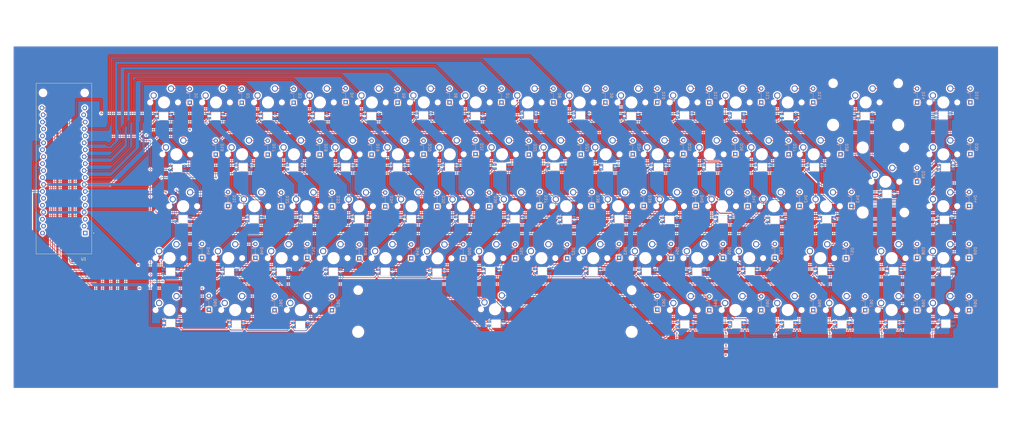
<source format=kicad_pcb>
(kicad_pcb (version 20240108) (generator "pcbnew") (generator_version "8.0")
  (layers (0 "F.Cu" signal) (31 "B.Cu" signal) (34 "B.Paste" user) (35 "F.Paste" user) (36 "B.SilkS" user "B.Silkscreen") (37 "F.SilkS" user "F.Silkscreen") (38 "B.Mask" user) (39 "F.Mask" user) (44 "Edge.Cuts" user))
  (net 0 "")
  (net 1 "Net-(D1-A)")
  (net 2 "Net-(D2-A)")
  (net 3 "Net-(D3-A)")
  (net 4 "Net-(D4-A)")
  (net 5 "Net-(D5-A)")
  (net 6 "Net-(D6-A)")
  (net 7 "Net-(D7-A)")
  (net 8 "Net-(D8-A)")
  (net 9 "Net-(D9-A)")
  (net 10 "Net-(D10-A)")
  (net 11 "Net-(D11-A)")
  (net 12 "Net-(D12-A)")
  (net 13 "Net-(D13-A)")
  (net 14 "Net-(D14-A)")
  (net 15 "Net-(D15-A)")
  (net 16 "Net-(D16-A)")
  (net 17 "Net-(D17-A)")
  (net 18 "Net-(D18-A)")
  (net 19 "Net-(D19-A)")
  (net 20 "Net-(D20-A)")
  (net 21 "Net-(D21-A)")
  (net 22 "Net-(D22-A)")
  (net 23 "Net-(D23-A)")
  (net 24 "Net-(D24-A)")
  (net 25 "Net-(D25-A)")
  (net 26 "Net-(D26-A)")
  (net 27 "Net-(D27-A)")
  (net 28 "Net-(D28-A)")
  (net 29 "Net-(D29-A)")
  (net 30 "Net-(D30-A)")
  (net 31 "Net-(D31-A)")
  (net 32 "Net-(D32-A)")
  (net 33 "Net-(D33-A)")
  (net 34 "Net-(D34-A)")
  (net 35 "Net-(D35-A)")
  (net 36 "Net-(D36-A)")
  (net 37 "Net-(D37-A)")
  (net 38 "Net-(D38-A)")
  (net 39 "Net-(D39-A)")
  (net 40 "Net-(D40-A)")
  (net 41 "Net-(D41-A)")
  (net 42 "Net-(D42-A)")
  (net 43 "Net-(D43-A)")
  (net 44 "Net-(D44-A)")
  (net 45 "Net-(D45-A)")
  (net 46 "Net-(D46-A)")
  (net 47 "Net-(D47-A)")
  (net 48 "Net-(D48-A)")
  (net 49 "Net-(D49-A)")
  (net 50 "Net-(D50-A)")
  (net 51 "Net-(D51-A)")
  (net 52 "Net-(D52-A)")
  (net 53 "Net-(D53-A)")
  (net 54 "Net-(D54-A)")
  (net 55 "Net-(D55-A)")
  (net 56 "Net-(D56-A)")
  (net 57 "Net-(D57-A)")
  (net 58 "Net-(D58-A)")
  (net 59 "Net-(D59-A)")
  (net 60 "Net-(D60-A)")
  (net 61 "Net-(D61-A)")
  (net 62 "Net-(D62-A)")
  (net 63 "Net-(D63-A)")
  (net 64 "Net-(D64-A)")
  (net 65 "Net-(D65-A)")
  (net 66 "Net-(D66-A)")
  (net 67 "Net-(D67-A)")
  (net 68 "Net-(D68-A)")
  (net 69 "Net-(D69-A)")
  (net 70 "row0")
  (net 71 "row1")
  (net 72 "row2")
  (net 73 "row3")
  (net 74 "row4")
  (net 75 "col0")
  (net 76 "col1")
  (net 77 "col2")
  (net 78 "col3")
  (net 79 "col4")
  (net 80 "col5")
  (net 81 "col6")
  (net 82 "col7")
  (net 83 "col8")
  (net 84 "col9")
  (net 85 "col10")
  (net 86 "col11")
  (net 87 "col12")
  (net 88 "col13")
  (net 89 "col14")
  (net 90 "LED_pin")
  (net 91 "Net-(LED1-DOUT)")
  (net 92 "Net-(LED2-DOUT)")
  (net 93 "VDD")
  (net 94 "VSS")
  (net 95 "Net-(LED3-DOUT)")
  (net 96 "Net-(LED4-DOUT)")
  (net 97 "Net-(LED5-DOUT)")
  (net 98 "Net-(LED6-DOUT)")
  (net 99 "Net-(LED7-DOUT)")
  (net 100 "Net-(LED8-DOUT)")
  (net 101 "Net-(LED10-DIN)")
  (net 102 "Net-(LED10-DOUT)")
  (net 103 "Net-(LED11-DOUT)")
  (net 104 "Net-(LED12-DOUT)")
  (net 105 "Net-(LED13-DOUT)")
  (net 106 "Net-(LED14-DOUT)")
  (net 107 "Net-(LED15-DOUT)")
  (net 108 "Net-(LED16-DOUT)")
  (net 109 "Net-(LED17-DOUT)")
  (net 110 "Net-(LED18-DOUT)")
  (net 111 "Net-(LED19-DOUT)")
  (net 112 "Net-(LED20-DOUT)")
  (net 113 "Net-(LED21-DOUT)")
  (net 114 "Net-(LED22-DOUT)")
  (net 115 "Net-(LED23-DOUT)")
  (net 116 "Net-(LED24-DOUT)")
  (net 117 "Net-(LED25-DOUT)")
  (net 118 "Net-(LED26-DOUT)")
  (net 119 "Net-(LED27-DOUT)")
  (net 120 "Net-(LED28-DOUT)")
  (net 121 "Net-(LED29-DOUT)")
  (net 122 "Net-(LED31-DOUT)")
  (net 123 "Net-(LED32-DOUT)")
  (net 124 "Net-(LED33-DOUT)")
  (net 125 "Net-(LED34-DOUT)")
  (net 126 "Net-(LED35-DOUT)")
  (net 127 "Net-(LED36-DOUT)")
  (net 128 "Net-(LED37-DOUT)")
  (net 129 "Net-(LED38-DOUT)")
  (net 130 "Net-(LED39-DOUT)")
  (net 131 "Net-(LED40-DOUT)")
  (net 132 "Net-(LED41-DOUT)")
  (net 133 "Net-(LED42-DOUT)")
  (net 134 "Net-(LED43-DOUT)")
  (net 135 "Net-(LED44-DOUT)")
  (net 136 "Net-(LED45-DOUT)")
  (net 137 "Net-(LED46-DOUT)")
  (net 138 "Net-(LED47-DOUT)")
  (net 139 "Net-(LED48-DOUT)")
  (net 140 "Net-(LED49-DOUT)")
  (net 141 "Net-(LED50-DOUT)")
  (net 142 "Net-(LED51-DOUT)")
  (net 143 "Net-(LED52-DOUT)")
  (net 144 "Net-(LED53-DOUT)")
  (net 145 "Net-(LED54-DOUT)")
  (net 146 "Net-(LED55-DOUT)")
  (net 147 "Net-(LED56-DOUT)")
  (net 148 "Net-(LED57-DOUT)")
  (net 149 "Net-(LED58-DOUT)")
  (net 150 "Net-(LED59-DOUT)")
  (net 151 "Net-(LED60-DOUT)")
  (net 152 "Net-(LED61-DOUT)")
  (net 153 "Net-(LED62-DOUT)")
  (net 154 "Net-(LED63-DOUT)")
  (net 155 "Net-(LED64-DOUT)")
  (net 156 "Net-(LED65-DOUT)")
  (net 157 "Net-(LED66-DOUT)")
  (net 158 "Net-(LED67-DOUT)")
  (net 159 "Net-(LED68-DOUT)")
  (net 176 "Net-(LED30-DOUT)")
  (footprint "marbastlib-mx:SW_MX_1u" (layer "F.Cu") (at 361 70)
    (property "Reference" "MX15" (hide yes))
    (property "Value" "MX_SW_solder")
  )
  (footprint "marbastlib-mx:SW_MX_1u" (layer "F.Cu") (at 233 127)
    (property "Reference" "MX53" (hide yes))
    (property "Value" "MX_SW_solder")
  )
  (footprint "marbastlib-mx:SW_MX_1u" (layer "F.Cu") (at 361 127)
    (property "Reference" "MX59" (hide yes))
    (property "Value" "MX_SW_solder")
  )
  (footprint "marbastlib-mx:SW_MX_1u" (layer "F.Cu") (at 228 70)
    (property "Reference" "MX9" (hide yes))
    (property "Value" "MX_SW_solder")
  )
  (footprint "marbastlib-mx:SW_MX_1u" (layer "F.Cu") (at 304.08 146)
    (property "Reference" "MX66" (hide yes))
    (property "Value" "MX_SW_solder")
  )
  (footprint "marbastlib-mx:SW_MX_1u" (layer "F.Cu") (at 157 127)
    (property "Reference" "MX49" (hide yes))
    (property "Value" "MX_SW_solder")
  )
  (footprint "marbastlib-mx:SW_MX_1u" (layer "F.Cu") (at 138 127)
    (property "Reference" "MX48" (hide yes))
    (property "Value" "MX_SW_solder")
  )
  (footprint "marbastlib-mx:SW_MX_1u" (layer "F.Cu") (at 126 146)
    (property "Reference" "MX62" (hide yes))
    (property "Value" "MX_SW_solder")
  )
  (footprint "marbastlib-mx:SW_MX_1u" (layer "F.Cu") (at 318.08 108)
    (property "Reference" "MX43" (hide yes))
    (property "Value" "MX_SW_solder")
  )
  (footprint "marbastlib-mx:SW_MX_1u" (layer "F.Cu") (at 361 89)
    (property "Reference" "MX30" (hide yes))
    (property "Value" "MX_SW_solder")
  )
  (footprint "marbastlib-mx:SW_MX_1u" (layer "F.Cu") (at 204.08 108)
    (property "Reference" "MX37" (hide yes))
    (property "Value" "MX_SW_solder")
  )
  (footprint "marbastlib-mx:SW_MX_1u" (layer "F.Cu") (at 185.31 108.04)
    (property "Reference" "MX36" (hide yes))
    (property "Value" "MX_SW_solder")
  )
  (footprint "marbastlib-mx:SW_MX_1u" (layer "F.Cu") (at 242.08 108)
    (property "Reference" "MX39" (hide yes))
    (property "Value" "MX_SW_solder")
  )
  (footprint "marbastlib-mx:SW_MX_1u" (layer "F.Cu") (at 290 127)
    (property "Reference" "MX56" (hide yes))
    (property "Value" "MX_SW_solder")
  )
  (footprint "marbastlib-mx:SW_MX_1u" (layer "F.Cu") (at 323.08 146)
    (property "Reference" "MX67" (hide yes))
    (property "Value" "MX_SW_solder")
  )
  (footprint "marbastlib-mx:SW_MX_1u" (layer "F.Cu") (at 114 70)
    (property "Reference" "MX3" (hide yes))
    (property "Value" "MX_SW_solder")
  )
  (footprint "marbastlib-mx:SW_MX_1u" (layer "F.Cu") (at 223.08 108)
    (property "Reference" "MX38" (hide yes))
    (property "Value" "MX_SW_solder")
  )
  (footprint "marbastlib-mx:SW_MX_1u" (layer "F.Cu") (at 128.08 108)
    (property "Reference" "MX33" (hide yes))
    (property "Value" "MX_SW_solder")
  )
  (footprint "marbastlib-mx:SW_MX_1u" (layer "F.Cu") (at 166.5 108)
    (property "Reference" "MX35" (hide yes))
    (property "Value" "MX_SW_solder")
  )
  (footprint "marbastlib-mx:SW_MX_1u" (layer "F.Cu") (at 313.58 89)
    (property "Reference" "MX28" (hide yes))
    (property "Value" "MX_SW_solder")
  )
  (footprint "marbastlib-mx:SW_MX_1u" (layer "F.Cu") (at 361 146)
    (property "Reference" "MX69" (hide yes))
    (property "Value" "MX_SW_solder")
  )
  (footprint "marbastlib-mx:SW_MX_1u" (layer "F.Cu") (at 275.58 89)
    (property "Reference" "MX26" (hide yes))
    (property "Value" "MX_SW_solder")
  )
  (footprint "marbastlib-mx:SW_MX_1u" (layer "F.Cu") (at 280.08 108)
    (property "Reference" "MX41" (hide yes))
    (property "Value" "MX_SW_solder")
  )
  (footprint "marbastlib-mx:SW_MX_1u" (layer "F.Cu") (at 123.5 89)
    (property "Reference" "MX18" (hide yes))
    (property "Value" "MX_SW_solder")
  )
  (footprint "marbastlib-mx:SW_MX_1u" (layer "F.Cu") (at 209 70)
    (property "Reference" "MX8" (hide yes))
    (property "Value" "MX_SW_solder")
  )
  (footprint "marbastlib-mx:SW_MX_1u" (layer "F.Cu") (at 266.08 146)
    (property "Reference" "MX64" (hide yes))
    (property "Value" "MX_SW_solder")
  )
  (footprint "marbastlib-mx:STAB_MX_2u" (layer "F.Cu") (at 339.755 98.40625 -90)
    (property "Reference" "S3" (hide yes))
    (property "Value" "MX_stab")
  )
  (footprint "marbastlib-mx:SW_MX_1u" (layer "F.Cu") (at 197.00625 145.745)
    (property "Reference" "MX63" (hide yes))
    (property "Value" "MX_SW_solder")
  )
  (footprint "marbastlib-mx:SW_MX_1u" (layer "F.Cu") (at 342.08 146)
    (property "Reference" "MX68" (hide yes))
    (property "Value" "MX_SW_solder")
  )
  (footprint "marbastlib-mx:SW_MX_1u" (layer "F.Cu") (at 102 146)
    (property "Reference" "MX61" (hide yes))
    (property "Value" "MX_SW_solder")
  )
  (footprint "marbastlib-mx:SW_MX_1u" (layer "F.Cu") (at 161.5 89)
    (property "Reference" "MX20" (hide yes))
    (property "Value" "MX_SW_solder")
  )
  (footprint "marbastlib-mx:SW_MX_1u" (layer "F.Cu") (at 176 127.08)
    (property "Reference" "MX50" (hide yes))
    (property "Value" "MX_SW_solder")
  )
  (footprint "marbastlib-mx:SW_MX_1u" (layer "F.Cu") (at 119 127)
    (property "Reference" "MX47" (hide yes))
    (property "Value" "MX_SW_solder")
  )
  (footprint "marbastlib-mx:SW_MX_1u" (layer "F.Cu") (at 285 146)
    (property "Reference" "MX65" (hide yes))
    (property "Value" "MX_SW_solder")
  )
  (footprint "marbastlib-mx:SW_MX_1u" (layer "F.Cu") (at 152 70)
    (property "Reference" "MX5" (hide yes))
    (property "Value" "MX_SW_solder")
  )
  (footprint "marbastlib-mx:SW_MX_1u" (layer "F.Cu") (at 256.5 89)
    (property "Reference" "MX25" (hide yes))
    (property "Value" "MX_SW_solder")
  )
  (footprint "marbastlib-mx:SW_MX_1u" (layer "F.Cu") (at 78 146)
    (property "Reference" "MX60" (hide yes))
    (property "Value" "MX_SW_solder")
  )
  (footprint "marbastlib-mx:SW_MX_1u" (layer "F.Cu") (at 361 108)
    (property "Reference" "MX44" (hide yes))
    (property "Value" "MX_SW_solder")
  )
  (footprint "marbastlib-mx:SW_MX_1u" (layer "F.Cu") (at 83 108)
    (property "Reference" "MX31" (hide yes))
    (property "Value" "MX_SW_solder")
  )
  (footprint "marbastlib-mx:SW_MX_1u" (layer "F.Cu") (at 76 70)
    (property "Reference" "MX1" (hide yes))
    (property "Value" "MX_SW_solder")
  )
  (footprint "marbastlib-mx:SW_MX_1u" (layer "F.Cu") (at 109 108)
    (property "Reference" "MX32" (hide yes))
    (property "Value" "MX_SW_solder")
  )
  (footprint "marbastlib-mx:STAB_MX_2u" (layer "F.Cu") (at 332.59375 69.985)
    (property "Reference" "S2" (hide yes))
    (property "Value" "MX_stab")
  )
  (footprint "marbastlib-mx:SW_MX_1u" (layer "F.Cu") (at 266 70)
    (property "Reference" "MX11" (hide yes))
    (property "Value" "MX_SW_solder")
  )
  (footprint "marbastlib-mx:SW_MX_1u" (layer "F.Cu") (at 316 127)
    (property "Reference" "MX57" (hide yes))
    (property "Value" "MX_SW_solder")
  )
  (footprint "extra:cnano" (layer "F.Cu") (at 39.3536 97.5 180)
    (property "Reference" "U1")
    (property "Value" "AVR_CNANO")
  )
  (footprint "marbastlib-mx:SW_MX_1u" (layer "F.Cu") (at 199.58 89)
    (property "Reference" "MX22" (hide yes))
    (property "Value" "MX_SW_solder")
  )
  (footprint "marbastlib-mx:SW_MX_1u" (layer "F.Cu") (at 99.5 127)
    (property "Reference" "MX46" (hide yes))
    (property "Value" "MX_SW_solder")
  )
  (footprint "marbastlib-mx:SW_MX_1u" (layer "F.Cu") (at 304.08 70)
    (property "Reference" "MX13" (hide yes))
    (property "Value" "MX_SW_solder")
  )
  (footprint "marbastlib-mx:SW_MX_1u" (layer "F.Cu") (at 294.58 89)
    (property "Reference" "MX27" (hide yes))
    (property "Value" "MX_SW_solder")
  )
  (footprint "marbastlib-mx:SW_MX_1u" (layer "F.Cu") (at 218.58 89)
    (property "Reference" "MX23" (hide yes))
    (property "Value" "MX_SW_solder")
  )
  (footprint "marbastlib-mx:SW_MX_1u" (layer "F.Cu") (at 147.31 108.04)
    (property "Reference" "MX34" (hide yes))
    (property "Value" "MX_SW_solder")
  )
  (footprint "marbastlib-mx:SW_MX_1u" (layer "F.Cu") (at 237.5 89)
    (property "Reference" "MX24" (hide yes))
    (property "Value" "MX_SW_solder")
  )
  (footprint "marbastlib-mx:STAB_MX_6.25u" (layer "F.Cu") (at 197.00625 145.745)
    (property "Reference" "S1" (hide yes))
    (property "Value" "MX_stab")
  )
  (footprint "marbastlib-mx:SW_MX_1u" (layer "F.Cu") (at 195 127)
    (property "Reference" "MX51" (hide yes))
    (property "Value" "MX_SW_solder")
  )
  (footprint "marbastlib-mx:SW_MX_1u" (layer "F.Cu") (at 299 108)
    (property "Reference" "MX42" (hide yes))
    (property "Value" "MX_SW_solder")
  )
  (footprint "marbastlib-mx:SW_MX_1u" (layer "F.Cu") (at 80.5 89)
    (property "Reference" "MX16" (hide yes))
    (property "Value" "MX_SW_solder")
  )
  (footprint "marbastlib-mx:SW_MX_1u" (layer "F.Cu") (at 214 127)
    (property "Reference" "MX52" (hide yes))
    (property "Value" "MX_SW_solder")
  )
  (footprint "marbastlib-mx:SW_MX_1u" (layer "F.Cu") (at 342.08 127)
    (property "Reference" "MX58" (hide yes))
    (property "Value" "MX_SW_solder")
  )
  (footprint "marbastlib-mx:SW_MX_1u" (layer "F.Cu") (at 271 127)
    (property "Reference" "MX55" (hide yes))
    (property "Value" "MX_SW_solder")
  )
  (footprint "marbastlib-mx:SW_MX_1u" (layer "F.Cu") (at 142.46 89)
    (property "Reference" "MX19" (hide yes))
    (property "Value" "MX_SW_solder")
  )
  (footprint "marbastlib-mx:SW_MX_1u" (layer "F.Cu") (at 246.92 70)
    (property "Reference" "MX10" (hide yes))
    (property "Value" "MX_SW_solder")
  )
  (footprint "marbastlib-mx:SW_MX_1u" (layer "F.Cu") (at 171 70)
    (property "Reference" "MX6" (hide yes))
    (property "Value" "MX_SW_solder")
  )
  (footprint "marbastlib-mx:SW_MX_1u" (layer "F.Cu") (at 95 70)
    (property "Reference" "MX2" (hide yes))
    (property "Value" "MX_SW_solder")
  )
  (footprint "marbastlib-mx:SW_MX_1u" (layer "F.Cu") (at 261.08 108)
    (property "Reference" "MX40" (hide yes))
    (property "Value" "MX_SW_solder")
  )
  (footprint "marbastlib-mx:SW_MX_1u" (layer "F.Cu") (at 133 70)
    (property "Reference" "MX4" (hide yes))
    (property "Value" "MX_SW_solder")
  )
  (footprint "marbastlib-mx:SW_MX_1u" (layer "F.Cu") (at 332.59375 69.985)
    (property "Reference" "MX14" (hide yes))
    (property "Value" "MX_SW_solder")
  )
  (footprint "marbastlib-mx:SW_MX_1u" (layer "F.Cu") (at 339.81 99.04)
    (property "Reference" "MX29" (hide yes))
    (property "Value" "MX_SW_solder")
  )
  (footprint "marbastlib-mx:SW_MX_1u" (layer "F.Cu") (at 190 70)
    (property "Reference" "MX7" (hide yes))
    (property "Value" "MX_SW_solder")
  )
  (footprint "marbastlib-mx:SW_MX_1u" (layer "F.Cu") (at 285.08 70)
    (property "Reference" "MX12" (hide yes))
    (property "Value" "MX_SW_solder")
  )
  (footprint "marbastlib-mx:SW_MX_1u" (layer "F.Cu") (at 252 127)
    (property "Reference" "MX54" (hide yes))
    (property "Value" "MX_SW_solder")
  )
  (footprint "marbastlib-mx:SW_MX_1u" (layer "F.Cu") (at 78 127)
    (property "Reference" "MX45" (hide yes))
    (property "Value" "MX_SW_solder")
  )
  (footprint "marbastlib-mx:SW_MX_1u" (layer "F.Cu") (at 104.5 89)
    (property "Reference" "MX17" (hide yes))
    (property "Value" "MX_SW_solder")
  )
  (footprint "marbastlib-mx:SW_MX_1u" (layer "F.Cu") (at 180.5 89)
    (property "Reference" "MX21" (hide yes))
    (property "Value" "MX_SW_solder")
  )
  (footprint "Diode_THT:D_DO-35_SOD27_P5.08mm_Vertical_AnodeUp" (layer "B.Cu") (at 351.399994 146.08 90)
    (property "Reference" "D68")
    (property "Value" "D_Small")
  )
  (footprint "extra:SK6812-MINI-E" (layer "B.Cu") (at 361.849994 93.75 180)
    (property "Reference" "LED30" (hide yes))
    (property "Value" "SK6812MINI-E" (hide yes))
    (fp_line (start 1.7 1.5) (end -1.7 1.5) (stroke (width 0.12)) (layer "Edge.Cuts"))
    (fp_line (start 1.7 -1.5) (end 1.7 1.5) (stroke (width 0.12)) (layer "Edge.Cuts"))
    (fp_line (start -1.7 1.5) (end -1.7 -1.5) (stroke (width 0.12)) (layer "Edge.Cuts"))
    (fp_line (start -1.7 -1.5) (end 1.7 -1.5) (stroke (width 0.12)) (layer "Edge.Cuts"))
  )
  (footprint "extra:SK6812-MINI-E" (layer "B.Cu") (at 340.399994 103.5 180)
    (property "Reference" "LED29" (hide yes))
    (property "Value" "SK6812MINI-E" (hide yes))
    (fp_line (start 1.7 1.5) (end -1.7 1.5) (stroke (width 0.12)) (layer "Edge.Cuts"))
    (fp_line (start 1.7 -1.5) (end 1.7 1.5) (stroke (width 0.12)) (layer "Edge.Cuts"))
    (fp_line (start -1.7 1.5) (end -1.7 -1.5) (stroke (width 0.12)) (layer "Edge.Cuts"))
    (fp_line (start -1.7 -1.5) (end 1.7 -1.5) (stroke (width 0.12)) (layer "Edge.Cuts"))
  )
  (footprint "Diode_THT:D_DO-35_SOD27_P5.08mm_Vertical_AnodeUp" (layer "B.Cu") (at 370.399994 126.884315 90)
    (property "Reference" "D59")
    (property "Value" "D_Small")
  )
  (footprint "Diode_THT:D_DO-35_SOD27_P5.08mm_Vertical_AnodeUp" (layer "B.Cu") (at 147.399994 127.08 90)
    (property "Reference" "D48")
    (property "Value" "D_Small")
  )
  (footprint "extra:SK6812-MINI-E" (layer "B.Cu") (at 104.949994 93.75 180)
    (property "Reference" "LED17" (hide yes))
    (property "Value" "SK6812MINI-E" (hide yes))
    (fp_line (start 1.7 1.5) (end -1.7 1.5) (stroke (width 0.12)) (layer "Edge.Cuts"))
    (fp_line (start 1.7 -1.5) (end 1.7 1.5) (stroke (width 0.12)) (layer "Edge.Cuts"))
    (fp_line (start -1.7 1.5) (end -1.7 -1.5) (stroke (width 0.12)) (layer "Edge.Cuts"))
    (fp_line (start -1.7 -1.5) (end 1.7 -1.5) (stroke (width 0.12)) (layer "Edge.Cuts"))
  )
  (footprint "extra:SK6812-MINI-E" (layer "B.Cu") (at 242.449994 112.75 180)
    (property "Reference" "LED39" (hide yes))
    (property "Value" "SK6812MINI-E" (hide yes))
    (fp_line (start 1.7 1.5) (end -1.7 1.5) (stroke (width 0.12)) (layer "Edge.Cuts"))
    (fp_line (start 1.7 -1.5) (end 1.7 1.5) (stroke (width 0.12)) (layer "Edge.Cuts"))
    (fp_line (start -1.7 1.5) (end -1.7 -1.5) (stroke (width 0.12)) (layer "Edge.Cuts"))
    (fp_line (start -1.7 -1.5) (end 1.7 -1.5) (stroke (width 0.12)) (layer "Edge.Cuts"))
  )
  (footprint "Diode_THT:D_DO-35_SOD27_P5.08mm_Vertical_AnodeUp" (layer "B.Cu") (at 99.399994 107.884315 90)
    (property "Reference" "D31")
    (property "Value" "D_Small")
  )
  (footprint "extra:SK6812-MINI-E" (layer "B.Cu") (at 275.899994 93.75 180)
    (property "Reference" "LED26" (hide yes))
    (property "Value" "SK6812MINI-E" (hide yes))
    (fp_line (start 1.7 1.5) (end -1.7 1.5) (stroke (width 0.12)) (layer "Edge.Cuts"))
    (fp_line (start 1.7 -1.5) (end 1.7 1.5) (stroke (width 0.12)) (layer "Edge.Cuts"))
    (fp_line (start -1.7 1.5) (end -1.7 -1.5) (stroke (width 0.12)) (layer "Edge.Cuts"))
    (fp_line (start -1.7 -1.5) (end 1.7 -1.5) (stroke (width 0.12)) (layer "Edge.Cuts"))
  )
  (footprint "Diode_THT:D_DO-35_SOD27_P5.08mm_Vertical_AnodeUp" (layer "B.Cu") (at 332.399994 146.08 90)
    (property "Reference" "D67")
    (property "Value" "D_Small")
  )
  (footprint "Diode_THT:D_DO-35_SOD27_P5.08mm_Vertical_AnodeUp" (layer "B.Cu") (at 370.399994 146.08 90)
    (property "Reference" "D69")
    (property "Value" "D_Small")
  )
  (footprint "Diode_THT:D_DO-35_SOD27_P5.08mm_Vertical_AnodeUp" (layer "B.Cu") (at 85.399994 70.08 90)
    (property "Reference" "D1")
    (property "Value" "D_Small")
  )
  (footprint "extra:SK6812-MINI-E" (layer "B.Cu") (at 132.899994 75 180)
    (property "Reference" "LED4" (hide yes))
    (property "Value" "SK6812MINI-E" (hide yes))
    (fp_line (start 1.7 1.5) (end -1.7 1.5) (stroke (width 0.12)) (layer "Edge.Cuts"))
    (fp_line (start 1.7 -1.5) (end 1.7 1.5) (stroke (width 0.12)) (layer "Edge.Cuts"))
    (fp_line (start -1.7 1.5) (end -1.7 -1.5) (stroke (width 0.12)) (layer "Edge.Cuts"))
    (fp_line (start -1.7 -1.5) (end 1.7 -1.5) (stroke (width 0.12)) (layer "Edge.Cuts"))
  )
  (footprint "extra:SK6812-MINI-E" (layer "B.Cu") (at 252.399994 132 180)
    (property "Reference" "LED54" (hide yes))
    (property "Value" "SK6812MINI-E" (hide yes))
    (fp_line (start 1.7 1.5) (end -1.7 1.5) (stroke (width 0.12)) (layer "Edge.Cuts"))
    (fp_line (start 1.7 -1.5) (end 1.7 1.5) (stroke (width 0.12)) (layer "Edge.Cuts"))
    (fp_line (start -1.7 1.5) (end -1.7 -1.5) (stroke (width 0.12)) (layer "Edge.Cuts"))
    (fp_line (start -1.7 -1.5) (end 1.7 -1.5) (stroke (width 0.12)) (layer "Edge.Cuts"))
  )
  (footprint "Diode_THT:D_DO-35_SOD27_P5.08mm_Vertical_AnodeUp" (layer "B.Cu") (at 351.399994 126.884315 90)
    (property "Reference" "D58")
    (property "Value" "D_Small")
  )
  (footprint "Diode_THT:D_DO-35_SOD27_P5.08mm_Vertical_AnodeUp" (layer "B.Cu") (at 256.399994 70 90)
    (property "Reference" "D10")
    (property "Value" "D_Small")
  )
  (footprint "extra:SK6812-MINI-E" (layer "B.Cu") (at 113.899994 75 180)
    (property "Reference" "LED3" (hide yes))
    (property "Value" "SK6812MINI-E" (hide yes))
    (fp_line (start 1.7 1.5) (end -1.7 1.5) (stroke (width 0.12)) (layer "Edge.Cuts"))
    (fp_line (start 1.7 -1.5) (end 1.7 1.5) (stroke (width 0.12)) (layer "Edge.Cuts"))
    (fp_line (start -1.7 1.5) (end -1.7 -1.5) (stroke (width 0.12)) (layer "Edge.Cuts"))
    (fp_line (start -1.7 -1.5) (end 1.7 -1.5) (stroke (width 0.12)) (layer "Edge.Cuts"))
  )
  (footprint "extra:SK6812-MINI-E" (layer "B.Cu") (at 361.899994 151 180)
    (property "Reference" "LED69" (hide yes))
    (property "Value" "SK6812MINI-E" (hide yes))
    (fp_line (start 1.7 1.5) (end -1.7 1.5) (stroke (width 0.12)) (layer "Edge.Cuts"))
    (fp_line (start 1.7 -1.5) (end 1.7 1.5) (stroke (width 0.12)) (layer "Edge.Cuts"))
    (fp_line (start -1.7 1.5) (end -1.7 -1.5) (stroke (width 0.12)) (layer "Edge.Cuts"))
    (fp_line (start -1.7 -1.5) (end 1.7 -1.5) (stroke (width 0.12)) (layer "Edge.Cuts"))
  )
  (footprint "extra:SK6812-MINI-E" (layer "B.Cu") (at 78.449994 150.75 180)
    (property "Reference" "LED60" (hide yes))
    (property "Value" "SK6812MINI-E" (hide yes))
    (fp_line (start 1.7 1.5) (end -1.7 1.5) (stroke (width 0.12)) (layer "Edge.Cuts"))
    (fp_line (start 1.7 -1.5) (end 1.7 1.5) (stroke (width 0.12)) (layer "Edge.Cuts"))
    (fp_line (start -1.7 1.5) (end -1.7 -1.5) (stroke (width 0.12)) (layer "Edge.Cuts"))
    (fp_line (start -1.7 -1.5) (end 1.7 -1.5) (stroke (width 0.12)) (layer "Edge.Cuts"))
  )
  (footprint "Diode_THT:D_DO-35_SOD27_P5.08mm_Vertical_AnodeUp" (layer "B.Cu") (at 137.399994 146.08 90)
    (property "Reference" "D62")
    (property "Value" "D_Small")
  )
  (footprint "extra:SK6812-MINI-E" (layer "B.Cu") (at 285.449994 151.25 180)
    (property "Reference" "LED65" (hide yes))
    (property "Value" "SK6812MINI-E" (hide yes))
    (fp_line (start 1.7 1.5) (end -1.7 1.5) (stroke (width 0.12)) (layer "Edge.Cuts"))
    (fp_line (start 1.7 -1.5) (end 1.7 1.5) (stroke (width 0.12)) (layer "Edge.Cuts"))
    (fp_line (start -1.7 1.5) (end -1.7 -1.5) (stroke (width 0.12)) (layer "Edge.Cuts"))
    (fp_line (start -1.7 -1.5) (end 1.7 -1.5) (stroke (width 0.12)) (layer "Edge.Cuts"))
  )
  (footprint "extra:SK6812-MINI-E" (layer "B.Cu") (at 80.899994 94 180)
    (property "Reference" "LED16" (hide yes))
    (property "Value" "SK6812MINI-E" (hide yes))
    (fp_line (start 1.7 1.5) (end -1.7 1.5) (stroke (width 0.12)) (layer "Edge.Cuts"))
    (fp_line (start 1.7 -1.5) (end 1.7 1.5) (stroke (width 0.12)) (layer "Edge.Cuts"))
    (fp_line (start -1.7 1.5) (end -1.7 -1.5) (stroke (width 0.12)) (layer "Edge.Cuts"))
    (fp_line (start -1.7 -1.5) (end 1.7 -1.5) (stroke (width 0.12)) (layer "Edge.Cuts"))
  )
  (footprint "extra:SK6812-MINI-E" (layer "B.Cu") (at 94.899994 75 180)
    (property "Reference" "LED2" (hide yes))
    (property "Value" "SK6812MINI-E" (hide yes))
    (fp_line (start 1.7 1.5) (end -1.7 1.5) (stroke (width 0.12)) (layer "Edge.Cuts"))
    (fp_line (start 1.7 -1.5) (end 1.7 1.5) (stroke (width 0.12)) (layer "Edge.Cuts"))
    (fp_line (start -1.7 1.5) (end -1.7 -1.5) (stroke (width 0.12)) (layer "Edge.Cuts"))
    (fp_line (start -1.7 -1.5) (end 1.7 -1.5) (stroke (width 0.12)) (layer "Edge.Cuts"))
  )
  (footprint "extra:SK6812-MINI-E" (layer "B.Cu") (at 147.449994 112.75 180)
    (property "Reference" "LED34" (hide yes))
    (property "Value" "SK6812MINI-E" (hide yes))
    (fp_line (start 1.7 1.5) (end -1.7 1.5) (stroke (width 0.12)) (layer "Edge.Cuts"))
    (fp_line (start 1.7 -1.5) (end 1.7 1.5) (stroke (width 0.12)) (layer "Edge.Cuts"))
    (fp_line (start -1.7 1.5) (end -1.7 -1.5) (stroke (width 0.12)) (layer "Edge.Cuts"))
    (fp_line (start -1.7 -1.5) (end 1.7 -1.5) (stroke (width 0.12)) (layer "Edge.Cuts"))
  )
  (footprint "Diode_THT:D_DO-35_SOD27_P5.08mm_Vertical_AnodeUp" (layer "B.Cu") (at 232.399994 107.884315 90)
    (property "Reference" "D38")
    (property "Value" "D_Small")
  )
  (footprint "extra:SK6812-MINI-E" (layer "B.Cu") (at 246.899994 75 180)
    (property "Reference" "LED10" (hide yes))
    (property "Value" "SK6812MINI-E" (hide yes))
    (fp_line (start 1.7 1.5) (end -1.7 1.5) (stroke (width 0.12)) (layer "Edge.Cuts"))
    (fp_line (start 1.7 -1.5) (end 1.7 1.5) (stroke (width 0.12)) (layer "Edge.Cuts"))
    (fp_line (start -1.7 1.5) (end -1.7 -1.5) (stroke (width 0.12)) (layer "Edge.Cuts"))
    (fp_line (start -1.7 -1.5) (end 1.7 -1.5) (stroke (width 0.12)) (layer "Edge.Cuts"))
  )
  (footprint "Diode_THT:D_DO-35_SOD27_P5.08mm_Vertical_AnodeUp" (layer "B.Cu") (at 294.399994 70 90)
    (property "Reference" "D12")
    (property "Value" "D_Small")
  )
  (footprint "extra:SK6812-MINI-E" (layer "B.Cu") (at 323.949994 151.25 180)
    (property "Reference" "LED67" (hide yes))
    (property "Value" "SK6812MINI-E" (hide yes))
    (fp_line (start 1.7 1.5) (end -1.7 1.5) (stroke (width 0.12)) (layer "Edge.Cuts"))
    (fp_line (start 1.7 -1.5) (end 1.7 1.5) (stroke (width 0.12)) (layer "Edge.Cuts"))
    (fp_line (start -1.7 1.5) (end -1.7 -1.5) (stroke (width 0.12)) (layer "Edge.Cuts"))
    (fp_line (start -1.7 -1.5) (end 1.7 -1.5) (stroke (width 0.12)) (layer "Edge.Cuts"))
  )
  (footprint "extra:SK6812-MINI-E" (layer "B.Cu") (at 199.399994 93.5 180)
    (property "Reference" "LED22" (hide yes))
    (property "Value" "SK6812MINI-E" (hide yes))
    (fp_line (start 1.7 1.5) (end -1.7 1.5) (stroke (width 0.12)) (layer "Edge.Cuts"))
    (fp_line (start 1.7 -1.5) (end 1.7 1.5) (stroke (width 0.12)) (layer "Edge.Cuts"))
    (fp_line (start -1.7 1.5) (end -1.7 -1.5) (stroke (width 0.12)) (layer "Edge.Cuts"))
    (fp_line (start -1.7 -1.5) (end 1.7 -1.5) (stroke (width 0.12)) (layer "Edge.Cuts"))
  )
  (footprint "Diode_THT:D_DO-35_SOD27_P5.08mm_Vertical_AnodeUp" (layer "B.Cu") (at 204.399994 127.08 90)
    (property "Reference" "D51")
    (property "Value" "D_Small")
  )
  (footprint "Diode_THT:D_DO-35_SOD27_P5.08mm_Vertical_AnodeUp" (layer "B.Cu") (at 137.399994 108.08 90)
    (property "Reference" "D33")
    (property "Value" "D_Small")
  )
  (footprint "Diode_THT:D_DO-35_SOD27_P5.08mm_Vertical_AnodeUp" (layer "B.Cu") (at 289.399994 108 90)
    (property "Reference" "D41")
    (property "Value" "D_Small")
  )
  (footprint "extra:SK6812-MINI-E" (layer "B.Cu") (at 280.349994 112.75 180)
    (property "Reference" "LED41" (hide yes))
    (property "Value" "SK6812MINI-E" (hide yes))
    (fp_line (start 1.7 1.5) (end -1.7 1.5) (stroke (width 0.12)) (layer "Edge.Cuts"))
    (fp_line (start 1.7 -1.5) (end 1.7 1.5) (stroke (width 0.12)) (layer "Edge.Cuts"))
    (fp_line (start -1.7 1.5) (end -1.7 -1.5) (stroke (width 0.12)) (layer "Edge.Cuts"))
    (fp_line (start -1.7 -1.5) (end 1.7 -1.5) (stroke (width 0.12)) (layer "Edge.Cuts"))
  )
  (footprint "Diode_THT:D_DO-35_SOD27_P5.08mm_Vertical_AnodeUp" (layer "B.Cu") (at 116.399994 146.08 90)
    (property "Reference" "D61")
    (property "Value" "D_Small")
  )
  (footprint "extra:SK6812-MINI-E" (layer "B.Cu") (at 128.449994 112.75 180)
    (property "Reference" "LED33" (hide yes))
    (property "Value" "SK6812MINI-E" (hide yes))
    (fp_line (start 1.7 1.5) (end -1.7 1.5) (stroke (width 0.12)) (layer "Edge.Cuts"))
    (fp_line (start 1.7 -1.5) (end 1.7 1.5) (stroke (width 0.12)) (layer "Edge.Cuts"))
    (fp_line (start -1.7 1.5) (end -1.7 -1.5) (stroke (width 0.12)) (layer "Edge.Cuts"))
    (fp_line (start -1.7 -1.5) (end 1.7 -1.5) (stroke (width 0.12)) (layer "Edge.Cuts"))
  )
  (footprint "Diode_THT:D_DO-35_SOD27_P5.08mm_Vertical_AnodeUp" (layer "B.Cu") (at 156.899994 108.08 90)
    (property "Reference" "D34")
    (property "Value" "D_Small")
  )
  (footprint "Diode_THT:D_DO-35_SOD27_P5.08mm_Vertical_AnodeUp" (layer "B.Cu") (at 132.899994 89.08 90)
    (property "Reference" "D18")
    (property "Value" "D_Small")
  )
  (footprint "extra:SK6812-MINI-E" (layer "B.Cu") (at 189.899994 75 180)
    (property "Reference" "LED7" (hide yes))
    (property "Value" "SK6812MINI-E" (hide yes))
    (fp_line (start 1.7 1.5) (end -1.7 1.5) (stroke (width 0.12)) (layer "Edge.Cuts"))
    (fp_line (start 1.7 -1.5) (end 1.7 1.5) (stroke (width 0.12)) (layer "Edge.Cuts"))
    (fp_line (start -1.7 1.5) (end -1.7 -1.5) (stroke (width 0.12)) (layer "Edge.Cuts"))
    (fp_line (start -1.7 -1.5) (end 1.7 -1.5) (stroke (width 0.12)) (layer "Edge.Cuts"))
  )
  (footprint "extra:SK6812-MINI-E" (layer "B.Cu") (at 313.849994 93.75 180)
    (property "Reference" "LED28" (hide yes))
    (property "Value" "SK6812MINI-E" (hide yes))
    (fp_line (start 1.7 1.5) (end -1.7 1.5) (stroke (width 0.12)) (layer "Edge.Cuts"))
    (fp_line (start 1.7 -1.5) (end 1.7 1.5) (stroke (width 0.12)) (layer "Edge.Cuts"))
    (fp_line (start -1.7 1.5) (end -1.7 -1.5) (stroke (width 0.12)) (layer "Edge.Cuts"))
    (fp_line (start -1.7 -1.5) (end 1.7 -1.5) (stroke (width 0.12)) (layer "Edge.Cuts"))
  )
  (footprint "extra:SK6812-MINI-E" (layer "B.Cu") (at 260.899994 113 180)
    (property "Reference" "LED40" (hide yes))
    (property "Value" "SK6812MINI-E" (hide yes))
    (fp_line (start 1.7 1.5) (end -1.7 1.5) (stroke (width 0.12)) (layer "Edge.Cuts"))
    (fp_line (start 1.7 -1.5) (end 1.7 1.5) (stroke (width 0.12)) (layer "Edge.Cuts"))
    (fp_line (start -1.7 1.5) (end -1.7 -1.5) (stroke (width 0.12)) (layer "Edge.Cuts"))
    (fp_line (start -1.7 -1.5) (end 1.7 -1.5) (stroke (width 0.12)) (layer "Edge.Cuts"))
  )
  (footprint "Diode_THT:D_DO-35_SOD27_P5.08mm_Vertical_AnodeUp" (layer "B.Cu") (at 313.399994 146.08 90)
    (property "Reference" "D66")
    (property "Value" "D_Small")
  )
  (footprint "Diode_THT:D_DO-35_SOD27_P5.08mm_Vertical_AnodeUp" (layer "B.Cu") (at 109.399994 126.884315 90)
    (property "Reference" "D46")
    (property "Value" "D_Small")
  )
  (footprint "extra:SK6812-MINI-E" (layer "B.Cu") (at 108.949994 112.75 180)
    (property "Reference" "LED32" (hide yes))
    (property "Value" "SK6812MINI-E" (hide yes))
    (fp_line (start 1.7 1.5) (end -1.7 1.5) (stroke (width 0.12)) (layer "Edge.Cuts"))
    (fp_line (start 1.7 -1.5) (end 1.7 1.5) (stroke (width 0.12)) (layer "Edge.Cuts"))
    (fp_line (start -1.7 1.5) (end -1.7 -1.5) (stroke (width 0.12)) (layer "Edge.Cuts"))
    (fp_line (start -1.7 -1.5) (end 1.7 -1.5) (stroke (width 0.12)) (layer "Edge.Cuts"))
  )
  (footprint "Diode_THT:D_DO-35_SOD27_P5.08mm_Vertical_AnodeUp" (layer "B.Cu") (at 113.899994 89.08 90)
    (property "Reference" "D17")
    (property "Value" "D_Small")
  )
  (footprint "extra:SK6812-MINI-E" (layer "B.Cu") (at 342.449994 151.25 180)
    (property "Reference" "LED68" (hide yes))
    (property "Value" "SK6812MINI-E" (hide yes))
    (fp_line (start 1.7 1.5) (end -1.7 1.5) (stroke (width 0.12)) (layer "Edge.Cuts"))
    (fp_line (start 1.7 -1.5) (end 1.7 1.5) (stroke (width 0.12)) (layer "Edge.Cuts"))
    (fp_line (start -1.7 1.5) (end -1.7 -1.5) (stroke (width 0.12)) (layer "Edge.Cuts"))
    (fp_line (start -1.7 -1.5) (end 1.7 -1.5) (stroke (width 0.12)) (layer "Edge.Cuts"))
  )
  (footprint "Diode_THT:D_DO-35_SOD27_P5.08mm_Vertical_AnodeUp" (layer "B.Cu") (at 175.899994 108.08 90)
    (property "Reference" "D35")
    (property "Value" "D_Small")
  )
  (footprint "extra:SK6812-MINI-E" (layer "B.Cu") (at 197.399994 151 180)
    (property "Reference" "LED63" (hide yes))
    (property "Value" "SK6812MINI-E" (hide yes))
    (fp_line (start 1.7 1.5) (end -1.7 1.5) (stroke (width 0.12)) (layer "Edge.Cuts"))
    (fp_line (start 1.7 -1.5) (end 1.7 1.5) (stroke (width 0.12)) (layer "Edge.Cuts"))
    (fp_line (start -1.7 1.5) (end -1.7 -1.5) (stroke (width 0.12)) (layer "Edge.Cuts"))
    (fp_line (start -1.7 -1.5) (end 1.7 -1.5) (stroke (width 0.12)) (layer "Edge.Cuts"))
  )
  (footprint "Diode_THT:D_DO-35_SOD27_P5.08mm_Vertical_AnodeUp" (layer "B.Cu") (at 370.899994 88.884315 90)
    (property "Reference" "D30")
    (property "Value" "D_Small")
  )
  (footprint "extra:SK6812-MINI-E" (layer "B.Cu") (at 142.449994 93.75 180)
    (property "Reference" "LED19" (hide yes))
    (property "Value" "SK6812MINI-E" (hide yes))
    (fp_line (start 1.7 1.5) (end -1.7 1.5) (stroke (width 0.12)) (layer "Edge.Cuts"))
    (fp_line (start 1.7 -1.5) (end 1.7 1.5) (stroke (width 0.12)) (layer "Edge.Cuts"))
    (fp_line (start -1.7 1.5) (end -1.7 -1.5) (stroke (width 0.12)) (layer "Edge.Cuts"))
    (fp_line (start -1.7 -1.5) (end 1.7 -1.5) (stroke (width 0.12)) (layer "Edge.Cuts"))
  )
  (footprint "Diode_THT:D_DO-35_SOD27_P5.08mm_Vertical_AnodeUp" (layer "B.Cu") (at 228.399994 89.08 90)
    (property "Reference" "D23")
    (property "Value" "D_Small")
  )
  (footprint "Diode_THT:D_DO-35_SOD27_P5.08mm_Vertical_AnodeUp" (layer "B.Cu") (at 351.399994 70 90)
    (property "Reference" "D14")
    (property "Value" "D_Small")
  )
  (footprint "Diode_THT:D_DO-35_SOD27_P5.08mm_Vertical_AnodeUp" (layer "B.Cu") (at 213.399994 107.884315 90)
    (property "Reference" "D37")
    (property "Value" "D_Small")
  )
  (footprint "Diode_THT:D_DO-35_SOD27_P5.08mm_Vertical_AnodeUp" (layer "B.Cu") (at 142.399994 69.884315 90)
    (property "Reference" "D4")
    (property "Value" "D_Small")
  )
  (footprint "extra:SK6812-MINI-E" (layer "B.Cu") (at 180.449994 93.75 180)
    (property "Reference" "LED21" (hide yes))
    (property "Value" "SK6812MINI-E" (hide yes))
    (fp_line (start 1.7 1.5) (end -1.7 1.5) (stroke (width 0.12)) (layer "Edge.Cuts"))
    (fp_line (start 1.7 -1.5) (end 1.7 1.5) (stroke (width 0.12)) (layer "Edge.Cuts"))
    (fp_line (start -1.7 1.5) (end -1.7 -1.5) (stroke (width 0.12)) (layer "Edge.Cuts"))
    (fp_line (start -1.7 -1.5) (end 1.7 -1.5) (stroke (width 0.12)) (layer "Edge.Cuts"))
  )
  (footprint "Diode_THT:D_DO-35_SOD27_P5.08mm_Vertical_AnodeUp" (layer "B.Cu") (at 170.899994 89.08 90)
    (property "Reference" "D20")
    (property "Value" "D_Small")
  )
  (footprint "Diode_THT:D_DO-35_SOD27_P5.08mm_Vertical_AnodeUp" (layer "B.Cu") (at 237.399994 70 90)
    (property "Reference" "D9")
    (property "Value" "D_Small")
  )
  (footprint "Diode_THT:D_DO-35_SOD27_P5.08mm_Vertical_AnodeUp" (layer "B.Cu") (at 299.399994 126.884315 90)
    (property "Reference" "D56")
    (property "Value" "D_Small")
  )
  (footprint "extra:SK6812-MINI-E" (layer "B.Cu") (at 99.899994 132 180)
    (property "Reference" "LED46" (hide yes))
    (property "Value" "SK6812MINI-E" (hide yes))
    (fp_line (start 1.7 1.5) (end -1.7 1.5) (stroke (width 0.12)) (layer "Edge.Cuts"))
    (fp_line (start 1.7 -1.5) (end 1.7 1.5) (stroke (width 0.12)) (layer "Edge.Cuts"))
    (fp_line (start -1.7 1.5) (end -1.7 -1.5) (stroke (width 0.12)) (layer "Edge.Cuts"))
    (fp_line (start -1.7 -1.5) (end 1.7 -1.5) (stroke (width 0.12)) (layer "Edge.Cuts"))
  )
  (footprint "Diode_THT:D_DO-35_SOD27_P5.08mm_Vertical_AnodeUp" (layer "B.Cu") (at 242.399994 126.884315 90)
    (property "Reference" "D53")
    (property "Value" "D_Small")
  )
  (footprint "extra:SK6812-MINI-E" (layer "B.Cu") (at 228.349994 74.75 180)
    (property "Reference" "LED9" (hide yes))
    (property "Value" "SK6812MINI-E" (hide yes))
    (fp_line (start 1.7 1.5) (end -1.7 1.5) (stroke (width 0.12)) (layer "Edge.Cuts"))
    (fp_line (start 1.7 -1.5) (end 1.7 1.5) (stroke (width 0.12)) (layer "Edge.Cuts"))
    (fp_line (start -1.7 1.5) (end -1.7 -1.5) (stroke (width 0.12)) (layer "Edge.Cuts"))
    (fp_line (start -1.7 -1.5) (end 1.7 -1.5) (stroke (width 0.12)) (layer "Edge.Cuts"))
  )
  (footprint "Diode_THT:D_DO-35_SOD27_P5.08mm_Vertical_AnodeUp" (layer "B.Cu") (at 325.399994 127.08 90)
    (property "Reference" "D57")
    (property "Value" "D_Small")
  )
  (footprint "extra:SK6812-MINI-E" (layer "B.Cu") (at 102.449994 151.25 180)
    (property "Reference" "LED61" (hide yes))
    (property "Value" "SK6812MINI-E" (hide yes))
    (fp_line (start 1.7 1.5) (end -1.7 1.5) (stroke (width 0.12)) (layer "Edge.Cuts"))
    (fp_line (start 1.7 -1.5) (end 1.7 1.5) (stroke (width 0.12)) (layer "Edge.Cuts"))
    (fp_line (start -1.7 1.5) (end -1.7 -1.5) (stroke (width 0.12)) (layer "Edge.Cuts"))
    (fp_line (start -1.7 -1.5) (end 1.7 -1.5) (stroke (width 0.12)) (layer "Edge.Cuts"))
  )
  (footprint "Diode_THT:D_DO-35_SOD27_P5.08mm_Vertical_AnodeUp" (layer "B.Cu") (at 128.399994 126.884315 90)
    (property "Reference" "D47")
    (property "Value" "D_Small")
  )
  (footprint "extra:SK6812-MINI-E" (layer "B.Cu") (at 270.899994 132 180)
    (property "Reference" "LED55" (hide yes))
    (property "Value" "SK6812MINI-E" (hide yes))
    (fp_line (start 1.7 1.5) (end -1.7 1.5) (stroke (width 0.12)) (layer "Edge.Cuts"))
    (fp_line (start 1.7 -1.5) (end 1.7 1.5) (stroke (width 0.12)) (layer "Edge.Cuts"))
    (fp_line (start -1.7 1.5) (end -1.7 -1.5) (stroke (width 0.12)) (layer "Edge.Cuts"))
    (fp_line (start -1.7 -1.5) (end 1.7 -1.5) (stroke (width 0.12)) (layer "Edge.Cuts"))
  )
  (footprint "extra:SK6812-MINI-E" (layer "B.Cu") (at 294.849994 93.75 180)
    (property "Reference" "LED27" (hide yes))
    (property "Value" "SK6812MINI-E" (hide yes))
    (fp_line (start 1.7 1.5) (end -1.7 1.5) (stroke (width 0.12)) (layer "Edge.Cuts"))
    (fp_line (start 1.7 -1.5) (end 1.7 1.5) (stroke (width 0.12)) (layer "Edge.Cuts"))
    (fp_line (start -1.7 1.5) (end -1.7 -1.5) (stroke (width 0.12)) (layer "Edge.Cuts"))
    (fp_line (start -1.7 -1.5) (end 1.7 -1.5) (stroke (width 0.12)) (layer "Edge.Cuts"))
  )
  (footprint "extra:SK6812-MINI-E" (layer "B.Cu") (at 137.899994 132 180)
    (property "Reference" "LED48" (hide yes))
    (property "Value" "SK6812MINI-E" (hide yes))
    (fp_line (start 1.7 1.5) (end -1.7 1.5) (stroke (width 0.12)) (layer "Edge.Cuts"))
    (fp_line (start 1.7 -1.5) (end 1.7 1.5) (stroke (width 0.12)) (layer "Edge.Cuts"))
    (fp_line (start -1.7 1.5) (end -1.7 -1.5) (stroke (width 0.12)) (layer "Edge.Cuts"))
    (fp_line (start -1.7 -1.5) (end 1.7 -1.5) (stroke (width 0.12)) (layer "Edge.Cuts"))
  )
  (footprint "extra:SK6812-MINI-E" (layer "B.Cu") (at 266.449994 151.25 180)
    (property "Reference" "LED64" (hide yes))
    (property "Value" "SK6812MINI-E" (hide yes))
    (fp_line (start 1.7 1.5) (end -1.7 1.5) (stroke (width 0.12)) (layer "Edge.Cuts"))
    (fp_line (start 1.7 -1.5) (end 1.7 1.5) (stroke (width 0.12)) (layer "Edge.Cuts"))
    (fp_line (start -1.7 1.5) (end -1.7 -1.5) (stroke (width 0.12)) (layer "Edge.Cuts"))
    (fp_line (start -1.7 -1.5) (end 1.7 -1.5) (stroke (width 0.12)) (layer "Edge.Cuts"))
  )
  (footprint "Diode_THT:D_DO-35_SOD27_P5.08mm_Vertical_AnodeUp" (layer "B.Cu") (at 92.399994 145.884315 90)
    (property "Reference" "D60")
    (property "Value" "D_Small")
  )
  (footprint "extra:SK6812-MINI-E" (layer "B.Cu") (at 266.349994 74.75 180)
    (property "Reference" "LED11" (hide yes))
    (property "Value" "SK6812MINI-E" (hide yes))
    (fp_line (start 1.7 1.5) (end -1.7 1.5) (stroke (width 0.12)) (layer "Edge.Cuts"))
    (fp_line (start 1.7 -1.5) (end 1.7 1.5) (stroke (width 0.12)) (layer "Edge.Cuts"))
    (fp_line (start -1.7 1.5) (end -1.7 -1.5) (stroke (width 0.12)) (layer "Edge.Cuts"))
    (fp_line (start -1.7 -1.5) (end 1.7 -1.5) (stroke (width 0.12)) (layer "Edge.Cuts"))
  )
  (footprint "extra:SK6812-MINI-E" (layer "B.Cu") (at 195.349994 131.75 180)
    (property "Reference" "LED51" (hide yes))
    (property "Value" "SK6812MINI-E" (hide yes))
    (fp_line (start 1.7 1.5) (end -1.7 1.5) (stroke (width 0.12)) (layer "Edge.Cuts"))
    (fp_line (start 1.7 -1.5) (end 1.7 1.5) (stroke (width 0.12)) (layer "Edge.Cuts"))
    (fp_line (start -1.7 1.5) (end -1.7 -1.5) (stroke (width 0.12)) (layer "Edge.Cuts"))
    (fp_line (start -1.7 -1.5) (end 1.7 -1.5) (stroke (width 0.12)) (layer "Edge.Cuts"))
  )
  (footprint "extra:SK6812-MINI-E" (layer "B.Cu") (at 123.449994 93.75 180)
    (property "Reference" "LED18" (hide yes))
    (property "Value" "SK6812MINI-E" (hide yes))
    (fp_line (start 1.7 1.5) (end -1.7 1.5) (stroke (width 0.12)) (layer "Edge.Cuts"))
    (fp_line (start 1.7 -1.5) (end 1.7 1.5) (stroke (width 0.12)) (layer "Edge.Cuts"))
    (fp_line (start -1.7 1.5) (end -1.7 -1.5) (stroke (width 0.12)) (layer "Edge.Cuts"))
    (fp_line (start -1.7 -1.5) (end 1.7 -1.5) (stroke (width 0.12)) (layer "Edge.Cuts"))
  )
  (footprint "Diode_THT:D_DO-35_SOD27_P5.08mm_Vertical_AnodeUp" (layer "B.Cu") (at 151.899994 89.08 90)
    (property "Reference" "D19")
    (property "Value" "D_Small")
  )
  (footprint "extra:SK6812-MINI-E" (layer "B.Cu") (at 78.399994 132 180)
    (property "Reference" "LED45" (hide yes))
    (property "Value" "SK6812MINI-E" (hide yes))
    (fp_line (start 1.7 1.5) (end -1.7 1.5) (stroke (width 0.12)) (layer "Edge.Cuts"))
    (fp_line (start 1.7 -1.5) (end 1.7 1.5) (stroke (width 0.12)) (layer "Edge.Cuts"))
    (fp_line (start -1.7 1.5) (end -1.7 -1.5) (stroke (width 0.12)) (layer "Edge.Cuts"))
    (fp_line (start -1.7 -1.5) (end 1.7 -1.5) (stroke (width 0.12)) (layer "Edge.Cuts"))
  )
  (footprint "Diode_THT:D_DO-35_SOD27_P5.08mm_Vertical_AnodeUp" (layer "B.Cu") (at 275.399994 146.08 90)
    (property "Reference" "D64")
    (property "Value" "D_Small")
  )
  (footprint "extra:SK6812-MINI-E" (layer "B.Cu") (at 166.449994 112.75 180)
    (property "Reference" "LED35" (hide yes))
    (property "Value" "SK6812MINI-E" (hide yes))
    (fp_line (start 1.7 1.5) (end -1.7 1.5) (stroke (width 0.12)) (layer "Edge.Cuts"))
    (fp_line (start 1.7 -1.5) (end 1.7 1.5) (stroke (width 0.12)) (layer "Edge.Cuts"))
    (fp_line (start -1.7 1.5) (end -1.7 -1.5) (stroke (width 0.12)) (layer "Edge.Cuts"))
    (fp_line (start -1.7 -1.5) (end 1.7 -1.5) (stroke (width 0.12)) (layer "Edge.Cuts"))
  )
  (footprint "extra:SK6812-MINI-E" (layer "B.Cu") (at 342.899994 131.75 180)
    (property "Reference" "LED58" (hide yes))
    (property "Value" "SK6812MINI-E" (hide yes))
    (fp_line (start 1.7 1.5) (end -1.7 1.5) (stroke (width 0.12)) (layer "Edge.Cuts"))
    (fp_line (start 1.7 -1.5) (end 1.7 1.5) (stroke (width 0.12)) (layer "Edge.Cuts"))
    (fp_line (start -1.7 1.5) (end -1.7 -1.5) (stroke (width 0.12)) (layer "Edge.Cuts"))
    (fp_line (start -1.7 -1.5) (end 1.7 -1.5) (stroke (width 0.12)) (layer "Edge.Cuts"))
  )
  (footprint "Diode_THT:D_DO-35_SOD27_P5.08mm_Vertical_AnodeUp" (layer "B.Cu") (at 370.399994 107.884315 90)
    (property "Reference" "D44")
    (property "Value" "D_Small")
  )
  (footprint "Diode_THT:D_DO-35_SOD27_P5.08mm_Vertical_AnodeUp" (layer "B.Cu") (at 323.399994 89 90)
    (property "Reference" "D28")
    (property "Value" "D_Small")
  )
  (footprint "Diode_THT:D_DO-35_SOD27_P5.08mm_Vertical_AnodeUp" (layer "B.Cu") (at 189.899994 88.884315 90)
    (property "Reference" "D21")
    (property "Value" "D_Small")
  )
  (footprint "extra:SK6812-MINI-E" (layer "B.Cu") (at 232.949994 131.75 180)
    (property "Reference" "LED53" (hide yes))
    (property "Value" "SK6812MINI-E" (hide yes))
    (fp_line (start 1.7 1.5) (end -1.7 1.5) (stroke (width 0.12)) (layer "Edge.Cuts"))
    (fp_line (start 1.7 -1.5) (end 1.7 1.5) (stroke (width 0.12)) (layer "Edge.Cuts"))
    (fp_line (start -1.7 1.5) (end -1.7 -1.5) (stroke (width 0.12)) (layer "Edge.Cuts"))
    (fp_line (start -1.7 -1.5) (end 1.7 -1.5) (stroke (width 0.12)) (layer "Edge.Cuts"))
  )
  (footprint "extra:SK6812-MINI-E" (layer "B.Cu") (at 204.349994 112.75 180)
    (property "Reference" "LED37" (hide yes))
    (property "Value" "SK6812MINI-E" (hide yes))
    (fp_line (start 1.7 1.5) (end -1.7 1.5) (stroke (width 0.12)) (layer "Edge.Cuts"))
    (fp_line (start 1.7 -1.5) (end 1.7 1.5) (stroke (width 0.12)) (layer "Edge.Cuts"))
    (fp_line (start -1.7 1.5) (end -1.7 -1.5) (stroke (width 0.12)) (layer "Edge.Cuts"))
    (fp_line (start -1.7 -1.5) (end 1.7 -1.5) (stroke (width 0.12)) (layer "Edge.Cuts"))
  )
  (footprint "Diode_THT:D_DO-35_SOD27_P5.08mm_Vertical_AnodeUp" (layer "B.Cu") (at 209.399994 89.08 90)
    (property "Reference" "D22")
    (property "Value" "D_Small")
  )
  (footprint "Diode_THT:D_DO-35_SOD27_P5.08mm_Vertical_AnodeUp" (layer "B.Cu") (at 261.399994 126.884315 90)
    (property "Reference" "D54")
    (property "Value" "D_Small")
  )
  (footprint "Diode_THT:D_DO-35_SOD27_P5.08mm_Vertical_AnodeUp" (layer "B.Cu") (at 199.399994 70 90)
    (property "Reference" "D7")
    (property "Value" "D_Small")
  )
  (footprint "Diode_THT:D_DO-35_SOD27_P5.08mm_Vertical_AnodeUp" (layer "B.Cu") (at 94.899994 89.08 90)
    (property "Reference" "D16")
    (property "Value" "D_Small")
  )
  (footprint "extra:SK6812-MINI-E" (layer "B.Cu") (at 214.349994 131.75 180)
    (property "Reference" "LED52" (hide yes))
    (property "Value" "SK6812MINI-E" (hide yes))
    (fp_line (start 1.7 1.5) (end -1.7 1.5) (stroke (width 0.12)) (layer "Edge.Cuts"))
    (fp_line (start 1.7 -1.5) (end 1.7 1.5) (stroke (width 0.12)) (layer "Edge.Cuts"))
    (fp_line (start -1.7 1.5) (end -1.7 -1.5) (stroke (width 0.12)) (layer "Edge.Cuts"))
    (fp_line (start -1.7 -1.5) (end 1.7 -1.5) (stroke (width 0.12)) (layer "Edge.Cuts"))
  )
  (footprint "extra:SK6812-MINI-E" (layer "B.Cu") (at 238.349994 93.75 180)
    (property "Reference" "LED24" (hide yes))
    (property "Value" "SK6812MINI-E" (hide yes))
    (fp_line (start 1.7 1.5) (end -1.7 1.5) (stroke (width 0.12)) (layer "Edge.Cuts"))
    (fp_line (start 1.7 -1.5) (end 1.7 1.5) (stroke (width 0.12)) (layer "Edge.Cuts"))
    (fp_line (start -1.7 1.5) (end -1.7 -1.5) (stroke (width 0.12)) (layer "Edge.Cuts"))
    (fp_line (start -1.7 -1.5) (end 1.7 -1.5) (stroke (width 0.12)) (layer "Edge.Cuts"))
  )
  (footprint "extra:SK6812-MINI-E" (layer "B.Cu") (at 361.899994 132 180)
    (property "Reference" "LED59" (hide yes))
    (property "Value" "SK6812MINI-E" (hide yes))
    (fp_line (start 1.7 1.5) (end -1.7 1.5) (stroke (width 0.12)) (layer "Edge.Cuts"))
    (fp_line (start 1.7 -1.5) (end 1.7 1.5) (stroke (width 0.12)) (layer "Edge.Cuts"))
    (fp_line (start -1.7 1.5) (end -1.7 -1.5) (stroke (width 0.12)) (layer "Edge.Cuts"))
    (fp_line (start -1.7 -1.5) (end 1.7 -1.5) (stroke (width 0.12)) (layer "Edge.Cuts"))
  )
  (footprint "extra:SK6812-MINI-E" (layer "B.Cu") (at 118.899994 132 180)
    (property "Reference" "LED47" (hide yes))
    (property "Value" "SK6812MINI-E" (hide yes))
    (fp_line (start 1.7 1.5) (end -1.7 1.5) (stroke (width 0.12)) (layer "Edge.Cuts"))
    (fp_line (start 1.7 -1.5) (end 1.7 1.5) (stroke (width 0.12)) (layer "Edge.Cuts"))
    (fp_line (start -1.7 1.5) (end -1.7 -1.5) (stroke (width 0.12)) (layer "Edge.Cuts"))
    (fp_line (start -1.7 -1.5) (end 1.7 -1.5) (stroke (width 0.12)) (layer "Edge.Cuts"))
  )
  (footprint "Diode_THT:D_DO-35_SOD27_P5.08mm_Vertical_AnodeUp" (layer "B.Cu") (at 251.399994 107.884315 90)
    (property "Reference" "D39")
    (property "Value" "D_Small")
  )
  (footprint "Diode_THT:D_DO-35_SOD27_P5.08mm_Vertical_AnodeUp" (layer "B.Cu") (at 223.399994 127.08 90)
    (property "Reference" "D52")
    (property "Value" "D_Small")
  )
  (footprint "Diode_THT:D_DO-35_SOD27_P5.08mm_Vertical_AnodeUp" (layer "B.Cu") (at 275.399994 70 90)
    (property "Reference" "D11")
    (property "Value" "D_Small")
  )
  (footprint "Diode_THT:D_DO-35_SOD27_P5.08mm_Vertical_AnodeUp" (layer "B.Cu") (at 256.399994 145.884315 90)
    (property "Reference" "D63")
    (property "Value" "D_Small")
  )
  (footprint "extra:SK6812-MINI-E" (layer "B.Cu") (at 285.349994 74.75 180)
    (property "Reference" "LED12" (hide yes))
    (property "Value" "SK6812MINI-E" (hide yes))
    (fp_line (start 1.7 1.5) (end -1.7 1.5) (stroke (width 0.12)) (layer "Edge.Cuts"))
    (fp_line (start 1.7 -1.5) (end 1.7 1.5) (stroke (width 0.12)) (layer "Edge.Cuts"))
    (fp_line (start -1.7 1.5) (end -1.7 -1.5) (stroke (width 0.12)) (layer "Edge.Cuts"))
    (fp_line (start -1.7 -1.5) (end 1.7 -1.5) (stroke (width 0.12)) (layer "Edge.Cuts"))
  )
  (footprint "extra:SK6812-MINI-E" (layer "B.Cu") (at 156.899994 132 180)
    (property "Reference" "LED49" (hide yes))
    (property "Value" "SK6812MINI-E" (hide yes))
    (fp_line (start 1.7 1.5) (end -1.7 1.5) (stroke (width 0.12)) (layer "Edge.Cuts"))
    (fp_line (start 1.7 -1.5) (end 1.7 1.5) (stroke (width 0.12)) (layer "Edge.Cuts"))
    (fp_line (start -1.7 1.5) (end -1.7 -1.5) (stroke (width 0.12)) (layer "Edge.Cuts"))
    (fp_line (start -1.7 -1.5) (end 1.7 -1.5) (stroke (width 0.12)) (layer "Edge.Cuts"))
  )
  (footprint "Diode_THT:D_DO-35_SOD27_P5.08mm_Vertical_AnodeUp" (layer "B.Cu") (at 304.399994 89 90)
    (property "Reference" "D27")
    (property "Value" "D_Small")
  )
  (footprint "Diode_THT:D_DO-35_SOD27_P5.08mm_Vertical_AnodeUp" (layer "B.Cu") (at 247.399994 89 90)
    (property "Reference" "D24")
    (property "Value" "D_Small")
  )
  (footprint "Diode_THT:D_DO-35_SOD27_P5.08mm_Vertical_AnodeUp" (layer "B.Cu") (at 185.399994 127.08 90)
    (property "Reference" "D50")
    (property "Value" "D_Small")
  )
  (footprint "extra:SK6812-MINI-E" (layer "B.Cu") (at 75.849994 75 180)
    (property "Reference" "LED1" (hide yes))
    (property "Value" "SK6812MINI-E" (hide yes))
    (fp_line (start 1.7 1.5) (end -1.7 1.5) (stroke (width 0.12)) (layer "Edge.Cuts"))
    (fp_line (start 1.7 -1.5) (end 1.7 1.5) (stroke (width 0.12)) (layer "Edge.Cuts"))
    (fp_line (start -1.7 1.5) (end -1.7 -1.5) (stroke (width 0.12)) (layer "Edge.Cuts"))
    (fp_line (start -1.7 -1.5) (end 1.7 -1.5) (stroke (width 0.12)) (layer "Edge.Cuts"))
  )
  (footprint "Diode_THT:D_DO-35_SOD27_P5.08mm_Vertical_AnodeUp" (layer "B.Cu") (at 166.399994 127.08 90)
    (property "Reference" "D49")
    (property "Value" "D_Small")
  )
  (footprint "extra:SK6812-MINI-E" (layer "B.Cu") (at 151.899994 75 180)
    (property "Reference" "LED5" (hide yes))
    (property "Value" "SK6812MINI-E" (hide yes))
    (fp_line (start 1.7 1.5) (end -1.7 1.5) (stroke (width 0.12)) (layer "Edge.Cuts"))
    (fp_line (start 1.7 -1.5) (end 1.7 1.5) (stroke (width 0.12)) (layer "Edge.Cuts"))
    (fp_line (start -1.7 1.5) (end -1.7 -1.5) (stroke (width 0.12)) (layer "Edge.Cuts"))
    (fp_line (start -1.7 -1.5) (end 1.7 -1.5) (stroke (width 0.12)) (layer "Edge.Cuts"))
  )
  (footprint "Diode_THT:D_DO-35_SOD27_P5.08mm_Vertical_AnodeUp" (layer "B.Cu") (at 89.899994 126.884315 90)
    (property "Reference" "D45")
    (property "Value" "D_Small")
  )
  (footprint "Diode_THT:D_DO-35_SOD27_P5.08mm_Vertical_AnodeUp" (layer "B.Cu") (at 180.399994 70 90)
    (property "Reference" "D6")
    (property "Value" "D_Small")
  )
  (footprint "Diode_THT:D_DO-35_SOD27_P5.08mm_Vertical_AnodeUp" (layer "B.Cu") (at 370.899994 70 90)
    (property "Reference" "D15")
    (property "Value" "D_Small")
  )
  (footprint "Diode_THT:D_DO-35_SOD27_P5.08mm_Vertical_AnodeUp" (layer "B.Cu") (at 294.399994 146.08 90)
    (property "Reference" "D65")
    (property "Value" "D_Small")
  )
  (footprint "extra:SK6812-MINI-E" (layer "B.Cu") (at 290.349994 131.75 180)
    (property "Reference" "LED56" (hide yes))
    (property "Value" "SK6812MINI-E" (hide yes))
    (fp_line (start 1.7 1.5) (end -1.7 1.5) (stroke (width 0.12)) (layer "Edge.Cuts"))
    (fp_line (start 1.7 -1.5) (end 1.7 1.5) (stroke (width 0.12)) (layer "Edge.Cuts"))
    (fp_line (start -1.7 1.5) (end -1.7 -1.5) (stroke (width 0.12)) (layer "Edge.Cuts"))
    (fp_line (start -1.7 -1.5) (end 1.7 -1.5) (stroke (width 0.12)) (layer "Edge.Cuts"))
  )
  (footprint "Diode_THT:D_DO-35_SOD27_P5.08mm_Vertical_AnodeUp" (layer "B.Cu") (at 118.819994 108.08 90)
    (property "Reference" "D32")
    (property "Value" "D_Small")
  )
  (footprint "Diode_THT:D_DO-35_SOD27_P5.08mm_Vertical_AnodeUp" (layer "B.Cu") (at 123.399994 70.08 90)
    (property "Reference" "D3")
    (property "Value" "D_Small")
  )
  (footprint "extra:SK6812-MINI-E" (layer "B.Cu") (at 185.449994 112.75 180)
    (property "Reference" "LED36" (hide yes))
    (property "Value" "SK6812MINI-E" (hide yes))
    (fp_line (start 1.7 1.5) (end -1.7 1.5) (stroke (width 0.12)) (layer "Edge.Cuts"))
    (fp_line (start 1.7 -1.5) (end 1.7 1.5) (stroke (width 0.12)) (layer "Edge.Cuts"))
    (fp_line (start -1.7 1.5) (end -1.7 -1.5) (stroke (width 0.12)) (layer "Edge.Cuts"))
    (fp_line (start -1.7 -1.5) (end 1.7 -1.5) (stroke (width 0.12)) (layer "Edge.Cuts"))
  )
  (footprint "extra:SK6812-MINI-E" (layer "B.Cu") (at 304.399994 75 180)
    (property "Reference" "LED13" (hide yes))
    (property "Value" "SK6812MINI-E" (hide yes))
    (fp_line (start 1.7 1.5) (end -1.7 1.5) (stroke (width 0.12)) (layer "Edge.Cuts"))
    (fp_line (start 1.7 -1.5) (end 1.7 1.5) (stroke (width 0.12)) (layer "Edge.Cuts"))
    (fp_line (start -1.7 1.5) (end -1.7 -1.5) (stroke (width 0.12)) (layer "Edge.Cuts"))
    (fp_line (start -1.7 -1.5) (end 1.7 -1.5) (stroke (width 0.12)) (layer "Edge.Cuts"))
  )
  (footprint "extra:SK6812-MINI-E" (layer "B.Cu") (at 170.899994 74.75 180)
    (property "Reference" "LED6" (hide yes))
    (property "Value" "SK6812MINI-E" (hide yes))
    (fp_line (start 1.7 1.5) (end -1.7 1.5) (stroke (width 0.12)) (layer "Edge.Cuts"))
    (fp_line (start 1.7 -1.5) (end 1.7 1.5) (stroke (width 0.12)) (layer "Edge.Cuts"))
    (fp_line (start -1.7 1.5) (end -1.7 -1.5) (stroke (width 0.12)) (layer "Edge.Cuts"))
    (fp_line (start -1.7 -1.5) (end 1.7 -1.5) (stroke (width 0.12)) (layer "Edge.Cuts"))
  )
  (footprint "extra:SK6812-MINI-E" (layer "B.Cu") (at 175.849994 132.25 180)
    (property "Reference" "LED50" (hide yes))
    (property "Value" "SK6812MINI-E" (hide yes))
    (fp_line (start 1.7 1.5) (end -1.7 1.5) (stroke (width 0.12)) (layer "Edge.Cuts"))
    (fp_line (start 1.7 -1.5) (end 1.7 1.5) (stroke (width 0.12)) (layer "Edge.Cuts"))
    (fp_line (start -1.7 1.5) (end -1.7 -1.5) (stroke (width 0.12)) (layer "Edge.Cuts"))
    (fp_line (start -1.7 -1.5) (end 1.7 -1.5) (stroke (width 0.12)) (layer "Edge.Cuts"))
  )
  (footprint "extra:SK6812-MINI-E" (layer "B.Cu") (at 218.899994 93.5 180)
    (property "Reference" "LED23" (hide yes))
    (property "Value" "SK6812MINI-E" (hide yes))
    (fp_line (start 1.7 1.5) (end -1.7 1.5) (stroke (width 0.12)) (layer "Edge.Cuts"))
    (fp_line (start 1.7 -1.5) (end 1.7 1.5) (stroke (width 0.12)) (layer "Edge.Cuts"))
    (fp_line (start -1.7 1.5) (end -1.7 -1.5) (stroke (width 0.12)) (layer "Edge.Cuts"))
    (fp_line (start -1.7 -1.5) (end 1.7 -1.5) (stroke (width 0.12)) (layer "Edge.Cuts"))
  )
  (footprint "Diode_THT:D_DO-35_SOD27_P5.08mm_Vertical_AnodeUp" (layer "B.Cu") (at 270.399994 107.884315 90)
    (property "Reference" "D40")
    (property "Value" "D_Small")
  )
  (footprint "extra:SK6812-MINI-E" (layer "B.Cu") (at 299.399994 113 180)
    (property "Reference" "LED42" (hide yes))
    (property "Value" "SK6812MINI-E" (hide yes))
    (fp_line (start 1.7 1.5) (end -1.7 1.5) (stroke (width 0.12)) (layer "Edge.Cuts"))
    (fp_line (start 1.7 -1.5) (end 1.7 1.5) (stroke (width 0.12)) (layer "Edge.Cuts"))
    (fp_line (start -1.7 1.5) (end -1.7 -1.5) (stroke (width 0.12)) (layer "Edge.Cuts"))
    (fp_line (start -1.7 -1.5) (end 1.7 -1.5) (stroke (width 0.12)) (layer "Edge.Cuts"))
  )
  (footprint "extra:SK6812-MINI-E" (layer "B.Cu") (at 125.899994 151.5 180)
    (property "Reference" "LED62" (hide yes))
    (property "Value" "SK6812MINI-E" (hide yes))
    (fp_line (start 1.7 1.5) (end -1.7 1.5) (stroke (width 0.12)) (layer "Edge.Cuts"))
    (fp_line (start 1.7 -1.5) (end 1.7 1.5) (stroke (width 0.12)) (layer "Edge.Cuts"))
    (fp_line (start -1.7 1.5) (end -1.7 -1.5) (stroke (width 0.12)) (layer "Edge.Cuts"))
    (fp_line (start -1.7 -1.5) (end 1.7 -1.5) (stroke (width 0.12)) (layer "Edge.Cuts"))
  )
  (footprint "Diode_THT:D_DO-35_SOD27_P5.08mm_Vertical_AnodeUp" (layer "B.Cu") (at 313.399994 70 90)
    (property "Reference" "D13")
    (property "Value" "D_Small")
  )
  (footprint "Diode_THT:D_DO-35_SOD27_P5.08mm_Vertical_AnodeUp" (layer "B.Cu") (at 351.399994 99 90)
    (property "Reference" "D29")
    (property "Value" "D_Small")
  )
  (footprint "extra:SK6812-MINI-E" (layer "B.Cu") (at 223.399994 113 180)
    (property "Reference" "LED38" (hide yes))
    (property "Value" "SK6812MINI-E" (hide yes))
    (fp_line (start 1.7 1.5) (end -1.7 1.5) (stroke (width 0.12)) (layer "Edge.Cuts"))
    (fp_line (start 1.7 -1.5) (end 1.7 1.5) (stroke (width 0.12)) (layer "Edge.Cuts"))
    (fp_line (start -1.7 1.5) (end -1.7 -1.5) (stroke (width 0.12)) (layer "Edge.Cuts"))
    (fp_line (start -1.7 -1.5) (end 1.7 -1.5) (stroke (width 0.12)) (layer "Edge.Cuts"))
  )
  (footprint "extra:SK6812-MINI-E" (layer "B.Cu") (at 256.849994 93.75 180)
    (property "Reference" "LED25" (hide yes))
    (property "Value" "SK6812MINI-E" (hide yes))
    (fp_line (start 1.7 1.5) (end -1.7 1.5) (stroke (width 0.12)) (layer "Edge.Cuts"))
    (fp_line (start 1.7 -1.5) (end 1.7 1.5) (stroke (width 0.12)) (layer "Edge.Cuts"))
    (fp_line (start -1.7 1.5) (end -1.7 -1.5) (stroke (width 0.12)) (layer "Edge.Cuts"))
    (fp_line (start -1.7 -1.5) (end 1.7 -1.5) (stroke (width 0.12)) (layer "Edge.Cuts"))
  )
  (footprint "Diode_THT:D_DO-35_SOD27_P5.08mm_Vertical_AnodeUp" (layer "B.Cu") (at 194.899994 108.08 90)
    (property "Reference" "D36")
    (property "Value" "D_Small")
  )
  (footprint "extra:SK6812-MINI-E" (layer "B.Cu") (at 209.349994 74.75 180)
    (property "Reference" "LED8" (hide yes))
    (property "Value" "SK6812MINI-E" (hide yes))
    (fp_line (start 1.7 1.5) (end -1.7 1.5) (stroke (width 0.12)) (layer "Edge.Cuts"))
    (fp_line (start 1.7 -1.5) (end 1.7 1.5) (stroke (width 0.12)) (layer "Edge.Cuts"))
    (fp_line (start -1.7 1.5) (end -1.7 -1.5) (stroke (width 0.12)) (layer "Edge.Cuts"))
    (fp_line (start -1.7 -1.5) (end 1.7 -1.5) (stroke (width 0.12)) (layer "Edge.Cuts"))
  )
  (footprint "extra:SK6812-MINI-E" (layer "B.Cu") (at 361.399994 113 180)
    (property "Reference" "LED44" (hide yes))
    (property "Value" "SK6812MINI-E" (hide yes))
    (fp_line (start 1.7 1.5) (end -1.7 1.5) (stroke (width 0.12)) (layer "Edge.Cuts"))
    (fp_line (start 1.7 -1.5) (end 1.7 1.5) (stroke (width 0.12)) (layer "Edge.Cuts"))
    (fp_line (start -1.7 1.5) (end -1.7 -1.5) (stroke (width 0.12)) (layer "Edge.Cuts"))
    (fp_line (start -1.7 -1.5) (end 1.7 -1.5) (stroke (width 0.12)) (layer "Edge.Cuts"))
  )
  (footprint "Diode_THT:D_DO-35_SOD27_P5.08mm_Vertical_AnodeUp" (layer "B.Cu") (at 280.399994 126.884315 90)
    (property "Reference" "D55")
    (property "Value" "D_Small")
  )
  (footprint "Diode_THT:D_DO-35_SOD27_P5.08mm_Vertical_AnodeUp" (layer "B.Cu") (at 104.399994 70.08 90)
    (property "Reference" "D2")
    (property "Value" "D_Small")
  )
  (footprint "Diode_THT:D_DO-35_SOD27_P5.08mm_Vertical_AnodeUp" (layer "B.Cu") (at 308.399994 107.884315 90)
    (property "Reference" "D42")
    (property "Value" "D_Small")
  )
  (footprint "Diode_THT:D_DO-35_SOD27_P5.08mm_Vertical_AnodeUp" (layer "B.Cu") (at 284.899994 88.884315 90)
    (property "Reference" "D26")
    (property "Value" "D_Small")
  )
  (footprint "Diode_THT:D_DO-35_SOD27_P5.08mm_Vertical_AnodeUp" (layer "B.Cu") (at 265.899994 88.884315 90)
    (property "Reference" "D25")
    (property "Value" "D_Small")
  )
  (footprint "extra:SK6812-MINI-E" (layer "B.Cu") (at 318.349994 112.75 180)
    (property "Reference" "LED43" (hide yes))
    (property "Value" "SK6812MINI-E" (hide yes))
    (fp_line (start 1.7 1.5) (end -1.7 1.5) (stroke (width 0.12)) (layer "Edge.Cuts"))
    (fp_line (start 1.7 -1.5) (end 1.7 1.5) (stroke (width 0.12)) (layer "Edge.Cuts"))
    (fp_line (start -1.7 1.5) (end -1.7 -1.5) (stroke (width 0.12)) (layer "Edge.Cuts"))
    (fp_line (start -1.7 -1.5) (end 1.7 -1.5) (stroke (width 0.12)) (layer "Edge.Cuts"))
  )
  (footprint "extra:SK6812-MINI-E" (layer "B.Cu") (at 304.449994 151.25 180)
    (property "Reference" "LED66" (hide yes))
    (property "Value" "SK6812MINI-E" (hide yes))
    (fp_line (start 1.7 1.5) (end -1.7 1.5) (stroke (width 0.12)) (layer "Edge.Cuts"))
    (fp_line (start 1.7 -1.5) (end 1.7 1.5) (stroke (width 0.12)) (layer "Edge.Cuts"))
    (fp_line (start -1.7 1.5) (end -1.7 -1.5) (stroke (width 0.12)) (layer "Edge.Cuts"))
    (fp_line (start -1.7 -1.5) (end 1.7 -1.5) (stroke (width 0.12)) (layer "Edge.Cuts"))
  )
  (footprint "extra:SK6812-MINI-E" (layer "B.Cu") (at 82.949994 112.75 180)
    (property "Reference" "LED31" (hide yes))
    (property "Value" "SK6812MINI-E" (hide yes))
    (fp_line (start 1.7 1.5) (end -1.7 1.5) (stroke (width 0.12)) (layer "Edge.Cuts"))
    (fp_line (start 1.7 -1.5) (end 1.7 1.5) (stroke (width 0.12)) (layer "Edge.Cuts"))
    (fp_line (start -1.7 1.5) (end -1.7 -1.5) (stroke (width 0.12)) (layer "Edge.Cuts"))
    (fp_line (start -1.7 -1.5) (end 1.7 -1.5) (stroke (width 0.12)) (layer "Edge.Cuts"))
  )
  (footprint "extra:SK6812-MINI-E" (layer "B.Cu") (at 161.449994 93.75 180)
    (property "Reference" "LED20" (hide yes))
    (property "Value" "SK6812MINI-E" (hide yes))
    (fp_line (start 1.7 1.5) (end -1.7 1.5) (stroke (width 0.12)) (layer "Edge.Cuts"))
    (fp_line (start 1.7 -1.5) (end 1.7 1.5) (stroke (width 0.12)) (layer "Edge.Cuts"))
    (fp_line (start -1.7 1.5) (end -1.7 -1.5) (stroke (width 0.12)) (layer "Edge.Cuts"))
    (fp_line (start -1.7 -1.5) (end 1.7 -1.5) (stroke (width 0.12)) (layer "Edge.Cuts"))
  )
  (footprint "extra:SK6812-MINI-E" (layer "B.Cu") (at 316.849994 131.75 180)
    (property "Reference" "LED57" (hide yes))
    (property "Value" "SK6812MINI-E" (hide yes))
    (fp_line (start 1.7 1.5) (end -1.7 1.5) (stroke (width 0.12)) (layer "Edge.Cuts"))
    (fp_line (start 1.7 -1.5) (end 1.7 1.5) (stroke (width 0.12)) (layer "Edge.Cuts"))
    (fp_line (start -1.7 1.5) (end -1.7 -1.5) (stroke (width 0.12)) (layer "Edge.Cuts"))
    (fp_line (start -1.7 -1.5) (end 1.7 -1.5) (stroke (width 0.12)) (layer "Edge.Cuts"))
  )
  (footprint "extra:SK6812-MINI-E" (layer "B.Cu") (at 332.399994 75 180)
    (property "Reference" "LED14" (hide yes))
    (property "Value" "SK6812MINI-E" (hide yes))
    (fp_line (start 1.7 1.5) (end -1.7 1.5) (stroke (width 0.12)) (layer "Edge.Cuts"))
    (fp_line (start 1.7 -1.5) (end 1.7 1.5) (stroke (width 0.12)) (layer "Edge.Cuts"))
    (fp_line (start -1.7 1.5) (end -1.7 -1.5) (stroke (width 0.12)) (layer "Edge.Cuts"))
    (fp_line (start -1.7 -1.5) (end 1.7 -1.5) (stroke (width 0.12)) (layer "Edge.Cuts"))
  )
  (footprint "extra:SK6812-MINI-E" (layer "B.Cu") (at 360.949994 74.75 180)
    (property "Reference" "LED15" (hide yes))
    (property "Value" "SK6812MINI-E" (hide yes))
    (fp_line (start 1.7 1.5) (end -1.7 1.5) (stroke (width 0.12)) (layer "Edge.Cuts"))
    (fp_line (start 1.7 -1.5) (end 1.7 1.5) (stroke (width 0.12)) (layer "Edge.Cuts"))
    (fp_line (start -1.7 1.5) (end -1.7 -1.5) (stroke (width 0.12)) (layer "Edge.Cuts"))
    (fp_line (start -1.7 -1.5) (end 1.7 -1.5) (stroke (width 0.12)) (layer "Edge.Cuts"))
  )
  (footprint "Diode_THT:D_DO-35_SOD27_P5.08mm_Vertical_AnodeUp" (layer "B.Cu") (at 327.399994 107.884315 90)
    (property "Reference" "D43")
    (property "Value" "D_Small")
  )
  (footprint "Diode_THT:D_DO-35_SOD27_P5.08mm_Vertical_AnodeUp" (layer "B.Cu") (at 218.399994 70 90)
    (property "Reference" "D8")
    (property "Value" "D_Small")
  )
  (footprint "Diode_THT:D_DO-35_SOD27_P5.08mm_Vertical_AnodeUp" (layer "B.Cu") (at 161.399994 70.08 90)
    (property "Reference" "D5")
    (property "Value" "D_Small")
  )
  (gr_rect (start 21 49.5) (end 381 174.5) (stroke (width 0.05)) (fill none) (layer "Edge.Cuts"))
  (segment (start 78.54 64.92) (end 85.319994 64.92) (width 0.2) (layer "F.Cu") (net 1))
  (segment (start 85.319994 64.92) (end 85.399994 65) (width 0.2) (layer "F.Cu") (net 1))
  (segment (start 104.319994 64.92) (end 104.399994 65) (width 0.2) (layer "F.Cu") (net 2))
  (segment (start 97.54 64.92) (end 104.319994 64.92) (width 0.2) (layer "F.Cu") (net 2))
  (segment (start 123.319994 64.92) (end 123.399994 65) (width 0.2) (layer "F.Cu") (net 3))
  (segment (start 116.54 64.92) (end 123.319994 64.92) (width 0.2) (layer "F.Cu") (net 3))
  (segment (start 142.284309 64.92) (end 142.399994 64.804315) (width 0.2) (layer "F.Cu") (net 4))
  (segment (start 135.54 64.92) (end 142.284309 64.92) (width 0.2) (layer "F.Cu") (net 4))
  (segment (start 154.54 64.92) (end 161.319994 64.92) (width 0.2) (layer "F.Cu") (net 5))
  (segment (start 161.319994 64.92) (end 161.399994 65) (width 0.2) (layer "F.Cu") (net 5))
  (segment (start 173.54 64.92) (end 180.399994 64.92) (width 0.2) (layer "F.Cu") (net 6))
  (segment (start 192.54 64.92) (end 199.399994 64.92) (width 0.2) (layer "F.Cu") (net 7))
  (segment (start 211.54 64.92) (end 218.399994 64.92) (width 0.2) (layer "F.Cu") (net 8))
  (segment (start 230.54 64.92) (end 237.399994 64.92) (width 0.2) (layer "F.Cu") (net 9))
  (segment (start 249.46 64.92) (end 256.399994 64.92) (width 0.2) (layer "F.Cu") (net 10))
  (segment (start 268.54 64.92) (end 275.399994 64.92) (width 0.2) (layer "F.Cu") (net 11))
  (segment (start 287.62 64.92) (end 294.399994 64.92) (width 0.2) (layer "F.Cu") (net 12))
  (segment (start 306.62 64.92) (end 313.399994 64.92) (width 0.2) (layer "F.Cu") (net 13))
  (segment (start 351.384994 64.905) (end 351.399994 64.92) (width 0.2) (layer "F.Cu") (net 14))
  (segment (start 335.13375 64.905) (end 351.384994 64.905) (width 0.2) (layer "F.Cu") (net 14))
  (segment (start 363.54 64.92) (end 370.899994 64.92) (width 0.2) (layer "F.Cu") (net 15))
  (segment (start 94.819994 83.92) (end 94.899994 84) (width 0.2) (layer "F.Cu") (net 16))
  (segment (start 83.04 83.92) (end 94.819994 83.92) (width 0.2) (layer "F.Cu") (net 16))
  (segment (start 107.04 83.92) (end 113.819994 83.92) (width 0.2) (layer "F.Cu") (net 17))
  (segment (start 113.819994 83.92) (end 113.899994 84) (width 0.2) (layer "F.Cu") (net 17))
  (segment (start 132.819994 83.92) (end 132.899994 84) (width 0.2) (layer "F.Cu") (net 18))
  (segment (start 126.04 83.92) (end 132.819994 83.92) (width 0.2) (layer "F.Cu") (net 18))
  (segment (start 151.819994 83.92) (end 151.899994 84) (width 0.2) (layer "F.Cu") (net 19))
  (segment (start 145 83.92) (end 151.819994 83.92) (width 0.2) (layer "F.Cu") (net 19))
  (segment (start 170.819994 83.92) (end 170.899994 84) (width 0.2) (layer "F.Cu") (net 20))
  (segment (start 164.04 83.92) (end 170.819994 83.92) (width 0.2) (layer "F.Cu") (net 20))
  (segment (start 183.04 83.92) (end 189.784309 83.92) (width 0.2) (layer "F.Cu") (net 21))
  (segment (start 189.784309 83.92) (end 189.899994 83.804315) (width 0.2) (layer "F.Cu") (net 21))
  (segment (start 209.319994 83.92) (end 209.399994 84) (width 0.2) (layer "F.Cu") (net 22))
  (segment (start 202.12 83.92) (end 209.319994 83.92) (width 0.2) (layer "F.Cu") (net 22))
  (segment (start 221.12 83.92) (end 228.319994 83.92) (width 0.2) (layer "F.Cu") (net 23))
  (segment (start 228.319994 83.92) (end 228.399994 84) (width 0.2) (layer "F.Cu") (net 23))
  (segment (start 240.04 83.92) (end 247.399994 83.92) (width 0.2) (layer "F.Cu") (net 24))
  (segment (start 265.784309 83.92) (end 265.899994 83.804315) (width 0.2) (layer "F.Cu") (net 25))
  (segment (start 259.04 83.92) (end 265.784309 83.92) (width 0.2) (layer "F.Cu") (net 25))
  (segment (start 278.12 83.92) (end 284.784309 83.92) (width 0.2) (layer "F.Cu") (net 26))
  (segment (start 284.784309 83.92) (end 284.899994 83.804315) (width 0.2) (layer "F.Cu") (net 26))
  (segment (start 297.12 83.92) (end 304.399994 83.92) (width 0.2) (layer "F.Cu") (net 27))
  (segment (start 316.12 83.92) (end 323.399994 83.92) (width 0.2) (layer "F.Cu") (net 28))
  (segment (start 351.359994 93.96) (end 351.399994 93.92) (width 0.2) (layer "F.Cu") (net 29))
  (segment (start 342.35 93.96) (end 351.359994 93.96) (width 0.2) (layer "F.Cu") (net 29))
  (segment (start 363.54 83.92) (end 370.784309 83.92) (width 0.2) (layer "F.Cu") (net 30))
  (segment (start 370.784309 83.92) (end 370.899994 83.804315) (width 0.2) (layer "F.Cu") (net 30))
  (segment (start 85.54 102.92) (end 99.284309 102.92) (width 0.2) (layer "F.Cu") (net 31))
  (segment (start 99.284309 102.92) (end 99.399994 102.804315) (width 0.2) (layer "F.Cu") (net 31))
  (segment (start 118.739994 102.92) (end 118.819994 103) (width 0.2) (layer "F.Cu") (net 32))
  (segment (start 111.54 102.92) (end 118.739994 102.92) (width 0.2) (layer "F.Cu") (net 32))
  (segment (start 137.319994 102.92) (end 137.399994 103) (width 0.2) (layer "F.Cu") (net 33))
  (segment (start 130.62 102.92) (end 137.319994 102.92) (width 0.2) (layer "F.Cu") (net 33))
  (segment (start 149.85 102.96) (end 156.859994 102.96) (width 0.2) (layer "F.Cu") (net 34))
  (segment (start 156.859994 102.96) (end 156.899994 103) (width 0.2) (layer "F.Cu") (net 34))
  (segment (start 175.819994 102.92) (end 175.899994 103) (width 0.2) (layer "F.Cu") (net 35))
  (segment (start 169.04 102.92) (end 175.819994 102.92) (width 0.2) (layer "F.Cu") (net 35))
  (segment (start 194.859994 102.96) (end 194.899994 103) (width 0.2) (layer "F.Cu") (net 36))
  (segment (start 187.85 102.96) (end 194.859994 102.96) (width 0.2) (layer "F.Cu") (net 36))
  (segment (start 213.284309 102.92) (end 213.399994 102.804315) (width 0.2) (layer "F.Cu") (net 37))
  (segment (start 206.62 102.92) (end 213.284309 102.92) (width 0.2) (layer "F.Cu") (net 37))
  (segment (start 225.62 102.92) (end 232.284309 102.92) (width 0.2) (layer "F.Cu") (net 38))
  (segment (start 232.284309 102.92) (end 232.399994 102.804315) (width 0.2) (layer "F.Cu") (net 38))
  (segment (start 244.62 102.92) (end 251.284309 102.92) (width 0.2) (layer "F.Cu") (net 39))
  (segment (start 251.284309 102.92) (end 251.399994 102.804315) (width 0.2) (layer "F.Cu") (net 39))
  (segment (start 263.62 102.92) (end 270.284309 102.92) (width 0.2) (layer "F.Cu") (net 40))
  (segment (start 270.284309 102.92) (end 270.399994 102.804315) (width 0.2) (layer "F.Cu") (net 40))
  (segment (start 282.62 102.92) (end 289.399994 102.92) (width 0.2) (layer "F.Cu") (net 41))
  (segment (start 308.284309 102.92) (end 308.399994 102.804315) (width 0.2) (layer "F.Cu") (net 42))
  (segment (start 301.54 102.92) (end 308.284309 102.92) (width 0.2) (layer "F.Cu") (net 42))
  (segment (start 320.62 102.92) (end 327.284309 102.92) (width 0.2) (layer "F.Cu") (net 43))
  (segment (start 327.284309 102.92) (end 327.399994 102.804315) (width 0.2) (layer "F.Cu") (net 43))
  (segment (start 370.284309 102.92) (end 370.399994 102.804315) (width 0.2) (layer "F.Cu") (net 44))
  (segment (start 363.54 102.92) (end 370.284309 102.92) (width 0.2) (layer "F.Cu") (net 44))
  (segment (start 89.784309 121.92) (end 89.899994 121.804315) (width 0.2) (layer "F.Cu") (net 45))
  (segment (start 80.54 121.92) (end 89.784309 121.92) (width 0.2) (layer "F.Cu") (net 45))
  (segment (start 102.04 121.92) (end 109.284309 121.92) (width 0.2) (layer "F.Cu") (net 46))
  (segment (start 109.284309 121.92) (end 109.399994 121.804315) (width 0.2) (layer "F.Cu") (net 46))
  (segment (start 128.284309 121.92) (end 128.399994 121.804315) (width 0.2) (layer "F.Cu") (net 47))
  (segment (start 121.54 121.92) (end 128.284309 121.92) (width 0.2) (layer "F.Cu") (net 47))
  (segment (start 147.319994 121.92) (end 147.399994 122) (width 0.2) (layer "F.Cu") (net 48))
  (segment (start 140.54 121.92) (end 147.319994 121.92) (width 0.2) (layer "F.Cu") (net 48))
  (segment (start 166.319994 121.92) (end 166.399994 122) (width 0.2) (layer "F.Cu") (net 49))
  (segment (start 159.54 121.92) (end 166.319994 121.92) (width 0.2) (layer "F.Cu") (net 49))
  (segment (start 178.54 122) (end 185.399994 122) (width 0.2) (layer "F.Cu") (net 50))
  (segment (start 197.54 121.92) (end 204.319994 121.92) (width 0.2) (layer "F.Cu") (net 51))
  (segment (start 204.319994 121.92) (end 204.399994 122) (width 0.2) (layer "F.Cu") (net 51))
  (segment (start 216.54 121.92) (end 223.319994 121.92) (width 0.2) (layer "F.Cu") (net 52))
  (segment (start 223.319994 121.92) (end 223.399994 122) (width 0.2) (layer "F.Cu") (net 52))
  (segment (start 235.54 121.92) (end 242.284309 121.92) (width 0.2) (layer "F.Cu") (net 53))
  (segment (start 242.284309 121.92) (end 242.399994 121.804315) (width 0.2) (layer "F.Cu") (net 53))
  (segment (start 261.284309 121.92) (end 261.399994 121.804315) (width 0.2) (layer "F.Cu") (net 54))
  (segment (start 254.54 121.92) (end 261.284309 121.92) (width 0.2) (layer "F.Cu") (net 54))
  (segment (start 280.284309 121.92) (end 280.399994 121.804315) (width 0.2) (layer "F.Cu") (net 55))
  (segment (start 273.54 121.92) (end 280.284309 121.92) (width 0.2) (layer "F.Cu") (net 55))
  (segment (start 299.284309 121.92) (end 299.399994 121.804315) (width 0.2) (layer "F.Cu") (net 56))
  (segment (start 292.54 121.92) (end 299.284309 121.92) (width 0.2) (layer "F.Cu") (net 56))
  (segment (start 318.54 121.92) (end 325.319994 121.92) (width 0.2) (layer "F.Cu") (net 57))
  (segment (start 325.319994 121.92) (end 325.399994 122) (width 0.2) (layer "F.Cu") (net 57))
  (segment (start 351.284309 121.92) (end 351.399994 121.804315) (width 0.2) (layer "F.Cu") (net 58))
  (segment (start 344.62 121.92) (end 351.284309 121.92) (width 0.2) (layer "F.Cu") (net 58))
  (segment (start 370.284309 121.92) (end 370.399994 121.804315) (width 0.2) (layer "F.Cu") (net 59))
  (segment (start 363.54 121.92) (end 370.284309 121.92) (width 0.2) (layer "F.Cu") (net 59))
  (segment (start 80.54 140.92) (end 92.284309 140.92) (width 0.2) (layer "F.Cu") (net 60))
  (segment (start 92.284309 140.92) (end 92.399994 140.804315) (width 0.2) (layer "F.Cu") (net 60))
  (segment (start 116.319994 140.92) (end 116.399994 141) (width 0.2) (layer "F.Cu") (net 61))
  (segment (start 104.54 140.92) (end 116.319994 140.92) (width 0.2) (layer "F.Cu") (net 61))
  (segment (start 128.54 140.92) (end 137.319994 140.92) (width 0.2) (layer "F.Cu") (net 62))
  (segment (start 137.319994 140.92) (end 137.399994 141) (width 0.2) (layer "F.Cu") (net 62))
  (segment (start 256.260679 140.665) (end 256.399994 140.804315) (width 0.2) (layer "F.Cu") (net 63))
  (segment (start 199.54625 140.665) (end 256.260679 140.665) (width 0.2) (layer "F.Cu") (net 63))
  (segment (start 268.62 140.92) (end 275.319994 140.92) (width 0.2) (layer "F.Cu") (net 64))
  (segment (start 275.319994 140.92) (end 275.399994 141) (width 0.2) (layer "F.Cu") (net 64))
  (segment (start 294.319994 140.92) (end 294.399994 141) (width 0.2) (layer "F.Cu") (net 65))
  (segment (start 287.54 140.92) (end 294.319994 140.92) (width 0.2) (layer "F.Cu") (net 65))
  (segment (start 313.319994 140.92) (end 313.399994 141) (width 0.2) (layer "F.Cu") (net 66))
  (segment (start 306.62 140.92) (end 313.319994 140.92) (width 0.2) (layer "F.Cu") (net 66))
  (segment (start 325.62 140.92) (end 332.319994 140.92) (width 0.2) (layer "F.Cu") (net 67))
  (segment (start 332.319994 140.92) (end 332.399994 141) (width 0.2) (layer "F.Cu") (net 67))
  (segment (start 351.319994 140.92) (end 351.399994 141) (width 0.2) (layer "F.Cu") (net 68))
  (segment (start 344.62 140.92) (end 351.319994 140.92) (width 0.2) (layer "F.Cu") (net 68))
  (segment (start 363.54 140.92) (end 370.319994 140.92) (width 0.2) (layer "F.Cu") (net 69))
  (segment (start 370.319994 140.92) (end 370.399994 141) (width 0.2) (layer "F.Cu") (net 69))
  (segment (start 368.556094 67.6561) (end 370.899994 70) (width 0.2) (layer "F.Cu") (net 70))
  (segment (start 123.399994 70.08) (end 125.663894 72.3439) (width 0.2) (layer "F.Cu") (net 70))
  (segment (start 261.427412 68.775) (end 261.681537 69.029125) (width 0.2) (layer "F.Cu") (net 70))
  (segment (start 358.6561 69.029125) (end 360.029125 67.6561) (width 0.2) (layer "F.Cu") (net 70))
  (segment (start 125.663894 72.3439) (end 139.940409 72.3439) (width 0.2) (layer "F.Cu") (net 70))
  (segment (start 245.949125 72.3439) (end 254.056094 72.3439) (width 0.2) (layer "F.Cu") (net 70))
  (segment (start 254.056094 72.3439) (end 256.399994 70) (width 0.2) (layer "F.Cu") (net 70))
  (segment (start 178.056094 67.6561) (end 180.399994 70) (width 0.2) (layer "F.Cu") (net 70))
  (segment (start 257.624994 68.775) (end 261.427412 68.775) (width 0.2) (layer "F.Cu") (net 70))
  (segment (start 294.399994 70) (end 296.743894 72.3439) (width 0.2) (layer "F.Cu") (net 70))
  (segment (start 256.399994 70) (end 257.624994 68.775) (width 0.2) (layer "F.Cu") (net 70))
  (segment (start 69.5 82) (end 71.5 80) (width 0.2) (layer "F.Cu") (net 70))
  (segment (start 265.029125 67.6561) (end 273.056094 67.6561) (width 0.2) (layer "F.Cu") (net 70))
  (segment (start 356.681537 69.029125) (end 358.6561 69.029125) (width 0.2) (layer "F.Cu") (net 70))
  (segment (start 142.399994 69.884315) (end 144.859579 72.3439) (width 0.2) (layer "F.Cu") (net 70))
  (segment (start 296.743894 72.3439) (end 311.056094 72.3439) (width 0.2) (layer "F.Cu") (net 70))
  (segment (start 311.056094 72.3439) (end 313.399994 70) (width 0.2) (layer "F.Cu") (net 70))
  (segment (start 182.743894 72.3439) (end 197.056094 72.3439) (width 0.2) (layer "F.Cu") (net 70))
  (segment (start 245.25261 71.647385) (end 245.949125 72.3439) (width 0.2) (layer "F.Cu") (net 70))
  (segment (start 199.399994 70) (end 200.624994 71.225) (width 0.2) (layer "F.Cu") (net 70))
  (segment (start 275.399994 70) (end 278.049994 72.65) (width 0.2) (layer "F.Cu") (net 70))
  (segment (start 102.136094 72.3439) (end 104.399994 70.08) (width 0.2) (layer "F.Cu") (net 70))
  (segment (start 87.663894 72.3439) (end 102.136094 72.3439) (width 0.2) (layer "F.Cu") (net 70))
  (segment (start 104.399994 70.08) (end 106.663894 72.3439) (width 0.2) (layer "F.Cu") (net 70))
  (segment (start 356.427412 68.775) (end 356.681537 69.029125) (width 0.2) (layer "F.Cu") (net 70))
  (segment (start 360.029125 67.6561) (end 368.556094 67.6561) (width 0.2) (layer "F.Cu") (net 70))
  (segment (start 352.624994 68.775) (end 356.427412 68.775) (width 0.2) (layer "F.Cu") (net 70))
  (segment (start 208.029125 67.6561) (end 216.056094 67.6561) (width 0.2) (layer "F.Cu") (net 70))
  (segment (start 197.056094 72.3439) (end 199.399994 70) (width 0.2) (layer "F.Cu") (net 70))
  (segment (start 237.399994 70) (end 239.047379 71.647385) (width 0.2) (layer "F.Cu") (net 70))
  (segment (start 166.427412 68.775) (end 166.681537 69.029125) (width 0.2) (layer "F.Cu") (net 70))
  (segment (start 170.029125 67.6561) (end 178.056094 67.6561) (width 0.2) (layer "F.Cu") (net 70))
  (segment (start 261.681537 69.029125) (end 263.6561 69.029125) (width 0.2) (layer "F.Cu") (net 70))
  (segment (start 168.6561 69.029125) (end 170.029125 67.6561) (width 0.2) (layer "F.Cu") (net 70))
  (segment (start 144.859579 72.3439) (end 159.136094 72.3439) (width 0.2) (layer "F.Cu") (net 70))
  (segment (start 216.056094 67.6561) (end 218.399994 70) (width 0.2) (layer "F.Cu") (net 70))
  (segment (start 235.056094 72.3439) (end 237.399994 70) (width 0.2) (layer "F.Cu") (net 70))
  (segment (start 204.460225 71.225) (end 208.029125 67.6561) (width 0.2) (layer "F.Cu") (net 70))
  (segment (start 85.399994 70.08) (end 87.663894 72.3439) (width 0.2) (layer "F.Cu") (net 70))
  (segment (start 349.071094 72.3289) (end 351.399994 70) (width 0.2) (layer "F.Cu") (net 70))
  (segment (start 263.6561 69.029125) (end 265.029125 67.6561) (width 0.2) (layer "F.Cu") (net 70))
  (segment (start 106.663894 72.3439) (end 121.136094 72.3439) (width 0.2) (layer "F.Cu") (net 70))
  (segment (start 162.704994 68.775) (end 166.427412 68.775) (width 0.2) (layer "F.Cu") (net 70))
  (segment (start 166.681537 69.029125) (end 168.6561 69.029125) (width 0.2) (layer "F.Cu") (net 70))
  (segment (start 291.749994 72.65) (end 294.399994 70) (width 0.2) (layer "F.Cu") (net 70))
  (segment (start 220.743894 72.3439) (end 235.056094 72.3439) (width 0.2) (layer "F.Cu") (net 70))
  (segment (start 159.136094 72.3439) (end 161.399994 70.08) (width 0.2) (layer "F.Cu") (net 70))
  (segment (start 351.399994 70) (end 352.624994 68.775) (width 0.2) (layer "F.Cu") (net 70))
  (segment (start 218.399994 70) (end 220.743894 72.3439) (width 0.2) (layer "F.Cu") (net 70))
  (segment (start 273.056094 67.6561) (end 275.399994 70) (width 0.2) (layer "F.Cu") (net 70))
  (segment (start 313.399994 70) (end 315.728894 72.3289) (width 0.2) (layer "F.Cu") (net 70))
  (segment (start 161.399994 70.08) (end 162.704994 68.775) (width 0.2) (layer "F.Cu") (net 70))
  (segment (start 139.940409 72.3439) (end 142.399994 69.884315) (width 0.2) (layer "F.Cu") (net 70))
  (segment (start 121.136094 72.3439) (end 123.399994 70.08) (width 0.2) (layer "F.Cu") (net 70))
  (segment (start 239.047379 71.647385) (end 245.25261 71.647385) (width 0.2) (layer "F.Cu") (net 70))
  (segment (start 71.5 80) (end 85.5 80) (width 0.2) (layer "F.Cu") (net 70))
  (segment (start 278.049994 72.65) (end 291.749994 72.65) (width 0.2) (layer "F.Cu") (net 70))
  (segment (start 200.624994 71.225) (end 204.460225 71.225) (width 0.2) (layer "F.Cu") (net 70))
  (segment (start 180.399994 70) (end 182.743894 72.3439) (width 0.2) (layer "F.Cu") (net 70))
  (segment (start 315.728894 72.3289) (end 349.071094 72.3289) (width 0.2) (layer "F.Cu") (net 70))
  (via (at 85.5 80) (size 0.6) (drill 0.3) (layers "F.Cu" "B.Cu") (net 70))
  (via (at 69.5 82) (size 0.6) (drill 0.3) (layers "F.Cu" "B.Cu") (net 70))
  (segment (start 59.611 98.889) (end 69.5 89) (width 0.2) (layer "B.Cu") (net 70))
  (segment (start 31.5304 97.5) (end 32.9194 98.889) (width 0.2) (layer "B.Cu") (net 70))
  (segment (start 85.5 79) (end 85.399994 78.899994) (width 0.2) (layer "B.Cu") (net 70))
  (segment (start 32.9194 98.889) (end 59.611 98.889) (width 0.2) (layer "B.Cu") (net 70))
  (segment (start 69.5 89) (end 69.5 82) (width 0.2) (layer "B.Cu") (net 70))
  (segment (start 85.5 80) (end 85.5 79) (width 0.2) (layer "B.Cu") (net 70))
  (segment (start 85.399994 78.899994) (end 85.399994 70.08) (width 0.2) (layer "B.Cu") (net 70))
  (segment (start 130.636094 91.3439) (end 132.899994 89.08) (width 0.2) (layer "F.Cu") (net 71))
  (segment (start 306.743894 91.3439) (end 321.056094 91.3439) (width 0.2) (layer "F.Cu") (net 71))
  (segment (start 268.359579 91.3439) (end 282.440409 91.3439) (width 0.2) (layer "F.Cu") (net 71))
  (segment (start 228.399994 89.08) (end 230.969994 91.65) (width 0.2) (layer "F.Cu") (net 71))
  (segment (start 159.174995 90.225) (end 160.293895 91.3439) (width 0.2) (layer "F.Cu") (net 71))
  (segment (start 75 97.5) (end 95 97.5) (width 0.2) (layer "F.Cu") (net 71))
  (segment (start 344.15439 97.815) (end 350.214994 97.815) (width 0.2) (layer "F.Cu") (net 71))
  (segment (start 293.609125 91.3439) (end 302.056094 91.3439) (width 0.2) (layer "F.Cu") (net 71))
  (segment (start 265.899994 88.884315) (end 268.359579 91.3439) (width 0.2) (layer "F.Cu") (net 71))
  (segment (start 209.399994 89.08) (end 211.663894 91.3439) (width 0.2) (layer "F.Cu") (net 71))
  (segment (start 335.33939 89) (end 344.15439 97.815) (width 0.2) (layer "F.Cu") (net 71))
  (segment (start 323.399994 89) (end 335.33939 89) (width 0.2) (layer "F.Cu") (net 71))
  (segment (start 302.056094 91.3439) (end 304.399994 89) (width 0.2) (layer "F.Cu") (net 71))
  (segment (start 284.899994 88.884315) (end 286.833064 90.817385) (width 0.2) (layer "F.Cu") (net 71))
  (segment (start 135.163894 91.3439) (end 149.636094 91.3439) (width 0.2) (layer "F.Cu") (net 71))
  (segment (start 226.136094 91.3439) (end 228.399994 89.08) (width 0.2) (layer "F.Cu") (net 71))
  (segment (start 230.969994 91.65) (end 244.749994 91.65) (width 0.2) (layer "F.Cu") (net 71))
  (segment (start 286.833064 90.817385) (end 293.08261 90.817385) (width 0.2) (layer "F.Cu") (net 71))
  (segment (start 113.899994 89.08) (end 115.927379 91.107385) (width 0.2) (layer "F.Cu") (net 71))
  (segment (start 168.636094 91.3439) (end 170.899994 89.08) (width 0.2) (layer "F.Cu") (net 71))
  (segment (start 151.899994 89.08) (end 153.044994 90.225) (width 0.2) (layer "F.Cu") (net 71))
  (segment (start 244.749994 91.65) (end 247.399994 89) (width 0.2) (layer "F.Cu") (net 71))
  (segment (start 170.899994 89.08) (end 173.163894 91.3439) (width 0.2) (layer "F.Cu") (net 71))
  (segment (start 370.764207 88.884315) (end 370.899994 88.884315) (width 0.2) (layer "F.Cu") (net 71))
  (segment (start 189.899994 88.884315) (end 190.284309 88.884315) (width 0.2) (layer "F.Cu") (net 71))
  (segment (start 111.636094 91.3439) (end 113.899994 89.08) (width 0.2) (layer "F.Cu") (net 71))
  (segment (start 211.663894 91.3439) (end 226.136094 91.3439) (width 0.2) (layer "F.Cu") (net 71))
  (segment (start 192.743894 91.3439) (end 207.136094 91.3439) (width 0.2) (layer "F.Cu") (net 71))
  (segment (start 94.899994 89.08) (end 97.163894 91.3439) (width 0.2) (layer "F.Cu") (net 71))
  (segment (start 304.399994 89) (end 306.743894 91.3439) (width 0.2) (layer "F.Cu") (net 71))
  (segment (start 122.29261 91.107385) (end 122.529125 91.3439) (width 0.2) (layer "F.Cu") (net 71))
  (segment (start 115.927379 91.107385) (end 122.29261 91.107385) (width 0.2) (layer "F.Cu") (net 71))
  (segment (start 247.399994 89) (end 249.743894 91.3439) (width 0.2) (layer "F.Cu") (net 71))
  (segment (start 351.399994 99) (end 351.399994 98.100006) (width 0.2) (layer "F.Cu") (net 71))
  (segment (start 173.163894 91.3439) (end 187.440409 91.3439) (width 0.2) (layer "F.Cu") (net 71))
  (segment (start 282.440409 91.3439) (end 284.899994 88.884315) (width 0.2) (layer "F.Cu") (net 71))
  (segment (start 122.529125 91.3439) (end 130.636094 91.3439) (width 0.2) (layer "F.Cu") (net 71))
  (segment (start 350.214994 97.815) (end 351.399994 99) (width 0.2) (layer "F.Cu") (net 71))
  (segment (start 358 91.5) (end 368.284309 91.5) (width 0.2) (layer "F.Cu") (net 71))
  (segment (start 190.284309 88.884315) (end 192.743894 91.3439) (width 0.2) (layer "F.Cu") (net 71))
  (segment (start 97.163894 91.3439) (end 111.636094 91.3439) (width 0.2) (layer "F.Cu") (net 71))
  (segment (start 293.08261 90.817385) (end 293.609125 91.3439) (width 0.2) (layer "F.Cu") (net 71))
  (segment (start 368.284309 91.5) (end 370.899994 88.884315) (width 0.2) (layer "F.Cu") (net 71))
  (segment (start 187.440409 91.3439) (end 189.899994 88.884315) (width 0.2) (layer "F.Cu") (net 71))
  (segment (start 263.440409 91.3439) (end 265.899994 88.884315) (width 0.2) (layer "F.Cu") (net 71))
  (segment (start 149.636094 91.3439) (end 151.899994 89.08) (width 0.2) (layer "F.Cu") (net 71))
  (segment (start 249.743894 91.3439) (end 263.440409 91.3439) (width 0.2) (layer "F.Cu") (net 71))
  (segment (start 207.136094 91.3439) (end 209.399994 89.08) (width 0.2) (layer "F.Cu") (net 71))
  (segment (start 321.056094 91.3439) (end 323.399994 89) (width 0.2) (layer "F.Cu") (net 71))
  (segment (start 153.044994 90.225) (end 159.174995 90.225) (width 0.2) (layer "F.Cu") (net 71))
  (segment (start 351.399994 98.100006) (end 358 91.5) (width 0.2) (layer "F.Cu") (net 71))
  (segment (start 160.293895 91.3439) (end 168.636094 91.3439) (width 0.2) (layer "F.Cu") (net 71))
  (segment (start 132.899994 89.08) (end 135.163894 91.3439) (width 0.2) (layer "F.Cu") (net 71))
  (via (at 75 97.5) (size 0.6) (drill 0.3) (layers "F.Cu" "B.Cu") (net 71))
  (via (at 95 97.5) (size 0.6) (drill 0.3) (layers "F.Cu" "B.Cu") (net 71))
  (segment (start 71.309 101.191) (end 29.691 101.191) (width 0.2) (layer "B.Cu") (net 71))
  (segment (start 94.899994 97.399994) (end 94.899994 89.08) (width 0.2) (layer "B.Cu") (net 71))
  (segment (start 29.54 94.96) (end 31.9368 94.96) (width 0.2) (layer "B.Cu") (net 71))
  (segment (start 29.691 101.191) (end 29.5 101) (width 0.2) (layer "B.Cu") (net 71))
  (segment (start 29.5 101) (end 29.5 95) (width 0.2) (layer "B.Cu") (net 71))
  (segment (start 75 97.5) (end 71.309 101.191) (width 0.2) (layer "B.Cu") (net 71))
  (segment (start 29.5 95) (end 29.54 94.96) (width 0.2) (layer "B.Cu") (net 71))
  (segment (start 95 97.5) (end 94.899994 97.399994) (width 0.2) (layer "B.Cu") (net 71))
  (segment (start 213.399994 107.884315) (end 214.509309 106.775) (width 0.2) (layer "F.Cu") (net 72))
  (segment (start 137.399994 108.08) (end 139.703894 110.3839) (width 0.2) (layer "F.Cu") (net 72))
  (segment (start 328.899994 108) (end 328.784309 107.884315) (width 0.2) (layer "F.Cu") (net 72))
  (segment (start 159.163894 110.3439) (end 173.636094 110.3439) (width 0.2) (layer "F.Cu") (net 72))
  (segment (start 121.083894 110.3439) (end 135.136094 110.3439) (width 0.2) (layer "F.Cu") (net 72))
  (segment (start 99.399994 109.899994) (end 99.399994 107.884315) (width 0.2) (layer "F.Cu") (net 72))
  (segment (start 326.249994 110.65) (end 328.899994 108) (width 0.2) (layer "F.Cu") (net 72))
  (segment (start 156.899994 108.08) (end 159.163894 110.3439) (width 0.2) (layer "F.Cu") (net 72))
  (segment (start 234.859579 110.3439) (end 248.940409 110.3439) (width 0.2) (layer "F.Cu") (net 72))
  (segment (start 99.1561 110.3439) (end 99.5 110) (width 0.2) (layer "F.Cu") (net 72))
  (segment (start 286.899994 110.5) (end 289.399994 108) (width 0.2) (layer "F.Cu") (net 72))
  (segment (start 192.596094 110.3839) (end 194.899994 108.08) (width 0.2) (layer "F.Cu") (net 72))
  (segment (start 222.109125 105.6561) (end 230.171779 105.6561) (width 0.2) (layer "F.Cu") (net 72))
  (segment (start 118.819994 108.08) (end 121.083894 110.3439) (width 0.2) (layer "F.Cu") (net 72))
  (segment (start 214.509309 106.775) (end 218.507412 106.775) (width 0.2) (layer "F.Cu") (net 72))
  (segment (start 210.940409 110.3439) (end 213.399994 107.884315) (width 0.2) (layer "F.Cu") (net 72))
  (segment (start 327.399994 107.884315) (end 346.962051 107.884315) (width 0.2) (layer "F.Cu") (net 72))
  (segment (start 270.399994 107.884315) (end 273.015679 110.5) (width 0.2) (layer "F.Cu") (net 72))
  (segment (start 311.165679 110.65) (end 326.249994 110.65) (width 0.2) (layer "F.Cu") (net 72))
  (segment (start 289.399994 108) (end 292.299994 110.9) (width 0.2) (layer "F.Cu") (net 72))
  (segment (start 194.899994 108.08) (end 197.163894 110.3439) (width 0.2) (layer "F.Cu") (net 72))
  (segment (start 248.940409 110.3439) (end 251.399994 107.884315) (width 0.2) (layer "F.Cu") (net 72))
  (segment (start 232.399994 107.884315) (end 234.859579 110.3439) (width 0.2) (layer "F.Cu") (net 72))
  (segment (start 100.509309 106.775) (end 104.427412 106.775) (width 0.2) (layer "F.Cu") (net 72))
  (segment (start 218.761537 107.029125) (end 220.7361 107.029125) (width 0.2) (layer "F.Cu") (net 72))
  (segment (start 73.3439 110.3439) (end 99.1561 110.3439) (width 0.2) (layer "F.Cu") (net 72))
  (segment (start 154.596094 110.3839) (end 156.899994 108.08) (width 0.2) (layer "F.Cu") (net 72))
  (segment (start 305.384309 110.9) (end 308.399994 107.884315) (width 0.2) (layer "F.Cu") (net 72))
  (segment (start 104.427412 106.775) (end 104.681537 107.029125) (width 0.2) (layer "F.Cu") (net 72))
  (segment (start 178.203894 110.3839) (end 192.596094 110.3839) (width 0.2) (layer "F.Cu") (net 72))
  (segment (start 292.299994 110.9) (end 305.384309 110.9) (width 0.2) (layer "F.Cu") (net 72))
  (segment (start 175.899994 108.08) (end 178.203894 110.3839) (width 0.2) (layer "F.Cu") (net 72))
  (segment (start 106.6561 107.029125) (end 108.029125 105.6561) (width 0.2) (layer "F.Cu") (net 72))
  (segment (start 139.703894 110.3839) (end 154.596094 110.3839) (width 0.2) (layer "F.Cu") (net 72))
  (segment (start 346.962051 107.884315) (end 349.421636 110.3439) (width 0.2) (layer "F.Cu") (net 72))
  (segment (start 308.399994 107.884315) (end 311.165679 110.65) (width 0.2) (layer "F.Cu") (net 72))
  (segment (start 220.7361 107.029125) (end 222.109125 105.6561) (width 0.2) (layer "F.Cu") (net 72))
  (segment (start 367.940409 110.3439) (end 370.399994 107.884315) (width 0.2) (layer "F.Cu") (net 72))
  (segment (start 135.136094 110.3439) (end 137.399994 108.08) (width 0.2) (layer "F.Cu") (net 72))
  (segment (start 73 110) (end 73.3439 110.3439) (width 0.2) (layer "F.Cu") (net 72))
  (segment (start 104.681537 107.029125) (end 106.6561 107.029125) (width 0.2) (layer "F.Cu") (net 72))
  (segment (start 218.507412 106.775) (end 218.761537 107.029125) (width 0.2) (layer "F.Cu") (net 72))
  (segment (start 99.399994 107.884315) (end 100.509309 106.775) (width 0.2) (layer "F.Cu") (net 72))
  (segment (start 108.029125 105.6561) (end 116.396094 105.6561) (width 0.2) (layer "F.Cu") (net 72))
  (segment (start 197.163894 110.3439) (end 210.940409 110.3439) (width 0.2) (layer "F.Cu") (net 72))
  (segment (start 173.636094 110.3439) (end 175.899994 108.08) (width 0.2) (layer "F.Cu") (net 72))
  (segment (start 99.5 110) (end 99.399994 109.899994) (width 0.2) (layer "F.Cu") (net 72))
  (segment (start 273.015679 110.5) (end 286.899994 110.5) (width 0.2) (layer "F.Cu") (net 72))
  (segment (start 116.396094 105.6561) (end 118.819994 108.08) (width 0.2) (layer "F.Cu") (net 72))
  (segment (start 267.940409 110.3439) (end 270.399994 107.884315) (width 0.2) (layer "F.Cu") (net 72))
  (segment (start 253.859579 110.3439) (end 267.940409 110.3439) (width 0.2) (layer "F.Cu") (net 72))
  (segment (start 349.421636 110.3439) (end 367.940409 110.3439) (width 0.2) (layer "F.Cu") (net 72))
  (segment (start 251.399994 107.884315) (end 253.859579 110.3439) (width 0.2) (layer "F.Cu") (net 72))
  (segment (start 230.171779 105.6561) (end 232.399994 107.884315) (width 0.2) (layer "F.Cu") (net 72))
  (via (at 73 110) (size 0.6) (drill 0.3) (layers "F.Cu" "B.Cu") (net 72))
  (segment (start 72.049 109.049) (end 73 110) (width 0.2) (layer "B.Cu") (net 72))
  (segment (start 29.1 93.646905) (end 29.1 107.6) (width 0.2) (layer "B.Cu") (net 72))
  (segment (start 30.549 109.049) (end 72.049 109.049) (width 0.2) (layer "B.Cu") (net 72))
  (segment (start 30.326905 92.42) (end 29.1 93.646905) (width 0.2) (layer "B.Cu") (net 72))
  (segment (start 29.1 107.6) (end 30.549 109.049) (width 0.2) (layer "B.Cu") (net 72))
  (segment (start 31.5304 92.42) (end 30.326905 92.42) (width 0.2) (layer "B.Cu") (net 72))
  (segment (start 351.399994 126.884315) (end 352.509309 125.775) (width 0.2) (layer "F.Cu") (net 73))
  (segment (start 270.029125 124.6561) (end 278.171779 124.6561) (width 0.2) (layer "F.Cu") (net 73))
  (segment (start 232.029125 129.3439) (end 239.940409 129.3439) (width 0.2) (layer "F.Cu") (net 73))
  (segment (start 187.969994 129.65) (end 201.829994 129.65) (width 0.2) (layer "F.Cu") (net 73))
  (segment (start 299.399994 126.884315) (end 301.859579 129.3439) (width 0.2) (layer "F.Cu") (net 73))
  (segment (start 149.663894 129.3439) (end 164.136094 129.3439) (width 0.2) (layer "F.Cu") (net 73))
  (segment (start 109.399994 126.884315) (end 111.859579 129.3439) (width 0.2) (layer "F.Cu") (net 73))
  (segment (start 348.940409 129.3439) (end 351.399994 126.884315) (width 0.2) (layer "F.Cu") (net 73))
  (segment (start 251.029125 124.6561) (end 259.171779 124.6561) (width 0.2) (layer "F.Cu") (net 73))
  (segment (start 66.5 129.5) (end 90 129.5) (width 0.2) (layer "F.Cu") (net 73))
  (segment (start 243.509309 125.775) (end 247.427412 125.775) (width 0.2) (layer "F.Cu") (net 73))
  (segment (start 125.940409 129.3439) (end 128.399994 126.884315) (width 0.2) (layer "F.Cu") (net 73))
  (segment (start 281.740679 128.225) (end 286.174994 128.225) (width 0.2) (layer "F.Cu") (net 73))
  (segment (start 147.399994 127.08) (end 149.663894 129.3439) (width 0.2) (layer "F.Cu") (net 73))
  (segment (start 301.859579 129.3439) (end 323.136094 129.3439) (width 0.2) (layer "F.Cu") (net 73))
  (segment (start 352.509309 125.775) (end 356.427412 125.775) (width 0.2) (layer "F.Cu") (net 73))
  (segment (start 266.427412 125.775) (end 266.681537 126.029125) (width 0.2) (layer "F.Cu") (net 73))
  (segment (start 358.6561 126.029125) (end 360.029125 124.6561) (width 0.2) (layer "F.Cu") (net 73))
  (segment (start 224.927379 128.607385) (end 231.29261 128.607385) (width 0.2) (layer "F.Cu") (net 73))
  (segment (start 239.940409 129.3439) (end 242.399994 126.884315) (width 0.2) (layer "F.Cu") (net 73))
  (segment (start 286.174994 128.225) (end 287.293894 129.3439) (width 0.2) (layer "F.Cu") (net 73))
  (segment (start 145.136094 129.3439) (end 147.399994 127.08) (width 0.2) (layer "F.Cu") (net 73))
  (segment (start 164.136094 129.3439) (end 166.399994 127.08) (width 0.2) (layer "F.Cu") (net 73))
  (segment (start 325.399994 127.08) (end 327.663894 129.3439) (width 0.2) (layer "F.Cu") (net 73))
  (segment (start 185.399994 127.08) (end 187.969994 129.65) (width 0.2) (layer "F.Cu") (net 73))
  (segment (start 92.359579 129.3439) (end 106.940409 129.3439) (width 0.2) (layer "F.Cu") (net 73))
  (segment (start 278.171779 124.6561) (end 280.399994 126.884315) (width 0.2) (layer "F.Cu") (net 73))
  (segment (start 89.899994 129.399994) (end 89.899994 126.884315) (width 0.2) (layer "F.Cu") (net 73))
  (segment (start 262.509309 125.775) (end 266.427412 125.775) (width 0.2) (layer "F.Cu") (net 73))
  (segment (start 130.859579 129.3439) (end 145.136094 129.3439) (width 0.2) (layer "F.Cu") (net 73))
  (segment (start 221.136094 129.3439) (end 223.399994 127.08) (width 0.2) (layer "F.Cu") (net 73))
  (segment (start 259.171779 124.6561) (end 261.399994 126.884315) (width 0.2) (layer "F.Cu") (net 73))
  (segment (start 183.056094 129.4239) (end 185.399994 127.08) (width 0.2) (layer "F.Cu") (net 73))
  (segment (start 368.171779 124.6561) (end 370.399994 126.884315) (width 0.2) (layer "F.Cu") (net 73))
  (segment (start 249.6561 126.029125) (end 251.029125 124.6561) (width 0.2) (layer "F.Cu") (net 73))
  (segment (start 247.427412 125.775) (end 247.681537 126.029125) (width 0.2) (layer "F.Cu") (net 73))
  (segment (start 323.136094 129.3439) (end 325.399994 127.08) (width 0.2) (layer "F.Cu") (net 73))
  (segment (start 261.399994 126.884315) (end 262.509309 125.775) (width 0.2) (layer "F.Cu") (net 73))
  (segment (start 166.399994 127.08) (end 168.743894 129.4239) (width 0.2) (layer "F.Cu") (net 73))
  (segment (start 204.399994 127.08) (end 206.663894 129.3439) (width 0.2) (layer "F.Cu") (net 73))
  (segment (start 247.681537 126.029125) (end 249.6561 126.029125) (width 0.2) (layer "F.Cu") (net 73))
  (segment (start 90 129.5) (end 89.899994 129.399994) (width 0.2) (layer "F.Cu") (net 73))
  (segment (start 296.940409 129.3439) (end 299.399994 126.884315) (width 0.2) (layer "F.Cu") (net 73))
  (segment (start 128.399994 126.884315) (end 130.859579 129.3439) (width 0.2) (layer "F.Cu") (net 73))
  (segment (start 89.899994 126.884315) (end 92.359579 129.3439) (width 0.2) (layer "F.Cu") (net 73))
  (segment (start 280.399994 126.884315) (end 281.740679 128.225) (width 0.2) (layer "F.Cu") (net 73))
  (segment (start 201.829994 129.65) (end 204.399994 127.08) (width 0.2) (layer "F.Cu") (net 73))
  (segment (start 287.293894 129.3439) (end 296.940409 129.3439) (width 0.2) (layer "F.Cu") (net 73))
  (segment (start 356.427412 125.775) (end 356.681537 126.029125) (width 0.2) (layer "F.Cu") (net 73))
  (segment (start 268.6561 126.029125) (end 270.029125 124.6561) (width 0.2) (layer "F.Cu") (net 73))
  (segment (start 111.859579 129.3439) (end 125.940409 129.3439) (width 0.2) (layer "F.Cu") (net 73))
  (segment (start 223.399994 127.08) (end 224.927379 128.607385) (width 0.2) (layer "F.Cu") (net 73))
  (segment (start 231.29261 128.607385) (end 232.029125 129.3439) (width 0.2) (layer "F.Cu") (net 73))
  (segment (start 356.681537 126.029125) (end 358.6561 126.029125) (width 0.2) (layer "F.Cu") (net 73))
  (segment (start 360.029125 124.6561) (end 368.171779 124.6561) (width 0.2) (layer "F.Cu") (net 73))
  (segment (start 266.681537 126.029125) (end 268.6561 126.029125) (width 0.2) (layer "F.Cu") (net 73))
  (segment (start 206.663894 129.3439) (end 221.136094 129.3439) (width 0.2) (layer "F.Cu") (net 73))
  (segment (start 168.743894 129.4239) (end 183.056094 129.4239) (width 0.2) (layer "F.Cu") (net 73))
  (segment (start 327.663894 129.3439) (end 348.940409 129.3439) (width 0.2) (layer "F.Cu") (net 73))
  (segment (start 106.940409 129.3439) (end 109.399994 126.884315) (width 0.2) (layer "F.Cu") (net 73))
  (segment (start 242.399994 126.884315) (end 243.509309 125.775) (width 0.2) (layer "F.Cu") (net 73))
  (via (at 66.5 129.5) (size 0.6) (drill 0.3) (layers "F.Cu" "B.Cu") (net 73))
  (segment (start 31.9368 89.88) (end 28.7 93.1168) (width 0.2) (layer "B.Cu") (net 73))
  (segment (start 28.7 108.59096) (end 31.46004 111.351) (width 0.2) (layer "B.Cu") (net 73))
  (segment (start 31.46004 111.351) (end 48.351 111.351) (width 0.2) (layer "B.Cu") (net 73))
  (segment (start 48.351 111.351) (end 66.5 129.5) (width 0.2) (layer "B.Cu") (net 73))
  (segment (start 28.7 93.1168) (end 28.7 108.59096) (width 0.2) (layer "B.Cu") (net 73))
  (segment (start 294.399994 146.08) (end 297.469994 149.15) (width 0.2) (layer "F.Cu") (net 74))
  (segment (start 116.399994 146.08) (end 118.663894 148.3439) (width 0.2) (layer "F.Cu") (net 74))
  (segment (start 297.469994 149.15) (end 310.329994 149.15) (width 0.2) (layer "F.Cu") (net 74))
  (segment (start 310.329994 149.15) (end 313.399994 146.08) (width 0.2) (layer "F.Cu") (net 74))
  (segment (start 94.859579 148.3439) (end 114.136094 148.3439) (width 0.2) (layer "F.Cu") (net 74))
  (segment (start 135.136094 148.3439) (end 137.399994 146.08) (width 0.2) (layer "F.Cu") (net 74))
  (segment (start 256.399994 145.884315) (end 258.859579 148.3439) (width 0.2) (layer "F.Cu") (net 74))
  (segment (start 273.136094 148.3439) (end 275.399994 146.08) (width 0.2) (layer "F.Cu") (net 74))
  (segment (start 92.399994 145.884315) (end 94.859579 148.3439) (width 0.2) (layer "F.Cu") (net 74))
  (segment (start 278.469994 149.15) (end 291.329994 149.15) (width 0.2) (layer "F.Cu") (net 74))
  (segment (start 337.507412 144.775) (end 337.761537 145.029125) (width 0.2) (layer "F.Cu") (net 74))
  (segment (start 118.663894 148.3439) (end 135.136094 148.3439) (width 0.2) (layer "F.Cu") (net 74))
  (segment (start 348.976094 143.6561) (end 351.399994 146.08) (width 0.2) (layer "F.Cu") (net 74))
  (segment (start 196.40564 141.755) (end 199.15064 144.5) (width 0.2) (layer "F.Cu") (net 74))
  (segment (start 255.015679 144.5) (end 256.399994 145.884315) (width 0.2) (layer "F.Cu") (net 74))
  (segment (start 368.136094 148.3439) (end 370.399994 146.08) (width 0.2) (layer "F.Cu") (net 74))
  (segment (start 313.399994 146.08) (end 316.469994 149.15) (width 0.2) (layer "F.Cu") (net 74))
  (segment (start 67 138) (end 90 138) (width 0.2) (layer "F.Cu") (net 74))
  (segment (start 258.859579 148.3439) (end 273.136094 148.3439) (width 0.2) (layer "F.Cu") (net 74))
  (segment (start 332.399994 146.08) (end 333.704994 144.775) (width 0.2) (layer "F.Cu") (net 74))
  (segment (start 316.469994 149.15) (end 329.329994 149.15) (width 0.2) (layer "F.Cu") (net 74))
  (segment (start 137.399994 146.08) (end 141.724994 141.755) (width 0.2) (layer "F.Cu") (net 74))
  (segment (start 141.724994 141.755) (end 196.40564 141.755) (width 0.2) (layer "F.Cu") (net 74))
  (segment (start 275.399994 146.08) (end 278.469994 149.15) (width 0.2) (layer "F.Cu") (net 74))
  (segment (start 341.109125 143.6561) (end 348.976094 143.6561) (width 0.2) (layer "F.Cu") (net 74))
  (segment (start 337.761537 145.029125) (end 339.7361 145.029125) (width 0.2) (layer "F.Cu") (net 74))
  (segment (start 339.7361 145.029125) (end 341.109125 143.6561) (width 0.2) (layer "F.Cu") (net 74))
  (segment (start 351.399994 146.08) (end 353.663894 148.3439) (width 0.2) (layer "F.Cu") (net 74))
  (segment (start 291.329994 149.15) (end 294.399994 146.08) (width 0.2) (layer "F.Cu") (net 74))
  (segment (start 199.15064 144.5) (end 255.015679 144.5) (width 0.2) (layer "F.Cu") (net 74))
  (segment (start 333.704994 144.775) (end 337.507412 144.775) (width 0.2) (layer "F.Cu") (net 74))
  (segment (start 329.329994 149.15) (end 332.399994 146.08) (width 0.2) (layer "F.Cu") (net 74))
  (segment (start 353.663894 148.3439) (end 368.136094 148.3439) (width 0.2) (layer "F.Cu") (net 74))
  (segment (start 114.136094 148.3439) (end 116.399994 146.08) (width 0.2) (layer "F.Cu") (net 74))
  (via (at 67 138) (size 0.6) (drill 0.3) (layers "F.Cu" "B.Cu") (net 74))
  (via (at 90 138) (size 0.6) (drill 0.3) (layers "F.Cu" "B.Cu") (net 74))
  (segment (start 28.5 84.5) (end 28.5 91.5) (width 0.2) (layer "B.Cu") (net 74))
  (segment (start 28.8 84.8) (end 28.5 84.5) (width 0.2) (layer "B.Cu") (net 74))
  (segment (start 28.5 91.5) (end 28.3 91.7) (width 0.2) (layer "B.Cu") (net 74))
  (segment (start 50 138) (end 67 138) (width 0.2) (layer "B.Cu") (net 74))
  (segment (start 90.115685 145.884315) (end 92.399994 145.884315) (width 0.2) (layer "B.Cu") (net 74))
  (segment (start 28.3 116.3) (end 50 138) (width 0.2) (layer "B.Cu") (net 74))
  (segment (start 28.3 91.7) (end 28.3 116.3) (width 0.2) (layer "B.Cu") (net 74))
  (segment (start 31.9368 84.8) (end 28.8 84.8) (width 0.2) (layer "B.Cu") (net 74))
  (segment (start 90 146) (end 90.115685 145.884315) (width 0.2) (layer "B.Cu") (net 74))
  (segment (start 90 138) (end 90 146) (width 0.2) (layer "B.Cu") (net 74))
  (segment (start 56.4864 102.58) (end 47.1768 102.58) (width 0.2) (layer "F.Cu") (net 75))
  (segment (start 76.24 102.74) (end 76.5 103) (width 0.2) (layer "F.Cu") (net 75))
  (segment (start 56.6464 102.74) (end 56.4864 102.58) (width 0.2) (layer "F.Cu") (net 75))
  (segment (start 56.6464 102.74) (end 76.24 102.74) (width 0.2) (layer "F.Cu") (net 75))
  (segment (start 76.5 103) (end 76.54 102.96) (width 0.2) (layer "F.Cu") (net 75))
  (segment (start 76.54 102.96) (end 76.69 102.96) (width 0.2) (layer "F.Cu") (net 75))
  (via (at 76.69 102.96) (size 0.6) (drill 0.3) (layers "F.Cu" "B.Cu") (net 75))
  (segment (start 74.19 124.46) (end 74.19 143.46) (width 0.2) (layer "B.Cu") (net 75))
  (segment (start 76.69 102.96) (end 79.19 105.46) (width 0.2) (layer "B.Cu") (net 75))
  (segment (start 72.19 67.46) (end 72.19 72.790006) (width 0.2) (layer "B.Cu") (net 75))
  (segment (start 72.149994 72.830012) (end 72.149994 81.919994) (width 0.2) (layer "B.Cu") (net 75))
  (segment (start 72.19 72.790006) (end 72.149994 72.830012) (width 0.2) (layer "B.Cu") (net 75))
  (segment (start 79.19 119.46) (end 74.19 124.46) (width 0.2) (layer "B.Cu") (net 75))
  (segment (start 72.149994 81.919994) (end 76.69 86.46) (width 0.2) (layer "B.Cu") (net 75))
  (segment (start 76.69 86.46) (end 76.69 102.96) (width 0.2) (layer "B.Cu") (net 75))
  (segment (start 79.19 105.46) (end 79.19 119.46) (width 0.2) (layer "B.Cu") (net 75))
  (segment (start 56.08 100.04) (end 46.7704 100.04) (width 0.2) (layer "F.Cu") (net 76))
  (segment (start 73.97 82.47) (end 86.478523 82.47) (width 0.2) (layer "F.Cu") (net 76))
  (segment (start 56.24 100.2) (end 56.08 100.04) (width 0.2) (layer "F.Cu") (net 76))
  (segment (start 86.478523 82.47) (end 91.586618 77.361905) (width 0.2) (layer "F.Cu") (net 76))
  (segment (start 56.24 100.2) (end 73.97 82.47) (width 0.2) (layer "F.Cu") (net 76))
  (via (at 91.586618 77.361905) (size 0.6) (drill 0.3) (layers "F.Cu" "B.Cu") (net 76))
  (segment (start 91.19 67.46) (end 91.19 76.96) (width 0.2) (layer "B.Cu") (net 76))
  (segment (start 95.69 124.46) (end 95.69 140.96) (width 0.2) (layer "B.Cu") (net 76))
  (segment (start 100.69 100.96) (end 105.19 105.46) (width 0.2) (layer "B.Cu") (net 76))
  (segment (start 105.19 105.46) (end 105.19 114.96) (width 0.2) (layer "B.Cu") (net 76))
  (segment (start 91.19 76.96) (end 100.69 86.46) (width 0.2) (layer "B.Cu") (net 76))
  (segment (start 95.69 140.96) (end 98.19 143.46) (width 0.2) (layer "B.Cu") (net 76))
  (segment (start 100.69 86.46) (end 100.69 100.96) (width 0.2) (layer "B.Cu") (net 76))
  (segment (start 105.19 114.96) (end 95.69 124.46) (width 0.2) (layer "B.Cu") (net 76))
  (segment (start 110.19 76.96) (end 119.69 86.46) (width 0.2) (layer "B.Cu") (net 77))
  (segment (start 124.27 99.730006) (end 124.27 105.46) (width 0.2) (layer "B.Cu") (net 77))
  (segment (start 122.19 140.450006) (end 122.19 143.46) (width 0.2) (layer "B.Cu") (net 77))
  (segment (start 105.73 63) (end 68 63) (width 0.2) (layer "B.Cu") (net 77))
  (segment (start 110.19 67.46) (end 110.19 76.96) (width 0.2) (layer "B.Cu") (net 77))
  (segment (start 56.4864 97.5) (end 47.1768 97.5) (width 0.2) (layer "B.Cu") (net 77))
  (segment (start 67.5 86.8064) (end 56.6464 97.66) (width 0.2) (layer "B.Cu") (net 77))
  (segment (start 124.27 115.38) (end 115.19 124.46) (width 0.2) (layer "B.Cu") (net 77))
  (segment (start 119.69 95.150006) (end 124.27 99.730006) (width 0.2) (layer "B.Cu") (net 77))
  (segment (start 56.6464 97.66) (end 56.4864 97.5) (width 0.2) (layer "B.Cu") (net 77))
  (segment (start 115.19 133.450006) (end 122.19 140.450006) (width 0.2) (layer "B.Cu") (net 77))
  (segment (start 110.19 67.46) (end 105.73 63) (width 0.2) (layer "B.Cu") (net 77))
  (segment (start 68 63) (end 68 77) (width 0.2) (layer "B.Cu") (net 77))
  (segment (start 67.5 77.5) (end 67.5 86.8064) (width 0.2) (layer "B.Cu") (net 77))
  (segment (start 68 77) (end 67.5 77.5) (width 0.2) (layer "B.Cu") (net 77))
  (segment (start 115.19 124.46) (end 115.19 133.450006) (width 0.2) (layer "B.Cu") (net 77))
  (segment (start 119.69 86.46) (end 119.69 95.150006) (width 0.2) (layer "B.Cu") (net 77))
  (segment (start 124.27 105.46) (end 124.27 115.38) (width 0.2) (layer "B.Cu") (net 77))
  (segment (start 56.24 95.12) (end 65 86.36) (width 0.2) (layer "B.Cu") (net 78))
  (segment (start 46.7704 94.96) (end 56.08 94.96) (width 0.2) (layer "B.Cu") (net 78))
  (segment (start 138.65 95.110006) (end 143.5 99.960006) (width 0.2) (layer "B.Cu") (net 78))
  (segment (start 66 61.5) (end 123.23 61.5) (width 0.2) (layer "B.Cu") (net 78))
  (segment (start 143.5 115.15) (end 134.19 124.46) (width 0.2) (layer "B.Cu") (net 78))
  (segment (start 138.65 86.46) (end 138.65 95.110006) (width 0.2) (layer "B.Cu") (net 78))
  (segment (start 123.23 61.5) (end 129.19 67.46) (width 0.2) (layer "B.Cu") (net 78))
  (segment (start 129.19 77) (end 138.65 86.46) (width 0.2) (layer "B.Cu") (net 78))
  (segment (start 65 62.5) (end 66 61.5) (width 0.2) (layer "B.Cu") (net 78))
  (segment (start 143.5 105.5) (end 143.5 115.15) (width 0.2) (layer "B.Cu") (net 78))
  (segment (start 143.5 99.960006) (end 143.5 105.5) (width 0.2) (layer "B.Cu") (net 78))
  (segment (start 129.19 67.46) (end 129.19 77) (width 0.2) (layer "B.Cu") (net 78))
  (segment (start 56.08 94.96) (end 56.24 95.12) (width 0.2) (layer "B.Cu") (net 78))
  (segment (start 65 86.36) (end 65 62.5) (width 0.2) (layer "B.Cu") (net 78))
  (segment (start 157.69 100.46) (end 162.69 105.46) (width 0.2) (layer "B.Cu") (net 79))
  (segment (start 157.69 86.46) (end 157.69 100.46) (width 0.2) (layer "B.Cu") (net 79))
  (segment (start 162.69 105.46) (end 162.69 114.96) (width 0.2) (layer "B.Cu") (net 79))
  (segment (start 64 76.5) (end 63 77.5) (width 0.2) (layer "B.Cu") (net 79))
  (segment (start 148.19 76.341471) (end 157.69 85.841471) (width 0.2) (layer "B.Cu") (net 79))
  (segment (start 64 60) (end 64 76.5) (width 0.2) (layer "B.Cu") (net 79))
  (segment (start 63 77.5) (end 63 86.2264) (width 0.2) (layer "B.Cu") (net 79))
  (segment (start 56.7264 92.5) (end 56.6464 92.42) (width 0.2) (layer "B.Cu") (net 79))
  (segment (start 63 86.2264) (end 56.7264 92.5) (width 0.2) (layer "B.Cu") (net 79))
  (segment (start 162.69 114.96) (end 153.19 124.46) (width 0.2) (layer "B.Cu") (net 79))
  (segment (start 148.19 67.46) (end 148.19 76.341471) (width 0.2) (layer "B.Cu") (net 79))
  (segment (start 148.19 67.46) (end 140.73 60) (width 0.2) (layer "B.Cu") (net 79))
  (segment (start 157.69 85.841471) (end 157.69 86.46) (width 0.2) (layer "B.Cu") (net 79))
  (segment (start 56.6464 92.42) (end 47.1768 92.42) (width 0.2) (layer "B.Cu") (net 79))
  (segment (start 140.73 60) (end 64 60) (width 0.2) (layer "B.Cu") (net 79))
  (segment (start 61 79) (end 61 85.28) (width 0.2) (layer "B.Cu") (net 80))
  (segment (start 56.08 89.88) (end 46.7704 89.88) (width 0.2) (layer "B.Cu") (net 80))
  (segment (start 181.5 116.98939) (end 173.94939 124.54) (width 0.2) (layer "B.Cu") (net 80))
  (segment (start 167.19 76.96) (end 176.69 86.46) (width 0.2) (layer "B.Cu") (net 80))
  (segment (start 181.5 105.5) (end 181.5 116.98939) (width 0.2) (layer "B.Cu") (net 80))
  (segment (start 176.69 100.69) (end 181.5 105.5) (width 0.2) (layer "B.Cu") (net 80))
  (segment (start 176.69 86.46) (end 176.69 100.69) (width 0.2) (layer "B.Cu") (net 80))
  (segment (start 158.23 58.5) (end 62 58.5) (width 0.2) (layer "B.Cu") (net 80))
  (segment (start 61 85.28) (end 56.24 90.04) (width 0.2) (layer "B.Cu") (net 80))
  (segment (start 167.19 67.46) (end 167.19 76.96) (width 0.2) (layer "B.Cu") (net 80))
  (segment (start 167.19 67.46) (end 158.23 58.5) (width 0.2) (layer "B.Cu") (net 80))
  (segment (start 62 58.5) (end 62 78) (width 0.2) (layer "B.Cu") (net 80))
  (segment (start 56.24 90.04) (end 56.08 89.88) (width 0.2) (layer "B.Cu") (net 80))
  (segment (start 62 78) (end 61 79) (width 0.2) (layer "B.Cu") (net 80))
  (segment (start 173.94939 124.54) (end 172.19 124.54) (width 0.2) (layer "B.Cu") (net 80))
  (segment (start 56.4864 87.34) (end 47.1768 87.34) (width 0.2) (layer "B.Cu") (net 81))
  (segment (start 195.77 91.370006) (end 195.699994 91.440012) (width 0.2) (layer "B.Cu") (net 81))
  (segment (start 195.699994 100.889994) (end 200.27 105.46) (width 0.2) (layer "B.Cu") (net 81))
  (segment (start 200.27 105.46) (end 200.27 115.38) (width 0.2) (layer "B.Cu") (net 81))
  (segment (start 59.5 79.5) (end 60 80) (width 0.2) (layer "B.Cu") (net 81))
  (segment (start 195.699994 91.440012) (end 195.699994 100.889994) (width 0.2) (layer "B.Cu") (net 81))
  (segment (start 191.19 124.46) (end 191.19 141.19875) (width 0.2) (layer "B.Cu") (net 81))
  (segment (start 186.19 67.46) (end 186.19 76.88) (width 0.2) (layer "B.Cu") (net 81))
  (segment (start 195.77 86.46) (end 195.77 91.370006) (width 0.2) (layer "B.Cu") (net 81))
  (segment (start 60 80) (end 60 84.1464) (width 0.2) (layer "B.Cu") (net 81))
  (segment (start 191.19 141.19875) (end 193.19625 143.205) (width 0.2) (layer "B.Cu") (net 81))
  (segment (start 175.23 56.5) (end 59.5 56.5) (width 0.2) (layer "B.Cu") (net 81))
  (segment (start 59.5 56.5) (end 59.5 79.5) (width 0.2) (layer "B.Cu") (net 81))
  (segment (start 186.19 67.46) (end 175.23 56.5) (width 0.2) (layer "B.Cu") (net 81))
  (segment (start 56.6464 87.5) (end 56.4864 87.34) (width 0.2) (layer "B.Cu") (net 81))
  (segment (start 60 84.1464) (end 56.6464 87.5) (width 0.2) (layer "B.Cu") (net 81))
  (segment (start 186.19 76.88) (end 195.77 86.46) (width 0.2) (layer "B.Cu") (net 81))
  (segment (start 200.27 115.38) (end 191.19 124.46) (width 0.2) (layer "B.Cu") (net 81))
  (segment (start 205.19 76.88) (end 214.77 86.46) (width 0.2) (layer "B.Cu") (net 82))
  (segment (start 214.77 86.46) (end 214.77 100.96) (width 0.2) (layer "B.Cu") (net 82))
  (segment (start 57.5 54.5) (end 57.5 84) (width 0.2) (layer "B.Cu") (net 82))
  (segment (start 214.77 100.96) (end 219.27 105.46) (width 0.2) (layer "B.Cu") (net 82))
  (segment (start 205.19 67.46) (end 192.23 54.5) (width 0.2) (layer "B.Cu") (net 82))
  (segment (start 56 85.5) (end 55.5 85.5) (width 0.2) (layer "B.Cu") (net 82))
  (segment (start 54.8 84.8) (end 46.7704 84.8) (width 0.2) (layer "B.Cu") (net 82))
  (segment (start 210.19 117.709994) (end 210.19 124.46) (width 0.2) (layer "B.Cu") (net 82))
  (segment (start 55.5 85.5) (end 54.8 84.8) (width 0.2) (layer "B.Cu") (net 82))
  (segment (start 219.27 105.46) (end 219.27 108.629994) (width 0.2) (layer "B.Cu") (net 82))
  (segment (start 219.27 108.629994) (end 210.19 117.709994) (width 0.2) (layer "B.Cu") (net 82))
  (segment (start 192.23 54.5) (end 57.5 54.5) (width 0.2) (layer "B.Cu") (net 82))
  (segment (start 57.5 84) (end 56 85.5) (width 0.2) (layer "B.Cu") (net 82))
  (segment (start 205.19 67.46) (end 205.19 76.88) (width 0.2) (layer "B.Cu") (net 82))
  (segment (start 55.5 79.5) (end 55.5 78.5) (width 0.2) (layer "B.Cu") (net 83))
  (segment (start 224.19 76.96) (end 233.69 86.46) (width 0.2) (layer "B.Cu") (net 83))
  (segment (start 224.19 67.46) (end 224.19 76.96) (width 0.2) (layer "B.Cu") (net 83))
  (segment (start 233.69 100.88) (end 238.27 105.46) (width 0.2) (layer "B.Cu") (net 83))
  (segment (start 238.27 115.38) (end 229.19 124.46) (width 0.2) (layer "B.Cu") (net 83))
  (segment (start 55.5 78.5) (end 56 78) (width 0.2) (layer "B.Cu") (net 83))
  (segment (start 55.28 79.72) (end 55.5 79.5) (width 0.2) (layer "B.Cu") (net 83))
  (segment (start 238.27 105.46) (end 238.27 115.38) (width 0.2) (layer "B.Cu") (net 83))
  (segment (start 56 53) (end 209.73 53) (width 0.2) (layer "B.Cu") (net 83))
  (segment (start 46.7704 79.72) (end 55.28 79.72) (width 0.2) (layer "B.Cu") (net 83))
  (segment (start 56 78) (end 56 53) (width 0.2) (layer "B.Cu") (net 83))
  (segment (start 233.69 86.46) (end 233.69 100.88) (width 0.2) (layer "B.Cu") (net 83))
  (segment (start 209.73 53) (end 224.19 67.46) (width 0.2) (layer "B.Cu") (net 83))
  (segment (start 62 127.5) (end 62 157) (width 0.2) (layer "F.Cu") (net 84))
  (segment (start 43.5 127.5) (end 62 127.5) (width 0.2) (layer "F.Cu") (net 84))
  (segment (start 44.5 77) (end 43.5 77) (width 0.2) (layer "F.Cu") (net 84))
  (segment (start 62 157) (end 63 158) (width 0.2) (layer "F.Cu") (net 84))
  (segment (start 63 158) (end 263.5 158) (width 0.2) (layer "F.Cu") (net 84))
  (segment (start 263.5 158) (end 263.5 154.5) (width 0.2) (layer "F.Cu") (net 84))
  (segment (start 43.5 77) (end 43.5 127.5) (width 0.2) (layer "F.Cu") (net 84))
  (segment (start 44.68 77.18) (end 44.5 77) (width 0.2) (layer "F.Cu") (net 84))
  (segment (start 47.1768 77.18) (end 44.68 77.18) (width 0.2) (layer "F.Cu") (net 84))
  (via (at 263.5 154.5) (size 0.6) (drill 0.3) (layers "F.Cu" "B.Cu") (net 84))
  (segment (start 252.69 86.46) (end 252.69 92.959864) (width 0.2) (layer "B.Cu") (net 84))
  (segment (start 252.69 92.959864) (end 253.149994 93.419858) (width 0.2) (layer "B.Cu") (net 84))
  (segment (start 253.149994 101.339994) (end 257.27 105.46) (width 0.2) (layer "B.Cu") (net 84))
  (segment (start 257.27 105.46) (end 257.27 108.462412) (width 0.2) (layer "B.Cu") (net 84))
  (segment (start 253.149994 93.419858) (end 253.149994 101.339994) (width 0.2) (layer "B.Cu") (net 84))
  (segment (start 248.19 117.542412) (end 248.19 124.46) (width 0.2) (layer "B.Cu") (net 84))
  (segment (start 257.27 108.462412) (end 248.19 117.542412) (width 0.2) (layer "B.Cu") (net 84))
  (segment (start 262.27 153.27) (end 263.5 154.5) (width 0.2) (layer "B.Cu") (net 84))
  (segment (start 262.27 143.46) (end 262.27 153.27) (width 0.2) (layer "B.Cu") (net 84))
  (segment (start 258.514315 139.704315) (end 262.27 143.46) (width 0.2) (layer "B.Cu") (net 84))
  (segment (start 243.11 67.46) (end 243.11 76.88) (width 0.2) (layer "B.Cu") (net 84))
  (segment (start 254.944309 139.704315) (end 258.514315 139.704315) (width 0.2) (layer "B.Cu") (net 84))
  (segment (start 248.19 132.950006) (end 254.944309 139.704315) (width 0.2) (layer "B.Cu") (net 84))
  (segment (start 243.11 76.88) (end 252.69 86.46) (width 0.2) (layer "B.Cu") (net 84))
  (segment (start 248.19 124.46) (end 248.19 132.950006) (width 0.2) (layer "B.Cu") (net 84))
  (segment (start 56 131.5) (end 38 131.5) (width 0.2) (layer "F.Cu") (net 85))
  (segment (start 56.5 132) (end 56 131.5) (width 0.2) (layer "F.Cu") (net 85))
  (segment (start 38 131.5) (end 38 74.5) (width 0.2) (layer "F.Cu") (net 85))
  (segment (start 281.5 162.5) (end 56.5 162.5) (width 0.2) (layer "F.Cu") (net 85))
  (segment (start 37.96 74.54) (end 31.76 74.54) (width 0.2) (layer "F.Cu") (net 85))
  (segment (start 281.5 154.5) (end 281.5 159) (width 0.2) (layer "F.Cu") (net 85))
  (segment (start 56.5 162.5) (end 56.5 132) (width 0.2) (layer "F.Cu") (net 85))
  (segment (start 38 74.5) (end 37.96 74.54) (width 0.2) (layer "F.Cu") (net 85))
  (via (at 281.5 162.5) (size 0.6) (drill 0.3) (layers "F.Cu" "B.Cu") (net 85))
  (via (at 281.5 154.5) (size 0.6) (drill 0.3) (layers "F.Cu" "B.Cu") (net 85))
  (via (at 281.5 159) (size 0.6) (drill 0.3) (layers "F.Cu" "B.Cu") (net 85))
  (segment (start 281.19 154.19) (end 281.5 154.5) (width 0.2) (layer "B.Cu") (net 85))
  (segment (start 281.5 159) (end 281.5 162) (width 0.2) (layer "B.Cu") (net 85))
  (segment (start 276.27 115.38) (end 267.19 124.46) (width 0.2) (layer "B.Cu") (net 85))
  (segment (start 267.19 134.345641) (end 276.304359 143.46) (width 0.2) (layer "B.Cu") (net 85))
  (segment (start 267.19 124.46) (end 267.19 134.345641) (width 0.2) (layer "B.Cu") (net 85))
  (segment (start 281.5 162) (end 281.5 162.5) (width 0.2) (layer "B.Cu") (net 85))
  (segment (start 281.19 143.46) (end 281.19 154.19) (width 0.2) (layer "B.Cu") (net 85))
  (segment (start 271.77 100.96) (end 276.27 105.46) (width 0.2) (layer "B.Cu") (net 85))
  (segment (start 262.19 67.46) (end 262.19 76.88) (width 0.2) (layer "B.Cu") (net 85))
  (segment (start 276.27 105.46) (end 276.27 115.38) (width 0.2) (layer "B.Cu") (net 85))
  (segment (start 276.304359 143.46) (end 281.19 143.46) (width 0.2) (layer "B.Cu") (net 85))
  (segment (start 271.77 86.46) (end 271.77 100.96) (width 0.2) (layer "B.Cu") (net 85))
  (segment (start 262.19 76.88) (end 271.77 86.46) (width 0.2) (layer "B.Cu") (net 85))
  (segment (start 299.5 160) (end 299.5 155) (width 0.2) (layer "F.Cu") (net 86))
  (segment (start 42 129) (end 41.5 128.5) (width 0.2) (layer "F.Cu") (net 86))
  (segment (start 41.5 72) (end 41.5 128.5) (width 0.2) (layer "F.Cu") (net 86))
  (segment (start 58 129) (end 59 130) (width 0.2) (layer "F.Cu") (net 86))
  (segment (start 58 129) (end 42 129) (width 0.2) (layer "F.Cu") (net 86))
  (segment (start 31.3536 72) (end 41.5 72) (width 0.2) (layer "F.Cu") (net 86))
  (segment (start 59 130) (end 59 160) (width 0.2) (layer "F.Cu") (net 86))
  (segment (start 59 160) (end 299.5 160) (width 0.2) (layer "F.Cu") (net 86))
  (via (at 299.5 155) (size 0.6) (drill 0.3) (layers "F.Cu" "B.Cu") (net 86))
  (segment (start 286.19 124.46) (end 286.19 132.750006) (width 0.2) (layer "B.Cu") (net 86))
  (segment (start 295.19 105.46) (end 295.19 108.462412) (width 0.2) (layer "B.Cu") (net 86))
  (segment (start 290.77 101.04) (end 295.19 105.46) (width 0.2) (layer "B.Cu") (net 86))
  (segment (start 295.19 108.462412) (end 286.19 117.462412) (width 0.2) (layer "B.Cu") (net 86))
  (segment (start 286.19 132.750006) (end 293.339994 139.9) (width 0.2) (layer "B.Cu") (net 86))
  (segment (start 281.27 67.46) (end 281.27 76.96) (width 0.2) (layer "B.Cu") (net 86))
  (segment (start 293.339994 139.9) (end 296.71 139.9) (width 0.2) (layer "B.Cu") (net 86))
  (segment (start 299.5 154.5) (end 300.27 153.73) (width 0.2) (layer "B.Cu") (net 86))
  (segment (start 286.19 117.462412) (end 286.19 124.46) (width 0.2) (layer "B.Cu") (net 86))
  (segment (start 290.77 86.46) (end 290.77 101.04) (width 0.2) (layer "B.Cu") (net 86))
  (segment (start 300.27 153.73) (end 300.27 143.46) (width 0.2) (layer "B.Cu") (net 86))
  (segment (start 296.71 139.9) (end 300.27 143.46) (width 0.2) (layer "B.Cu") (net 86))
  (segment (start 299.5 155) (end 299.5 154.5) (width 0.2) (layer "B.Cu") (net 86))
  (segment (start 281.27 76.96) (end 290.77 86.46) (width 0.2) (layer "B.Cu") (net 86))
  (segment (start 53.5 134) (end 36 134) (width 0.2) (layer "F.Cu") (net 87))
  (segment (start 36 134) (end 36 77.5) (width 0.2) (layer "F.Cu") (net 87))
  (segment (start 319.5 154.5) (end 319.5 165.5) (width 0.2) (layer "F.Cu") (net 87))
  (segment (start 35.5 77) (end 35.32 77.18) (width 0.2) (layer "F.Cu") (net 87))
  (segment (start 319.5 165.5) (end 53.5 165.5) (width 0.2) (layer "F.Cu") (net 87))
  (segment (start 53.5 165.5) (end 53.5 134) (width 0.2) (layer "F.Cu") (net 87))
  (segment (start 36 77.5) (end 35.5 77) (width 0.2) (layer "F.Cu") (net 87))
  (segment (start 35.32 77.18) (end 31.5304 77.18) (width 0.2) (layer "F.Cu") (net 87))
  (via (at 319.5 154.5) (size 0.6) (drill 0.3) (layers "F.Cu" "B.Cu") (net 87))
  (segment (start 312.19 132.250006) (end 319.27 139.330006) (width 0.2) (layer "B.Cu") (net 87))
  (segment (start 312.19 124.46) (end 312.19 132.250006) (width 0.2) (layer "B.Cu") (net 87))
  (segment (start 309.77 86.46) (end 309.77 94.830006) (width 0.2) (layer "B.Cu") (net 87))
  (segment (start 319.27 143.46) (end 319.27 154.27) (width 0.2) (layer "B.Cu") (net 87))
  (segment (start 314.27 99.330006) (end 314.27 105.46) (width 0.2) (layer "B.Cu") (net 87))
  (segment (start 314.27 105.46) (end 314.27 122.38) (width 0.2) (layer "B.Cu") (net 87))
  (segment (start 309.77 94.830006) (end 314.27 99.330006) (width 0.2) (layer "B.Cu") (net 87))
  (segment (start 314.27 122.38) (end 312.19 124.46) (width 0.2) (layer "B.Cu") (net 87))
  (segment (start 319.27 139.330006) (end 319.27 143.46) (width 0.2) (layer "B.Cu") (net 87))
  (segment (start 300.27 67.46) (end 300.27 76.96) (width 0.2) (layer "B.Cu") (net 87))
  (segment (start 319.27 154.27) (end 319.5 154.5) (width 0.2) (layer "B.Cu") (net 87))
  (segment (start 300.27 76.96) (end 309.77 86.46) (width 0.2) (layer "B.Cu") (net 87))
  (segment (start 51 136.5) (end 35 136.5) (width 0.2) (layer "F.Cu") (net 88))
  (segment (start 34 100) (end 33.96 100.04) (width 0.2) (layer "F.Cu") (net 88))
  (segment (start 338.5 154.5) (end 338.5 167) (width 0.2) (layer "F.Cu") (net 88))
  (segment (start 34.5 136) (end 34.5 100) (width 0.2) (layer "F.Cu") (net 88))
  (segment (start 34.5 100) (end 34 100) (width 0.2) (layer "F.Cu") (net 88))
  (segment (start 338.5 167) (end 51 167) (width 0.2) (layer "F.Cu") (net 88))
  (segment (start 51 167) (end 51 136.5) (width 0.2) (layer "F.Cu") (net 88))
  (segment (start 35 136.5) (end 34.5 136) (width 0.2) (layer "F.Cu") (net 88))
  (segment (start 33.96 100.04) (end 31.9368 100.04) (width 0.2) (layer "F.Cu") (net 88))
  (via (at 338.5 154.5) (size 0.6) (drill 0.3) (layers "F.Cu" "B.Cu") (net 88))
  (segment (start 336 96.5) (end 336 122.19) (width 0.2) (layer "B.Cu") (net 88))
  (segment (start 328.78375 73.746386) (end 328.699994 73.830142) (width 0.2) (layer "B.Cu") (net 88))
  (segment (start 328.699994 73.830142) (end 328.699994 89.199994) (width 0.2) (layer "B.Cu") (net 88))
  (segment (start 338.27 154.27) (end 338.5 154.5) (width 0.2) (layer "B.Cu") (net 88))
  (segment (start 338.27 124.46) (end 338.27 143.46) (width 0.2) (layer "B.Cu") (net 88))
  (segment (start 338.27 143.46) (end 338.27 154.27) (width 0.2) (layer "B.Cu") (net 88))
  (segment (start 336 122.19) (end 338.27 124.46) (width 0.2) (layer "B.Cu") (net 88))
  (segment (start 328.699994 89.199994) (end 336 96.5) (width 0.2) (layer "B.Cu") (net 88))
  (segment (start 328.78375 67.445) (end 328.78375 73.746386) (width 0.2) (layer "B.Cu") (net 88))
  (segment (start 27.08 102.58) (end 31.5304 102.58) (width 0.2) (layer "F.Cu") (net 89))
  (segment (start 27.5 103) (end 27.08 102.58) (width 0.2) (layer "F.Cu") (net 89))
  (segment (start 48 168.5) (end 48 139) (width 0.2) (layer "F.Cu") (net 89))
  (segment (start 357 169) (end 48.5 169) (width 0.2) (layer "F.Cu") (net 89))
  (segment (start 48 139) (end 27.5 139) (width 0.2) (layer "F.Cu") (net 89))
  (segment (start 357 154.5) (end 357 169) (width 0.2) (layer "F.Cu") (net 89))
  (segment (start 48.5 169) (end 48 168.5) (width 0.2) (layer "F.Cu") (net 89))
  (segment (start 27.5 139) (end 27.5 103) (width 0.2) (layer "F.Cu") (net 89))
  (via (at 357 154.5) (size 0.6) (drill 0.3) (layers "F.Cu" "B.Cu") (net 89))
  (segment (start 357.19 143.46) (end 357.19 154.31) (width 0.2) (layer "B.Cu") (net 89))
  (segment (start 357.19 67.46) (end 357.19 143.46) (width 0.2) (layer "B.Cu") (net 89))
  (segment (start 357.19 154.31) (end 357 154.5) (width 0.2) (layer "B.Cu") (net 89))
  (segment (start 73.049994 74) (end 73.299994 74.25) (width 0.2) (layer "F.Cu") (net 90))
  (segment (start 53 74) (end 73.049994 74) (width 0.2) (layer "F.Cu") (net 90))
  (via (at 73.299994 74.25) (size 0.6) (drill 0.3) (layers "F.Cu" "B.Cu") (net 90))
  (via (at 53 74) (size 0.6) (drill 0.3) (layers "F.Cu" "B.Cu") (net 90))
  (segment (start 31.5304 87.34) (end 44 74.8704) (width 0.2) (layer "B.Cu") (net 90))
  (segment (start 73.299994 74.25) (end 73.25 74.25) (width 0.2) (layer "B.Cu") (net 90))
  (segment (start 44 74.8704) (end 44 69) (width 0.2) (layer "B.Cu") (net 90))
  (segment (start 73.25 74.25) (end 73 74.5) (width 0.2) (layer "B.Cu") (net 90))
  (segment (start 53 69) (end 53 74) (width 0.2) (layer "B.Cu") (net 90))
  (segment (start 44 69) (end 53 69) (width 0.2) (layer "B.Cu") (net 90))
  (segment (start 78.399994 74.25) (end 78.649994 74) (width 0.2) (layer "F.Cu") (net 91))
  (segment (start 78.649994 74) (end 92.099994 74) (width 0.2) (layer "F.Cu") (net 91))
  (segment (start 92.099994 74) (end 92.349994 74.25) (width 0.2) (layer "F.Cu") (net 91))
  (via (at 78.399994 74.25) (size 0.6) (drill 0.3) (layers "F.Cu" "B.Cu") (net 91))
  (via (at 92.349994 74.25) (size 0.6) (drill 0.3) (layers "F.Cu" "B.Cu") (net 91))
  (segment (start 111.099994 74.5) (end 111.349994 74.25) (width 0.2) (layer "F.Cu") (net 92))
  (segment (start 97.449994 74.25) (end 97.699994 74.5) (width 0.2) (layer "F.Cu") (net 92))
  (segment (start 97.699994 74.5) (end 111.099994 74.5) (width 0.2) (layer "F.Cu") (net 92))
  (via (at 111.349994 74.25) (size 0.6) (drill 0.3) (layers "F.Cu" "B.Cu") (net 92))
  (via (at 97.449994 74.25) (size 0.6) (drill 0.3) (layers "F.Cu" "B.Cu") (net 92))
  (segment (start 72.5 135.5) (end 75.5 135.5) (width 0.2) (layer "F.Cu") (net 93))
  (via (at 72.5 135.5) (size 0.6) (drill 0.3) (layers "F.Cu" "B.Cu") (net 93))
  (via (at 75.5 135.5) (size 0.6) (drill 0.3) (layers "F.Cu" "B.Cu") (net 93))
  (segment (start 128.449994 153.050006) (end 128.449994 152.25) (width 0.2) (layer "B.Cu") (net 93))
  (segment (start 201.099994 151.04) (end 200.389994 151.75) (width 0.2) (layer "B.Cu") (net 93))
  (segment (start 135.449994 75.75) (end 135.999994 76.3) (width 0.2) (layer "B.Cu") (net 93))
  (segment (start 221.449994 94.25) (end 221.449994 102.007582) (width 0.2) (layer "B.Cu") (net 93))
  (segment (start 279.415225 110.65) (end 283.409994 110.65) (width 0.2) (layer "B.Cu") (net 93))
  (segment (start 364.449994 152.498528) (end 364.449994 151.75) (width 0.2) (layer "B.Cu") (net 93))
  (segment (start 295.984309 132.5) (end 292.899994 132.5) (width 0.2) (layer "B.Cu") (net 93))
  (segment (start 192.449994 78.555219) (end 203.099994 89.205219) (width 0.2) (layer "B.Cu") (net 93))
  (segment (start 327.649994 149.79) (end 327.649994 151.29) (width 0.2) (layer "B.Cu") (net 93))
  (segment (start 184.149994 87.080604) (end 184.149994 93.79) (width 0.2) (layer "B.Cu") (net 93))
  (segment (start 282.899994 122.184315) (end 275 130.084309) (width 0.2) (layer "B.Cu") (net 93))
  (segment (start 127.9 153.6) (end 128.449994 153.050006) (width 0.2) (layer "B.Cu") (net 93))
  (segment (start 365.599994 130.54) (end 365.599994 131.96) (width 0.2) (layer "B.Cu") (net 93))
  (segment (start 89.305 100.605006) (end 89.305 110.134994) (width 0.2) (layer "B.Cu") (net 93))
  (segment (start 278.889994 94.5) (end 278.449994 94.5) (width 0.2) (layer "B.Cu") (net 93))
  (segment (start 297.399994 103.085219) (end 303.099994 108.785219) (width 0.2) (layer "B.Cu") (net 93))
  (segment (start 326.939994 152) (end 326.499994 152) (width 0.2) (layer "B.Cu") (net 93))
  (segment (start 132.07 100.570006) (end 132.07 107.43) (width 0.2) (layer "B.Cu") (net 93))
  (segment (start 365.099994 109.514781) (end 365.099994 112.96) (width 0.2) (layer "B.Cu") (net 93))
  (segment (start 170.149994 103.860616) (end 170.149994 112.79) (width 0.2) (layer "B.Cu") (net 93))
  (segment (start 277.7361 108.970875) (end 279.415225 110.65) (width 0.2) (layer "B.Cu") (net 93))
  (segment (start 365.549994 92.29) (end 365.549994 93.79) (width 0.2) (layer "B.Cu") (net 93))
  (segment (start 128.449994 152.25) (end 128.889994 152.25) (width 0.2) (layer "B.Cu") (net 93))
  (segment (start 149.999994 113.5) (end 149.999994 126.68) (width 0.2) (layer "B.Cu") (net 93))
  (segment (start 365.599994 147.252406) (end 365.599994 150.900006) (width 0.2) (layer "B.Cu") (net 93))
  (segment (start 107.499994 94.5) (end 107.499994 103.152406) (width 0.2) (layer "B.Cu") (net 93))
  (segment (start 241.648522 94.5) (end 240.899994 94.5) (width 0.2) (layer "B.Cu") (net 93))
  (segment (start 182.999994 102.415219) (end 189.149994 108.565219) (width 0.2) (layer "B.Cu") (net 93))
  (segment (start 236.812412 131.547582) (end 235.859994 132.5) (width 0.2) (layer "B.Cu") (net 93))
  (segment (start 270.5 153.500006) (end 268.999994 152) (width 0.2) (layer "B.Cu") (net 93))
  (segment (start 273.2361 89.970875) (end 274.915225 91.65) (width 0.2) (layer "B.Cu") (net 93))
  (segment (start 82.149994 149.149994) (end 82.149994 150.79) (width 0.2) (layer "B.Cu") (net 93))
  (segment (start 363.949994 113.75) (end 364.99 114.790006) (width 0.2) (layer "B.Cu") (net 93))
  (segment (start 345.889994 132.5) (end 345.449994 132.5) (width 0.2) (layer "B.Cu") (net 93))
  (segment (start 242.049994 90.235219) (end 242.049994 94.098528) (width 0.2) (layer "B.Cu") (net 93))
  (segment (start 108.305 138.605006) (end 108.305 149.134994) (width 0.2) (layer "B.Cu") (net 93))
  (segment (start 364.75 151.75) (end 364.449994 151.75) (width 0.2) (layer "B.Cu") (net 93))
  (segment (start 199.049994 129.762418) (end 199.049994 131.79) (width 0.2) (layer "B.Cu") (net 93))
  (segment (start 268.899994 75.5) (end 273.2361 79.836106) (width 0.2) (layer "B.Cu") (net 93))
  (segment (start 320.549994 131.79) (end 319.839994 132.5) (width 0.2) (layer "B.Cu") (net 93))
  (segment (start 85 90.152412) (end 85 93.639994) (width 0.2) (layer "B.Cu") (net 93))
  (segment (start 221.449994 102.007582) (end 226.935 107.492588) (width 0.2) (layer "B.Cu") (net 93))
  (segment (start 326 153.451478) (end 325.898522 153.35) (width 0.2) (layer "B.Cu") (net 93))
  (segment (start 364.99 126.01) (end 364.5 126.5) (width 0.2) (layer "B.Cu") (net 93))
  (segment (start 217.339994 132.5) (end 216.899994 132.5) (width 0.2) (layer "B.Cu") (net 93))
  (segment (start 199.9 153.1) (end 199.949994 153.050006) (width 0.2) (layer "B.Cu") (net 93))
  (segment (start 319.67 132.770006) (end 319.67 139.17) (width 0.2) (layer "B.Cu") (net 93))
  (segment (start 208.049994 108.655219) (end 208.049994 112.79) (width 0.2) (layer "B.Cu") (net 93))
  (segment (start 154.449994 78.635219) (end 165.149994 89.335219) (width 0.2) (layer "B.Cu") (net 93))
  (segment (start 259.839994 94.5) (end 259.399994 94.5) (width 0.2) (layer "B.Cu") (net 93))
  (segment (start 270.149994 151.29) (end 269.439994 152) (width 0.2) (layer "B.Cu") (net 93))
  (segment (start 327.649994 151.29) (end 326.939994 152) (width 0.2) (layer "B.Cu") (net 93))
  (segment (start 363.848522 155.348522) (end 364 155.5) (width 0.2) (layer "B.Cu") (net 93))
  (segment (start 346.07 145.43) (end 345 146.5) (width 0.2) (layer "B.Cu") (net 93))
  (segment (start 346.149994 151.29) (end 345.439994 152) (width 0.2) (layer "B.Cu") (net 93))
  (segment (start 225.949994 113.75) (end 225.949994 122.33) (width 0.2) (layer "B.Cu") (net 93))
  (segment (start 346 155.5) (end 346 153.199994) (width 0.2) (layer "B.Cu") (net 93))
  (segment (start 301.949994 113.75) (end 301.949994 126.534315) (width 0.2) (layer "B.Cu") (net 93))
  (segment (start 159.449994 132.75) (end 161.049994 134.35) (width 0.2) (layer "B.Cu") (net 93))
  (segment (start 121.449994 138.135219) (end 129.599994 146.285219) (width 0.2) (layer "B.Cu") (net 93))
  (segment (start 279.599994 92.29) (end 279.599994 93.79) (width 0.2) (layer "B.Cu") (net 93))
  (segment (start 178.399994 133) (end 178.399994 139.399994) (width 0.2) (layer "B.Cu") (net 93))
  (segment (start 364.839994 94.5) (end 364.399994 94.5) (width 0.2) (layer "B.Cu") (net 93))
  (segment (start 178.839994 133) (end 178.399994 133) (width 0.2) (layer "B.Cu") (net 93))
  (segment (start 168.999994 122.000006) (end 160.599994 130.400006) (width 0.2) (layer "B.Cu") (net 93))
  (segment (start 89.305 110.134994) (end 85.939994 113.5) (width 0.2) (layer "B.Cu") (net 93))
  (segment (start 264.599994 112.96) (end 263.809994 113.75) (width 0.2) (layer "B.Cu") (net 93))
  (segment (start 249.449994 78.635219) (end 260.549994 89.735219) (width 0.2) (layer "B.Cu") (net 93))
  (segment (start 201.099994 146.523969) (end 201.099994 151.04) (width 0.2) (layer "B.Cu") (net 93))
  (segment (start 344.398522 153.35) (end 344.999994 152.748528) (width 0.2) (layer "B.Cu") (net 93))
  (segment (start 346.599994 131.79) (end 345.889994 132.5) (width 0.2) (layer "B.Cu") (net 93))
  (segment (start 151.149994 112.79) (end 150.439994 113.5) (width 0.2) (layer "B.Cu") (net 93))
  (segment (start 168.999994 113.5) (end 168.999994 122.000006) (width 0.2) (layer "B.Cu") (net 93))
  (segment (start 334.949994 90.865219) (end 344.099994 100.015219) (width 0.2) (layer "B.Cu") (net 93))
  (segment (start 308.35 155.35) (end 308.5 155.5) (width 0.2) (layer "B.Cu") (net 93))
  (segment (start 308.5 155.5) (end 326 155.5) (width 0.2) (layer "B.Cu") (net 93))
  (segment (start 81.855 148.855) (end 82.149994 149.149994) (width 0.2) (layer "B.Cu") (net 93))
  (segment (start 49.2104 135.5) (end 72.5 135.5) (width 0.2) (layer "B.Cu") (net 93))
  (segment (start 200.389994 151.75) (end 216.899994 135.24) (width 0.2) (layer "B.Cu") (net 93))
  (segment (start 116.449994 76.380604) (end 127.355 87.28561) (width 0.2) (layer "B.Cu") (net 93))
  (segment (start 97.449994 78.635219) (end 108.649994 89.835219) (width 0.2) (layer "B.Cu") (net 93))
  (segment (start 173.449994 76.380604) (end 184.149994 87.080604) (width 0.2) (layer "B.Cu") (net 93))
  (segment (start 218.249994 133.85) (end 235.15 133.85) (width 0.2) (layer "B.Cu") (net 93))
  (segment (start 227.099994 111.54) (end 227.099994 113.04) (width 0.2) (layer "B.Cu") (net 93))
  (segment (start 362.09 143.742412) (end 365.599994 147.252406) (width 0.2) (layer "B.Cu") (net 93))
  (segment (start 199.949994 153.050006) (end 199.949994 151.75) (width 0.2) (layer "B.Cu") (net 93))
  (segment (start 177.798522 134.35) (end 178.399994 133.748528) (width 0.2) (layer "B.Cu") (net 93))
  (segment (start 116.449994 75.75) (end 116.449994 76.380604) (width 0.2) (layer "B.Cu") (net 93))
  (segment (start 302.309994 113.75) (end 301.949994 113.75) (width 0.2) (layer "B.Cu") (net 93))
  (segment (start 263.449994 122.550006) (end 256.099994 129.900006) (width 0.2) (layer "B.Cu") (net 93))
  (segment (start 326.499994 152.748528) (end 326.499994 152) (width 0.2) (layer "B.Cu") (net 93))
  (segment (start 83.889994 94.75) (end 83.449994 94.75) (width 0.2) (layer "B.Cu") (net 93))
  (segment (start 287.999994 152.748528) (end 287.398522 153.35) (width 0.2) (layer "B.Cu") (net 93))
  (segment (start 284.049994 112.79) (end 283.339994 113.5) (width 0.2) (layer "B.Cu") (net 93))
  (segment (start 297.399994 94.5) (end 297.399994 103.085219) (width 0.2) (layer "B.Cu") (net 93))
  (segment (start 128.809994 152.25) (end 128.449994 152.25) (width 0.2) (layer "B.Cu") (net 93))
  (segment (start 298.549994 89.655219) (end 298.549994 93.79) (width 0.2) (layer "B.Cu") (net 93))
  (segment (start 81.99 135.5) (end 81.99 145.357588) (width 0.2) (layer "B.Cu") (net 93))
  (segment (start 278.959994 91.65) (end 279.599994 92.29) (width 0.2) (layer "B.Cu") (net 93))
  (segment (start 111.939994 113.5) (end 111.499994 113.5) (width 0.2) (layer "B.Cu") (net 93))
  (segment (start 189.149994 108.565219) (end 189.149994 112.79) (width 0.2) (layer "B.Cu") (net 93))
  (segment (start 111.499994 118.74005) (end 111.240044 119) (width 0.2) (layer "B.Cu") (net 93))
  (segment (start 127.355 93.355) (end 126.21 94.5) (width 0.2) (layer "B.Cu") (net 93))
  (segment (start 284.835225 149.15) (end 288.509994 149.15) (width 0.2) (layer "B.Cu") (net 93))
  (segment (start 146.149994 93.79) (end 145.439994 94.5) (width 0.2) (layer "B.Cu") (net 93))
  (segment (start 345.439994 152) (end 344.999994 152) (width 0.2) (layer "B.Cu") (net 93))
  (segment (start 184.149994 93.79) (end 183.439994 94.5) (width 0.2) (layer "B.Cu") (net 93))
  (segment (start 283.409994 110.65) (end 284.049994 111.29) (width 0.2) (layer "B.Cu") (net 93))
  (segment (start 346.149994 147.649994) (end 346.149994 151.29) (width 0.2) (layer "B.Cu") (net 93))
  (segment (start 303.099994 112.96) (end 302.309994 113.75) (width 0.2) (layer "B.Cu") (net 93))
  (segment (start 264.599994 108.205219) (end 264.599994 112.96) (width 0.2) (layer "B.Cu") (net 93))
  (segment (start 364 155.5) (end 346 155.5) (width 0.2) (layer "B.Cu") (net 93))
  (segment (start 256.144775 132.75) (end 270.149994 146.755219) (width 0.2) (layer "B.Cu") (net 93))
  (segment (start 235.1561 79.756106) (end 235.1561 83.341325) (width 0.2) (layer "B.Cu") (net 93))
  (segment (start 189.149994 112.79) (end 188.439994 113.5) (width 0.2) (layer "B.Cu") (net 93))
  (segment (start 82.849994 153.35) (end 104.398522 153.35) (width 0.2) (layer "B.Cu") (net 93))
  (segment (start 107 128.559994) (end 102.809994 132.75) (width 0.2) (layer "B.Cu") (net 93))
  (segment (start 154.449994 75.75) (end 154.449994 78.635219) (width 0.2) (layer "B.Cu") (net 93))
  (segment (start 179.549994 132.29) (end 178.839994 133) (width 0.2) (layer "B.Cu") (net 93))
  (segment (start 222.599994 93.54) (end 221.889994 94.25) (width 0.2) (layer "B.Cu") (net 93))
  (segment (start 346.07 133.120006) (end 346.07 145.43) (width 0.2) (layer "B.Cu") (net 93))
  (segment (start 344.099994 100.015219) (end 344.099994 103.54) (width 0.2) (layer "B.Cu") (net 93))
  (segment (start 279.599994 93.79) (end 278.889994 94.5) (width 0.2) (layer "B.Cu") (net 93))
  (segment (start 275 131.639994) (end 273.889994 132.75) (width 0.2) (layer "B.Cu") (net 93))
  (segment (start 263.449994 113.75) (end 263.449994 122.550006) (width 0.2) (layer "B.Cu") (net 93))
  (segment (start 131.5 108) (end 131.5 110.640006) (width 0.2) (layer "B.Cu") (net 93))
  (segment (start 245.439994 113.5) (end 244.999994 113.5) (width 0.2) (layer "B.Cu") (net 93))
  (segment (start 297.839994 94.5) (end 297.399994 94.5) (width 0.2) (layer "B.Cu") (net 93))
  (segment (start 362.09 140.31939) (end 362.09 143.742412) (width 0.2) (layer "B.Cu") (net 93))
  (segment (start 135.999994 76.3) (end 135.999994 79.225219) (width 0.2) (layer "B.Cu") (net 93))
  (segment (start 365.599994 150.900006) (end 364.75 151.75) (width 0.2) (layer "B.Cu") (net 93))
  (segment (start 317.549994 89.655219) (end 317.549994 93.79) (width 0.2) (layer "B.Cu") (net 93))
  (segment (start 275 130.084309) (end 275 131.639994) (width 0.2) (layer "B.Cu") (net 93))
  (segment (start 80.949994 132.75) (end 81.99 133.790006) (width 0.2) (layer "B.Cu") (net 93))
  (segment (start 345.449994 132.5) (end 346.07 133.120006) (width 0.2) (layer "B.Cu") (net 93))
  (segment (start 203.099994 93.54) (end 202.389994 94.25) (width 0.2) (layer "B.Cu") (net 93))
  (segment (start 270.149994 146.755219) (end 270.149994 151.29) (width 0.2) (layer "B.Cu") (net 93))
  (segment (start 249.449994 75.75) (end 249.449994 78.635219) (width 0.2) (layer "B.Cu") (net 93))
  (segment (start 236.812412 130) (end 236.812412 131.547582) (width 0.2) (layer "B.Cu") (net 93))
  (segment (start 289.149994 149.79) (end 289.149994 151.29) (width 0.2) (layer "B.Cu") (net 93))
  (segment (start 82.149994 150.79) (end 81.439994 151.5) (width 0.2) (layer "B.Cu") (net 93))
  (segment (start 126.21 94.5) (end 125.999994 94.5) (width 0.2) (layer "B.Cu") (net 93))
  (segment (start 362.09 83.31939) (end 362.09 86.59) (width 0.2) (layer "B.Cu") (net 93))
  (segment (start 206.899994 121.912418) (end 199.049994 129.762418) (width 0.2) (layer "B.Cu") (net 93))
  (segment (start 298.549994 93.79) (end 297.839994 94.5) (width 0.2) (layer "B.Cu") (net 93))
  (segment (start 364.309994 113.75) (end 363.949994 113.75) (width 0.2) (layer "B.Cu") (net 93))
  (segment (start 221.889994 94.25) (end 221.449994 94.25) (width 0.2) (layer "B.Cu") (net 93))
  (segment (start 246.149994 112.79) (end 245.439994 113.5) (width 0.2) (layer "B.Cu") (net 93))
  (segment (start 365.099994 112.96) (end 364.309994 113.75) (width 0.2) (layer "B.Cu") (net 93))
  (segment (start 128.889994 152.25) (end 140.449994 140.69) (width 0.2) (layer "B.Cu") (net 93))
  (segment (start 306.949994 75.75) (end 306.949994 79.055219) (width 0.2) (layer "B.Cu") (net 93))
  (segment (start 320.899994 121.610616) (end 319.5 123.01061) (width 0.2) (layer "B.Cu") (net 93))
  (segment (start 150.439994 113.5) (end 149.999994 113.5) (width 0.2) (layer "B.Cu") (net 93))
  (segment (start 146.149994 89.375219) (end 146.149994 93.79) (width 0.2) (layer "B.Cu") (net 93))
  (segment (start 363.499994 75.5) (end 363.499994 81.909396) (width 0.2) (layer "B.Cu") (net 93))
  (segment (start 107 119) (end 107 128.559994) (width 0.2) (layer "B.Cu") (net 93))
  (segment (start 288.439994 152) (end 287.999994 152) (width 0.2) (layer "B.Cu") (net 93))
  (segment (start 327 146.5) (end 327 149.140006) (width 0.2) (layer "B.Cu") (net 93))
  (segment (start 201.949994 94.25) (end 201.949994 102.555219) (width 0.2) (layer "B.Cu") (net 93))
  (segment (start 327.5 155.5) (end 327.5 153.5) (width 0.2) (layer "B.Cu") (net 93))
  (segment (start 240.899994 94.5) (end 240.899994 103.505219) (width 0.2) (layer "B.Cu") (net 93))
  (segment (start 306.999994 152) (end 306.999994 153.000006) (width 0.2) (layer "B.Cu") (net 93))
  (segment (start 187.999994 117.844365) (end 179.549994 126.294365) (width 0.2) (layer "B.Cu") (net 93))
  (segment (start 342.949994 104.25) (end 342.949994 124.555219) (width 0.2) (layer "B.Cu") (net 93))
  (segment (start 112.649994 108.302406) (end 112.649994 112.79) (width 0.2) (layer "B.Cu") (net 93))
  (segment (start 316.399994 94.5) (end 316.399994 103.005219) (width 0.2) (layer "B.Cu") (net 93))
  (segment (start 244.999994 113.5) (end 244.999994 121.812418) (width 0.2) (layer "B.Cu") (net 93))
  (segment (start 104.999994 152.748528) (end 104.999994 152) (width 0.2) (layer "B.Cu") (net 93))
  (segment (start 292.899994 132.5) (end 293.949994 132.5) (width 0.2) (layer "B.Cu") (net 93))
  (segment (start 78.399994 83.552406) (end 85 90.152412) (width 0.2) (layer "B.Cu") (net 93))
  (segment (start 226.935 107.492588) (end 226.935 111.375006) (width 0.2) (layer "B.Cu") (net 93))
  (segment (start 160.599994 130.400006) (end 160.599994 132.04) (width 0.2) (layer "B.Cu") (net 93))
  (segment (start 182.999994 94.5) (end 182.999994 102.415219) (width 0.2) (layer "B.Cu") (net 93))
  (segment (start 85.939994 113.5) (end 85.499994 113.5) (width 0.2) (layer "B.Cu") (net 93))
  (segment (start 345 146.5) (end 346.149994 147.649994) (width 0.2) (layer "B.Cu") (net 93))
  (segment (start 306.5 153.5) (end 306.5 155.5) (width 0.2) (layer "B.Cu") (net 93))
  (segment (start 269.439994 152) (end 268.999994 152) (width 0.2) (layer "B.Cu") (net 93))
  (segment (start 202.389994 94.25) (end 201.949994 94.25) (width 0.2) (layer "B.Cu") (net 93))
  (segment (start 111.499994 113.5) (end 111.499994 118.74005) (width 0.2) (layer "B.Cu") (net 93))
  (segment (start 308.35 153.35) (end 308.35 155.35) (width 0.2) (layer "B.Cu") (net 93))
  (segment (start 287.899994 75.5) (end 287.899994 79.005219) (width 0.2) (layer "B.Cu") (net 93))
  (segment (start 192.449994 78.555219) (end 192.449994 75.75) (width 0.2) (layer "B.Cu") (net 93))
  (segment (start 273.889994 132.75) (end 273.449994 132.75) (width 0.2) (layer "B.Cu") (net 93))
  (segment (start 129.599994 151.46) (end 128.809994 152.25) (width 0.2) (layer "B.Cu") (net 93))
  (segment (start 144.999994 102.415219) (end 151.149994 108.565219) (width 0.2) (layer "B.Cu") (net 93))
  (segment (start 308.149994 151.29) (end 307.439994 152) (width 0.2) (layer "B.Cu") (net 93))
  (segment (start 282.64 146.954775) (end 284.835225 149.15) (width 0.2) (layer "B.Cu") (net 93))
  (segment (start 364.5 126.5) (end 364.5 129.440006) (width 0.2) (layer "B.Cu") (net 93))
  (segment (start 161.049994 134.35) (end 177.798522 134.35) (width 0.2) (layer "B.Cu") (net 93))
  (segment (start 169.439994 113.5) (end 168.999994 113.5) (width 0.2) (layer "B.Cu") (net 93))
  (segment (start 151.149994 108.565219) (end 151.149994 112.79) (width 0.2) (layer "B.Cu") (net 93))
  (segment (start 344.999994 152.748528) (end 344.999994 152) (width 0.2) (layer "B.Cu") (net 93))
  (segment (start 289.5 155.5) (end 289.5 155) (width 0.2) (layer "B.Cu") (net 93))
  (segment (start 256.099994 132.04) (end 255.389994 132.75) (width 0.2) (layer "B.Cu") (net 93))
  (segment (start 256.099994 129.900006) (end 256.099994 132.04) (width 0.2) (layer "B.Cu") (net 93))
  (segment (start 188.439994 113.5) (end 187.999994 113.5) (width 0.2) (layer "B.Cu") (net 93))
  (segment (start 170.49 103.52061) (end 170.149994 103.860616) (width 0.2) (layer "B.Cu") (net 93))
  (segment (start 364.449994 132.75) (end 364.449994 137.959396) (width 0.2) (layer "B.Cu") (net 93))
  (segment (start 235.499994 132.5) (end 258.999994 156) (width 0.2) (layer "B.Cu") (net 93))
  (segment (start 283.339994 113.5) (end 282.899994 113.5) (width 0.2) (layer "B.Cu") (net 93))
  (segment (start 179.549994 126.294365) (end 179.549994 132.29) (width 0.2) (layer "B.Cu") (net 93))
  (segment (start 255.389994 132.75) (end 254.949994 132.75) (width 0.2) (layer "B.Cu") (net 93))
  (segment (start 301.949994 126.534315) (end 295.984309 132.5) (width 0.2) (layer "B.Cu") (net 93))
  (segment (start 105.439994 152) (end 104.999994 152) (width 0.2) (layer "B.Cu") (net 93))
  (segment (start 31.5304 117.82) (end 49.2104 135.5) (width 0.2) (layer "B.Cu") (net 93))
  (segment (start 258.999994 156) (end 265.748522 156) (width 0.2) (layer "B.Cu") (net 93))
  (segment (start 327.5 153.5) (end 327.749997 153.250003) (width 0.2) (layer "B.Cu") (net 93))
  (segment (start 322.049994 108.655219) (end 322.049994 112.79) (width 0.2) (layer "B.Cu") (net 93))
  (segment (start 259.399994 103.005219) (end 264.599994 108.205219) (width 0.2) (layer "B.Cu") (net 93))
  (segment (start 293.949994 132.5) (end 308.149994 146.7) (width 0.2) (layer "B.Cu") (net 93))
  (segment (start 131.439994 113.5) (end 130.999994 113.5) (width 0.2) (layer "B.Cu") (net 93))
  (segment (start 305.4 155.6) (end 289.6 155.6) (width 0.2) (layer "B.Cu") (net 93))
  (segment (start 170.149994 112.79) (end 169.439994 113.5) (width 0.2) (layer "B.Cu") (net 93))
  (segment (start 124.734309 132.75) (end 121.449994 132.75) (width 0.2) (layer "B.Cu") (net 93))
  (segment (start 135.999994 79.225219) (end 146.149994 89.375219) (width 0.2) (layer "B.Cu") (net 93))
  (segment (start 364.99 114.790006) (end 364.99 126.01) (width 0.2) (layer "B.Cu") (net 93))
  (segment (start 278.449994 94.5) (end 278.449994 106.315231) (width 0.2) (layer "B.Cu") (net 93))
  (segment (start 344.398522 155.398522) (end 344.5 155.5) (width 0.2) (layer "B.Cu") (net 93))
  (segment (start 132.149994 111.29) (end 132.149994 112.79) (width 0.2) (layer "B.Cu") (net 93))
  (segment (start 125.999994 94.5) (end 132.07 100.570006) (width 0.2) (layer "B.Cu") (net 93))
  (segment (start 259.399994 94.5) (end 259.399994 103.005219) (width 0.2) (layer "B.Cu") (net 93))
  (segment (start 227.099994 113.04) (end 226.389994 113.75) (width 0.2) (layer "B.Cu") (net 93))
  (segment (start 106.599994 153.6) (end 127.9 153.6) (width 0.2) (layer "B.Cu") (net 93))
  (segment (start 178.399994 139.399994) (end 192.1 153.1) (width 0.2) (layer "B.Cu") (net 93))
  (segment (start 363.848522 153.1) (end 364.449994 152.498528) (width 0.2) (layer "B.Cu") (net 93))
  (segment (start 282.899994 113.5) (end 282.899994 122.184315) (width 0.2) (layer "B.Cu") (net 93))
  (segment (start 132.07 107.43) (end 131.5 108) (width 0.2) (layer "B.Cu") (net 93))
  (segment (start 108.305 149.134994) (end 105.439994 152) (width 0.2) (layer "B.Cu") (net 93))
  (segment (start 75.5 135.5) (end 81.99 135.5) (width 0.2) (layer "B.Cu") (net 93))
  (segment (start 346.599994 128.205219) (end 346.599994 131.79) (width 0.2) (layer "B.Cu") (net 93))
  (segment (start 208.049994 112.79) (end 207.339994 113.5) (width 0.2) (layer "B.Cu") (net 93))
  (segment (start 305.5 155.5) (end 305.4 155.6) (width 0.2) (layer "B.Cu") (net 93))
  (segment (start 343.389994 104.25) (end 342.949994 104.25) (width 0.2) (layer "B.Cu") (net 93))
  (segment (start 81.309994 132.75) (end 80.949994 132.75) (width 0.2) (layer "B.Cu") (net 93))
  (segment (start 263.809994 113.75) (end 263.449994 113.75) (width 0.2) (layer "B.Cu") (net 93))
  (segment (start 183.439994 94.5) (end 182.999994 94.5) (width 0.2) (layer "B.Cu") (net 93))
  (segment (start 102.809994 132.75) (end 102.449994 132.75) (width 0.2) (layer "B.Cu") (net 93))
  (segment (start 160.599994 132.04) (end 159.889994 132.75) (width 0.2) (layer "B.Cu") (net 93))
  (segment (start 363.949994 108.364781) (end 365.099994 109.514781) (width 0.2) (layer "B.Cu") (net 93))
  (segment (start 273.2361 79.836106) (end 273.2361 89.970875) (width 0.2) (layer "B.Cu") (net 93))
  (segment (start 226.935 111.375006) (end 227.099994 111.54) (width 0.2) (layer "B.Cu") (net 93))
  (segment (start 159.449994 133.498528) (end 159.449994 132.75) (width 0.2) (layer "B.Cu") (net 93))
  (segment (start 203.099994 89.205219) (end 203.099994 93.54) (width 0.2) (layer "B.Cu") (net 93))
  (segment (start 265.748522 156) (end 268.999994 152.748528) (width 0.2) (layer "B.Cu") (net 93))
  (segment (start 319.399994 132.5) (end 319.67 132.770006) (width 0.2) (layer "B.Cu") (net 93))
  (segment (start 127.355 87.28561) (end 127.355 93.355) (width 0.2) (layer "B.Cu") (net 93))
  (segment (start 317.549994 93.79) (end 316.839994 94.5) (width 0.2) (layer "B.Cu") (net 93))
  (segment (start 346 153.199994) (end 346.099994 153.1) (width 0.2) (layer "B.Cu") (net 93))
  (segment (start 316.839994 94.5) (end 316.399994 94.5) (width 0.2) (layer "B.Cu") (net 93))
  (segment (start 287.899994 79.005219) (end 298.549994 89.655219) (width 0.2) (layer "B.Cu") (net 93))
  (segment (start 143.929994 132.75) (end 140.449994 132.75) (width 0.2) (layer "B.Cu") (net 93))
  (segment (start 216.899994 132.5) (end 218.249994 133.85) (width 0.2) (layer "B.Cu") (net 93))
  (segment (start 163.999994 94.5) (end 170.49 100.990006) (width 0.2) (layer "B.Cu") (net 93))
  (segment (start 306.999994 152) (end 307 152) (width 0.2) (layer "B.Cu") (net 93))
  (segment (start 287.5 155.5) (end 270.5 155.5) (width 0.2) (layer "B.Cu") (net 93))
  (segment (start 240.899994 103.505219) (end 246.149994 108.755219) (width 0.2) (layer "B.Cu") (net 93))
  (segment (start 206.899994 113.5) (end 206.899994 121.912418) (width 0.2) (layer "B.Cu") (net 93))
  (segment (start 165.149994 89.335219) (end 165.149994 93.79) (width 0.2) (layer "B.Cu") (net 93))
  (segment (start 278.449994 106.315231) (end 277.7361 107.029125) (width 0.2) (layer "B.Cu") (net 93))
  (segment (start 235.859994 132.5) (end 235.499994 132.5) (width 0.2) (layer "B.Cu") (net 93))
  (segment (start 364.809994 132.75) (end 364.449994 132.75) (width 0.2) (layer "B.Cu") (net 93))
  (segment (start 130.999994 126.484315) (end 124.734309 132.75) (width 0.2) (layer "B.Cu") (net 93))
  (segment (start 319.5 129.240006) (end 320.549994 130.29) (width 0.2) (layer "B.Cu") (net 93))
  (segment (start 363.499994 81.909396) (end 362.09 83.31939) (width 0.2) (layer "B.Cu") (net 93))
  (segment (start 198.339994 132.5) (end 197.899994 132.5) (width 0.2) (layer "B.Cu") (net 93))
  (segment (start 320.899994 113.5) (end 320.899994 121.610616) (width 0.2) (layer "B.Cu") (net 93))
  (segment (start 254.949994 132.75) (end 256.144775 132.75) (width 0.2) (layer "B.Cu") (net 93))
  (segment (start 235.499994 133.500006) (end 235.499994 132.5) (width 0.2) (layer "B.Cu") (net 93))
  (segment (start 97.449994 75.75) (end 97.449994 78.635219) (width 0.2) (layer "B.Cu") (net 93))
  (segment (start 108.649994 89.835219) (end 108.649994 93.79) (width 0.2) (layer "B.Cu") (net 93))
  (segment (start 326.499994 152) (end 327.749997 153.250003) (width 0.2) (layer "B.Cu") (net 93))
  (segment (start 303.099994 108.785219) (end 303.099994 112.96) (width 0.2) (layer "B.Cu") (net 93))
  (segment (start 159.889994 132.75) (end 159.449994 132.75) (width 0.2) (layer "B.Cu") (net 93))
  (segment (start 289.149994 151.29) (end 288.439994 152) (width 0.2) (layer "B.Cu") (net 93))
  (segment (start 131.5 110.640006) (end 132.149994 111.29) (width 0.2) (layer "B.Cu") (net 93))
  (segment (start 81.99 145.357588) (end 81.855 145.492588) (width 0.2) (layer "B.Cu") (net 93))
  (segment (start 170.49 100.990006) (end 170.49 103.52061) (width 0.2) (layer "B.Cu") (net 93))
  (segment (start 158.848522 134.1) (end 159.449994 133.498528) (width 0.2) (layer "B.Cu") (net 93))
  (segment (start 222.599994 89.705219) (end 222.599994 93.54) (width 0.2) (layer "B.Cu") (net 93))
  (segment (start 187.999994 113.5) (end 187.999994 117.844365) (width 0.2) (layer "B.Cu") (net 93))
  (segment (start 218.049994 130.23) (end 218.049994 131.79) (width 0.2) (layer "B.Cu") (net 93))
  (segment (start 289.349994 154.849994) (end 289.349994 153.35) (width 0.2) (layer "B.Cu") (net 93))
  (segment (start 326 155.5) (end 326 153.451478) (width 0.2) (layer "B.Cu") (net 93))
  (segment (start 211.899994 75.5) (end 211.899994 79.005219) (width 0.2) (layer "B.Cu") (net 93))
  (segment (start 288.509994 149.15) (end 289.149994 149.79) (width 0.2) (layer "B.Cu") (net 93))
  (segment (start 307.439994 152) (end 306.999994 152) (width 0.2) (layer "B.Cu") (net 93))
  (segment (start 306.5 155.5) (end 305.5 155.5) (width 0.2) (layer "B.Cu") (net 93))
  (segment (start 320.549994 130.29) (end 320.549994 131.79) (width 0.2) (layer "B.Cu") (net 93))
  (segment (start 364.99 107.324775) (end 363.949994 108.364781) (width 0.2) (layer "B.Cu") (net 93))
  (segment (start 197.899994 132.5) (end 197.899994 143.323969) (width 0.2) (layer "B.Cu") (net 93))
  (segment (start 364.5 129.440006) (end 365.599994 130.54) (width 0.2) (layer "B.Cu") (net 93))
  (segment (start 226.389994 113.75) (end 225.949994 113.75) (width 0.2) (layer "B.Cu") (net 93))
  (segment (start 282.64 141.940006) (end 282.64 146.954775) (width 0.2) (layer "B.Cu") (net 93))
  (segment (start 121.449994 132.75) (end 121.449994 138.135219) (width 0.2) (layer "B.Cu") (net 93))
  (segment (start 85.499994 113.5) (end 85.499994 128.56) (width 0.2) (layer "B.Cu") (net 93))
  (segment (start 207.339994 113.5) (end 206.899994 113.5) (width 0.2) (layer "B.Cu") (net 93))
  (segment (start 107.499994 103.152406) (end 112.649994 108.302406) (width 0.2) (layer "B.Cu") (net 93))
  (segment (start 108.649994 93.79) (end 107.939994 94.5) (width 0.2) (layer "B.Cu") (net 93))
  (segment (start 287.398522 153.35) (end 287.398522 155.398522) (width 0.2) (layer "B.Cu") (net 93))
  (segment (start 164.439994 94.5) (end 163.999994 94.5) (width 0.2) (layer "B.Cu") (net 93))
  (segment (start 327 149.140006) (end 327.649994 149.79) (width 0.2) (layer "B.Cu") (net 93))
  (segment (start 141.799994 134.1) (end 158.848522 134.1) (width 0.2) (layer "B.Cu") (net 93))
  (segment (start 199.049994 131.79) (end 198.339994 132.5) (width 0.2) (layer "B.Cu") (net 93))
  (segment (start 287.398522 155.398522) (end 287.5 155.5) (width 0.2) (layer "B.Cu") (net 93))
  (segment (start 306.949994 79.055219) (end 317.549994 89.655219) (width 0.2) (layer "B.Cu") (net 93))
  (segment (start 284.049994 111.29) (end 284.049994 112.79) (width 0.2) (layer "B.Cu") (net 93))
  (segment (start 85.499994 128.56) (end 81.309994 132.75) (width 0.2) (layer "B.Cu") (net 93))
  (segment (start 274.915225 91.65) (end 278.959994 91.65) (width 0.2) (layer "B.Cu") (net 93))
  (segment (start 199.949994 151.75) (end 200.389994 151.75) (width 0.2) (layer "B.Cu") (net 93))
  (segment (start 144.999994 94.5) (end 144.999994 102.415219) (width 0.2) (layer "B.Cu") (net 93))
  (segment (start 140.449994 132.75) (end 141.799994 134.1) (width 0.2) (layer "B.Cu") (net 93))
  (segment (start 289.5 155) (end 289.349994 154.849994) (width 0.2) (layer "B.Cu") (net 93))
  (segment (start 197.899994 143.323969) (end 201.099994 146.523969) (width 0.2) (layer "B.Cu") (net 93))
  (segment (start 364.399994 94.5) (end 364.99 95.090006) (width 0.2) (layer "B.Cu") (net 93))
  (segment (start 316.399994 103.005219) (end 322.049994 108.655219) (width 0.2) (layer "B.Cu") (net 93))
  (segment (start 364.99 95.090006) (end 364.99 107.324775) (width 0.2) (layer "B.Cu") (net 93))
  (segment (start 289.349994 153.35) (end 287.999994 152) (width 0.2) (layer "B.Cu") (net 93))
  (segment (start 201.949994 102.555219) (end 208.049994 108.655219) (width 0.2) (layer "B.Cu") (net 93))
  (segment (start 268.999994 152.748528) (end 268.999994 152) (width 0.2) (layer "B.Cu") (net 93))
  (segment (start 287.999994 152) (end 287.999994 152.748528) (width 0.2) (layer "B.Cu") (net 93))
  (segment (start 289.6 155.6) (end 289.5 155.5) (width 0.2) (layer "B.Cu") (net 93))
  (segment (start 145.439994 94.5) (end 144.999994 94.5) (width 0.2) (layer "B.Cu") (net 93))
  (segment (start 211.899994 79.005219) (end 222.599994 89.705219) (width 0.2) (layer "B.Cu") (net 93))
  (segment (start 130.999994 113.5) (end 130.999994 126.484315) (width 0.2) (layer "B.Cu") (net 93))
  (segment (start 81.855 145.492588) (end 81.855 148.855) (width 0.2) (layer "B.Cu") (net 93))
  (segment (start 307 152) (end 308.35 153.35) (width 0.2) (layer "B.Cu") (net 93))
  (segment (start 244.999994 121.812418) (end 236.812412 130) (width 0.2) (layer "B.Cu") (net 93))
  (segment (start 165.149994 93.79) (end 164.439994 94.5) (width 0.2) (layer "B.Cu") (net 93))
  (segment (start 270.5 155.5) (end 270.5 153.500006) (width 0.2) (layer "B.Cu") (net 93))
  (segment (start 78.399994 75.75) (end 78.399994 83.552406) (width 0.2) (layer "B.Cu") (net 93))
  (segment (start 273.449994 132.75) (end 282.64 141.940006) (width 0.2) (layer "B.Cu") (net 93))
  (segment (start 132.149994 112.79) (end 131.439994 113.5) (width 0.2) (layer "B.Cu") (net 93))
  (segment (start 246.149994 108.755219) (end 246.149994 112.79) (width 0.2) (layer "B.Cu") (net 93))
  (segment (start 364.399994 91.14) (end 365.549994 92.29) (width 0.2) (layer "B.Cu") (net 93))
  (segment (start 342.949994 124.555219) (end 346.599994 128.205219) (width 0.2) (layer "B.Cu") (net 93))
  (segment (start 129.599994 146.285219) (end 129.599994 151.46) (width 0.2) (layer "B.Cu") (net 93))
  (segment (start 277.7361 107.029125) (end 277.7361 108.970875) (width 0.2) (layer "B.Cu") (net 93))
  (segment (start 235.15 133.85) (end 235.499994 133.500006) (width 0.2) (layer "B.Cu") (net 93))
  (segment (start 321.339994 113.5) (end 320.899994 113.5) (width 0.2) (layer "B.Cu") (net 93))
  (segment (start 149.999994 126.68) (end 143.929994 132.75) (width 0.2) (layer "B.Cu") (net 93))
  (segment (start 306.999994 153.000006) (end 306.5 153.5) (width 0.2) (layer "B.Cu") (net 93))
  (segment (start 322.049994 112.79) (end 321.339994 113.5) (width 0.2) (layer "B.Cu") (net 93))
  (segment (start 107.939994 94.5) (end 107.499994 94.5) (width 0.2) (layer "B.Cu") (net 93))
  (segment (start 104.398522 153.35) (end 104.999994 152.748528) (width 0.2) (layer "B.Cu") (net 93))
  (segment (start 325.898522 153.35) (end 326.499994 152.748528) (width 0.2) (layer "B.Cu") (net 93))
  (segment (start 260.549994 89.735219) (end 260.549994 93.79) (width 0.2) (layer "B.Cu") (net 93))
  (segment (start 112.649994 112.79) (end 111.939994 113.5) (width 0.2) (layer "B.Cu") (net 93))
  (segment (start 319.67 139.17) (end 327 146.5) (width 0.2) (layer "B.Cu") (net 93))
  (segment (start 319.5 123.01061) (end 319.5 129.240006) (width 0.2) (layer "B.Cu") (net 93))
  (segment (start 83.449994 94.75) (end 89.305 100.605006) (width 0.2) (layer "B.Cu") (net 93))
  (segment (start 111.240044 119) (end 107 119) (width 0.2) (layer "B.Cu") (net 93))
  (segment (start 81.99 133.790006) (end 81.99 135.5) (width 0.2) (layer "B.Cu") (net 93))
  (segment (start 178.399994 133.748528) (end 178.399994 133) (width 0.2) (layer "B.Cu") (net 93))
  (segment (start 80.999994 151.5) (end 82.849994 153.35) (width 0.2) (layer "B.Cu") (net 93))
  (segment (start 173.449994 75.5) (end 173.449994 76.380604) (width 0.2) (layer "B.Cu") (net 93))
  (segment (start 192.1 153.1) (end 199.9 153.1) (width 0.2) (layer "B.Cu") (net 93))
  (segment (start 102.449994 132.75) (end 108.305 138.605006) (width 0.2) (layer "B.Cu") (net 93))
  (segment (start 85 93.639994) (end 83.889994 94.75) (width 0.2) (layer "B.Cu") (net 93))
  (segment (start 140.449994 140.69) (end 140.449994 132.75) (width 0.2) (layer "B.Cu") (net 93))
  (segment (start 364.449994 137.959396) (end 362.09 140.31939) (width 0.2) (layer "B.Cu") (net 93))
  (segment (start 365.549994 93.79) (end 364.839994 94.5) (width 0.2) (layer "B.Cu") (net 93))
  (segment (start 225.949994 122.33) (end 218.049994 130.23) (width 0.2) (layer "B.Cu") (net 93))
  (segment (start 344.398522 153.35) (end 344.398522 155.398522) (width 0.2) (layer "B.Cu") (net 93))
  (segment (start 364.399994 88.899994) (end 364.399994 91.14) (width 0.2) (layer "B.Cu") (net 93))
  (segment (start 362.09 86.59) (end 364.399994 88.899994) (width 0.2) (layer "B.Cu") (net 93))
  (segment (start 344.999994 152) (end 346.099994 153.1) (width 0.2) (layer "B.Cu") (net 93))
  (segment (start 260.549994 93.79) (end 259.839994 94.5) (width 0.2) (layer "B.Cu") (net 93))
  (segment (start 344.5 155.5) (end 327.5 155.5) (width 0.2) (layer "B.Cu") (net 93))
  (segment (start 216.899994 135.24) (end 216.899994 132.5) (width 0.2) (layer "B.Cu") (net 93))
  (segment (start 235.1561 83.341325) (end 242.049994 90.235219) (width 0.2) (layer "B.Cu") (net 93))
  (segment (start 230.899994 75.5) (end 235.1561 79.756106) (width 0.2) (layer "B.Cu") (net 93))
  (segment (start 242.049994 94.098528) (end 241.648522 94.5) (width 0.2) (layer "B.Cu") (net 93))
  (segment (start 104.999994 152) (end 106.599994 153.6) (width 0.2) (layer "B.Cu") (net 93))
  (segment (start 308.149994 146.7) (end 308.149994 151.29) (width 0.2) (layer "B.Cu") (net 93))
  (segment (start 344.099994 103.54) (end 343.389994 104.25) (width 0.2) (layer "B.Cu") (net 93))
  (segment (start 363.848522 153.1) (end 363.848522 155.348522) (width 0.2) (layer "B.Cu") (net 93))
  (segment (start 334.949994 75.75) (end 334.949994 90.865219) (width 0.2) (layer "B.Cu") (net 93))
  (segment (start 365.599994 131.96) (end 364.809994 132.75) (width 0.2) (layer "B.Cu") (net 93))
  (segment (start 218.049994 131.79) (end 217.339994 132.5) (width 0.2) (layer "B.Cu") (net 93))
  (segment (start 319.839994 132.5) (end 319.399994 132.5) (width 0.2) (layer "B.Cu") (net 93))
  (segment (start 81.439994 151.5) (end 80.999994 151.5) (width 0.2) (layer "B.Cu") (net 93))
  (segment (start 290.999994 95.85) (end 273.85 95.85) (width 0.2) (layer "F.Cu") (net 94))
  (segment (start 186.249994 76.85) (end 168.951466 76.85) (width 0.2) (layer "F.Cu") (net 94))
  (segment (start 158.949994 95.449994) (end 158.949994 95) (width 0.2) (layer "F.Cu") (net 94))
  (segment (start 306.348522 77.1) (end 302.451466 77.1) (width 0.2) (layer "F.Cu") (net 94))
  (segment (start 66.58 82.42) (end 68.16 84) (width 0.2) (layer "F.Cu") (net 94))
  (segment (start 190.999994 134.35) (end 173.901466 134.35) (width 0.2) (layer "F.Cu") (net 94))
  (segment (start 173 133) (end 171.9 134.1) (width 0.2) (layer "F.Cu") (net 94))
  (segment (start 168.951466 76.85) (end 168.349994 76.248528) (width 0.2) (layer "F.Cu") (net 94))
  (segment (start 206.5 75.948534) (end 206.5 75.5) (width 0.2) (layer "F.Cu") (net 94))
  (segment (start 225.799994 75.5) (end 224.449994 76.85) (width 0.2) (layer "F.Cu") (net 94))
  (segment (start 256.65 114.85) (end 258 113.5) (width 0.2) (layer "F.Cu") (net 94))
  (segment (start 359 132.5) (end 357.65 133.85) (width 0.2) (layer "F.Cu") (net 94))
  (segment (start 173 133.448534) (end 173 133) (width 0.2) (layer "F.Cu") (net 94))
  (segment (start 358.5 114) (end 357.65 114.85) (width 0.2) (layer "F.Cu") (net 94))
  (segment (start 301.899994 75.5) (end 300.549994 76.85) (width 0.2) (layer "F.Cu") (net 94))
  (segment (start 314 133) (end 314 132.5) (width 0.2) (layer "F.Cu") (net 94))
  (segment (start 216.951466 95.6) (end 216 94.648534) (width 0.2) (layer "F.Cu") (net 94))
  (segment (start 277.5 113.5) (end 277.5 113.948534) (width 0.2) (layer "F.Cu") (net 94))
  (segment (start 239.5 113.848534) (end 240.501466 114.85) (width 0.2) (layer "F.Cu") (net 94))
  (segment (start 264.401466 76.85) (end 263.799994 76.248528) (width 0.2) (layer "F.Cu") (net 94))
  (segment (start 314.299994 115.5) (end 315.799994 114) (width 0.2) (layer "F.Cu") (net 94))
  (segment (start 296.5 113.5) (end 296.5 114.148534) (width 0.2) (layer "F.Cu") (net 94))
  (segment (start 330.651314 104.5) (end 326.551314 100.4) (width 0.2) (layer "F.Cu") (net 94))
  (segment (start 210.15 133.85) (end 193.35 133.85) (width 0.2) (layer "F.Cu") (net 94))
  (segment (start 234.749994 95.6) (end 216.951466 95.6) (width 0.2) (layer "F.Cu") (net 94))
  (segment (start 326.551314 100.4) (end 316.4 100.4) (width 0.2) (layer "F.Cu") (net 94))
  (segment (start 263.799994 75.5) (end 262.199994 77.1) (width 0.2) (layer "F.Cu") (net 94))
  (segment (start 149.349994 76.498528) (end 149.349994 75.75) (width 0.2) (layer "F.Cu") (net 94))
  (segment (start 168.349994 76.248528) (end 168.349994 75.5) (width 0.2) (layer "F.Cu") (net 94))
  (segment (start 312.65 133.85) (end 288.35 133.85) (width 0.2) (layer "F.Cu") (net 94))
  (segment (start 357.65 153.35) (end 339.85 153.35) (width 0.2) (layer "F.Cu") (net 94))
  (segment (start 124.449994 115) (end 125.949994 113.5) (width 0.2) (layer "F.Cu") (net 94))
  (segment (start 90.999994 77.1) (end 92.349994 75.75) (width 0.2) (layer "F.Cu") (net 94))
  (segment (start 154.6 134.1) (end 154.25 133.75) (width 0.2) (layer "F.Cu") (net 94))
  (segment (start 162.599994 114.85) (end 163.949994 113.5) (width 0.2) (layer "F.Cu") (net 94))
  (segment (start 182.5 114) (end 183.35 114.85) (width 0.2) (layer "F.Cu") (net 94))
  (segment (start 237.5 115.5) (end 239.5 113.5) (width 0.2) (layer "F.Cu") (net 94))
  (segment (start 123 152) (end 122.5 152) (width 0.2) (layer "F.Cu") (net 94))
  (segment (start 202.401466 114.85) (end 219.15 114.85) (width 0.2) (layer "F.Cu") (net 94))
  (segment (start 106.399994 114.248528) (end 107.151466 115) (width 0.2) (layer "F.Cu") (net 94))
  (segment (start 68.16 84) (end 71 84) (width 0.2) (layer "F.Cu") (net 94))
  (segment (start 311 94.5) (end 309.65 95.85) (width 0.2) (layer "F.Cu") (net 94))
  (segment (start 152.9 134.1) (end 135.951466 134.1) (width 0.2) (layer "F.Cu") (net 94))
  (segment (start 277.5 113.948534) (end 278.401466 114.85) (width 0.2) (layer "F.Cu") (net 94))
  (segment (start 300.15 153.35) (end 283.501466 153.35) (width 0.2) (layer "F.Cu") (net 94))
  (segment (start 263.85 153.35) (end 263.5 153) (width 0.2) (layer "F.Cu") (net 94))
  (segment (start 100.501466 153.35) (end 99.899994 152.748528) (width 0.2) (layer "F.Cu") (net 94))
  (segment (start 178.501466 95.85) (end 177.5 94.848534) (width 0.2) (layer "F.Cu") (net 94))
  (segment (start 116.6 134.1) (end 115.5 133) (width 0.2) (layer "F.Cu") (net 94))
  (segment (start 56.4864 82.26) (end 47.1768 82.26) (width 0.2) (layer "F.Cu") (net 94))
  (segment (start 201.849994 113.5) (end 201.849994 114.298528) (width 0.2) (layer "F.Cu") (net 94))
  (segment (start 302 152) (end 301.5 152) (width 0.2) (layer "F.Cu") (net 94))
  (segment (start 183.35 114.85) (end 200.499994 114.85) (width 0.2) (layer "F.Cu") (net 94))
  (segment (start 111.349994 75.75) (end 111.049997 76.049997) (width 0.2) (layer "F.Cu") (net 94))
  (segment (start 302.451466 77.1) (end 301.899994 76.548528) (width 0.2) (layer "F.Cu") (net 94))
  (segment (start 358.399994 75.5) (end 343.925225 75.5) (width 0.2) (layer "F.Cu") (net 94))
  (segment (start 250.451466 134.1) (end 249.5 133.148534) (width 0.2) (layer "F.Cu") (net 94))
  (segment (start 109.999994 77.1) (end 92.951466 77.1) (width 0.2) (layer "F.Cu") (net 94))
  (segment (start 287 132.5) (end 285.4 134.1) (width 0.2) (layer "F.Cu") (net 94))
  (segment (start 130.349994 75.75) (end 128.999994 77.1) (width 0.2) (layer "F.Cu") (net 94))
  (segment (start 226.401466 76.85) (end 225.799994 76.248528) (width 0.2) (layer "F.Cu") (net 94))
  (segment (start 144.949994 114.298528) (end 145.501466 114.85) (width 0.2) (layer "F.Cu") (net 94))
  (segment (start 300.549994 76.85) (end 283.401466 76.85) (width 0.2) (layer "F.Cu") (net 94))
  (segment (start 254.348522 134.1) (end 250.451466 134.1) (width 0.2) (layer "F.Cu") (net 94))
  (segment (start 71 133) (end 71 137) (width 0.2) (layer "F.Cu") (net 94))
  (segment (start 135 133.148534) (end 135 132.5) (width 0.2) (layer "F.Cu") (net 94))
  (segment (start 197.451466 95.6) (end 196.899994 95.048528) (width 0.2) (layer "F.Cu") (net 94))
  (segment (start 228.65 133.85) (end 212.35 133.85) (width 0.2) (layer "F.Cu") (net 94))
  (segment (start 187.951466 77.1) (end 187.349994 76.498528) (width 0.2) (layer "F.Cu") (net 94))
  (segment (start 220.5 113.5) (end 220.5 114.148534) (width 0.2) (layer "F.Cu") (net 94))
  (segment (start 339.5 153) (end 339.5 152) (width 0.2) (layer "F.Cu") (net 94))
  (segment (start 71 113.5) (end 71 104.5) (width 0.2) (layer "F.Cu") (net 94))
  (segment (start 73.25 75.75) (end 73.299994 75.75) (width 0.2) (layer "F.Cu") (net 94))
  (segment (start 273.399994 95.399994) (end 273.399994 94.5) (width 0.2) (layer "F.Cu") (net 94))
  (segment (start 115.5 133) (end 114.4 134.1) (width 0.2) (layer "F.Cu") (net 94))
  (segment (start 225.799994 76.248528) (end 225.799994 75.5) (width 0.2) (layer "F.Cu") (net 94))
  (segment (start 133.4 134.1) (end 116.6 134.1) (width 0.2) (layer "F.Cu") (net 94))
  (segment (start 337.5 104.648534) (end 337.5 104.5) (width 0.2) (layer "F.Cu") (net 94))
  (segment (start 181.15 114.85) (end 182.5 113.5) (width 0.2) (layer "F.Cu") (net 94))
  (segment (start 292.349994 94.5) (end 290.999994 95.85) (width 0.2) (layer "F.Cu") (net 94))
  (segment (start 111.6 77.1) (end 111.049997 76.549997) (width 0.2) (layer "F.Cu") (net 94))
  (segment (start 207.401466 76.85) (end 206.5 75.948534) (width 0.2) (layer "F.Cu") (net 94))
  (segment (start 221.851466 115.5) (end 237.5 115.5) (width 0.2) (layer "F.Cu") (net 94))
  (segment (start 173.901466 134.35) (end 173 133.448534) (width 0.2) (layer "F.Cu") (net 94))
  (segment (start 263.5 153) (end 263.5 152) (width 0.2) (layer "F.Cu") (net 94))
  (segment (start 126.651466 115) (end 144 115) (width 0.2) (layer "F.Cu") (net 94))
  (segment (start 145.501466 114.85) (end 162.599994 114.85) (width 0.2) (layer "F.Cu") (net 94))
  (segment (start 135.951466 134.1) (end 135 133.148534) (width 0.2) (layer "F.Cu") (net 94))
  (segment (start 301.899994 76.548528) (end 301.899994 75.5) (width 0.2) (layer "F.Cu") (net 94))
  (segment (start 99.049994 152.85) (end 99.899994 152) (width 0.2) (layer "F.Cu") (net 94))
  (segment (start 122.5 152) (end 121.15 153.35) (width 0.2) (layer "F.Cu") (net 94))
  (segment (start 76.501466 152.85) (end 99.049994 152.85) (width 0.2) (layer "F.Cu") (net 94))
  (segment (start 111.049997 76.049997) (end 109.999994 77.1) (width 0.2) (layer "F.Cu") (net 94))
  (segment (start 357.65 114.85) (end 316.35 114.85) (width 0.2) (layer "F.Cu") (net 94))
  (segment (start 230 132.5) (end 228.65 133.85) (width 0.2) (layer "F.Cu") (net 94))
  (segment (start 211.5 133) (end 211.5 132.5) (width 0.2) (layer "F.Cu") (net 94))
  (segment (start 321 152.5) (end 321 152) (width 0.2) (layer "F.Cu") (net 94))
  (segment (start 56.6464 82.42) (end 66.58 82.42) (width 0.2) (layer "F.Cu") (net 94))
  (segment (start 149.951466 77.1) (end 149.349994 76.498528) (width 0.2) (layer "F.Cu") (net 94))
  (segment (start 76.851466 134.5) (end 95.599994 134.5) (width 0.2) (layer "F.Cu") (net 94))
  (segment (start 194.899994 151.5) (end 129.948522 151.5) (width 0.2) (layer "F.Cu") (net 94))
  (segment (start 196.899994 94) (end 195.049994 95.85) (width 0.2) (layer "F.Cu") (net 94))
  (segment (start 283.501466 153.35) (end 282.949994 152.798528) (width 0.2) (layer "F.Cu") (net 94))
  (segment (start 319.65 153.35) (end 302.501466 153.35) (width 0.2) (layer "F.Cu") (net 94))
  (segment (start 97.349994 133.498528) (end 97.349994 132.75) (width 0.2) (layer "F.Cu") (net 94))
  (segment (start 258 114.148534) (end 258.951466 115.1) (width 0.2) (layer "F.Cu") (net 94))
  (segment (start 268 133.148534) (end 268 133) (width 0.2) (layer "F.Cu") (net 94))
  (segment (start 154.25 133.75) (end 154.25 132.75) (width 0.2) (layer "F.Cu") (net 94))
  (segment (start 288.35 133.85) (end 287 132.5) (width 0.2) (layer "F.Cu") (net 94))
  (segment (start 338.15 153.35) (end 321.85 153.35) (width 0.2) (layer "F.Cu") (net 94))
  (segment (start 272.049994 95.85) (end 254.85 95.85) (width 0.2) (layer "F.Cu") (net 94))
  (segment (start 121.15 153.35) (end 100.501466 153.35) (width 0.2) (layer "F.Cu") (net 94))
  (segment (start 119.599994 95.85) (end 103.001466 95.85) (width 0.2) (layer "F.Cu") (net 94))
  (segment (start 205.199994 77.1) (end 187.951466 77.1) (width 0.2) (layer "F.Cu") (net 94))
  (segment (start 340.399994 132.5) (end 339.049994 133.85) (width 0.2) (layer "F.Cu") (net 94))
  (segment (start 114.4 134.1) (end 97.951466 134.1) (width 0.2) (layer "F.Cu") (net 94))
  (segment (start 230 133.5) (end 230 132.5) (width 0.2) (layer "F.Cu") (net 94))
  (segment (start 80 113.848534) (end 81.001466 114.85) (width 0.2) (layer "F.Cu") (net 94))
  (segment (start 268 133) (end 254.699994 133) (width 0.2) (layer "F.Cu") (net 94))
  (segment (start 357.65 133.85) (end 340.85 133.85) (width 0.2) (layer "F.Cu") (net 94))
  (segment (start 287 132.5) (end 287.5 132.5) (width 0.2) (layer "F.Cu") (net 94))
  (segment (start 138.65 95.85) (end 121.35 95.85) (width 0.2) (layer "F.Cu") (net 94))
  (segment (start 166.749994 77.1) (end 149.951466 77.1) (width 0.2) (layer "F.Cu") (net 94))
  (segment (start 244.349994 76.498528) (end 244.349994 75.75) (width 0.2) (layer "F.Cu") (net 94))
  (segment (start 66.58 82.42) (end 73.25 75.75) (width 0.2) (layer "F.Cu") (net 94))
  (segment (start 281.599994 153.35) (end 263.85 153.35) (width 0.2) (layer "F.Cu") (net 94))
  (segment (start 340.399994 133.399994) (end 340.399994 132.5) (width 0.2) (layer "F.Cu") (net 94))
  (segment (start 315.799994 114.299994) (end 315.799994 114) (width 0.2) (layer "F.Cu") (net 94))
  (segment (start 342.325225 77.1) (end 330.1 77.1) (width 0.2) (layer "F.Cu") (net 94))
  (segment (start 193.35 133.85) (end 192.424997 132.924997) (width 0.2) (layer "F.Cu") (net 94))
  (segment (start 127.848522 153.6) (end 123.951466 153.6) (width 0.2) (layer "F.Cu") (net 94))
  (segment (start 71 113.5) (end 71 128.5) (width 0.2) (layer "F.Cu") (net 94))
  (segment (start 135 132.5) (end 133.4 134.1) (width 0.2) (layer "F.Cu") (net 94))
  (segment (start 80 113.5) (end 80 113.848534) (width 0.2) (layer "F.Cu") (net 94))
  (segment (start 73.299994 75.75) (end 73.299994 76.498528) (width 0.2) (layer "F.Cu") (net 94))
  (segment (start 216 94.5) (end 214.9 95.6) (width 0.2) (layer "F.Cu") (net 94))
  (segment (start 263.5 152) (end 259.1561 156.3439) (width 0.2) (layer "F.Cu") (net 94))
  (segment (start 248.15 133.85) (end 230.35 133.85) (width 0.2) (layer "F.Cu") (net 94))
  (segment (start 273.399994 94.5) (end 272.049994 95.85) (width 0.2) (layer "F.Cu") (net 94))
  (segment (start 129.948522 151.5) (end 127.848522 153.6) (width 0.2) (layer "F.Cu") (net 94))
  (segment (start 144 115) (end 145.149994 113.850006) (width 0.2) (layer "F.Cu") (net 94))
  (segment (start 314.85 133.85) (end 314 133) (width 0.2) (layer "F.Cu") (net 94))
  (segment (start 263.799994 76.248528) (end 263.799994 75.5) (width 0.2) (layer "F.Cu") (net 94))
  (segment (start 254.85 95.85) (end 254 95) (width 0.2) (layer "F.Cu") (net 94))
  (segment (start 92.951466 77.1) (end 92.5 76.648534) (width 0.2) (layer "F.Cu") (net 94))
  (segment (start 321.85 153.35) (end 321 152.5) (width 0.2) (layer "F.Cu") (net 94))
  (segment (start 149.349994 75.75) (end 147.999994 77.1) (width 0.2) (layer "F.Cu") (net 94))
  (segment (start 75.5 133.148534) (end 76.851466 134.5) (width 0.2) (layer "F.Cu") (net 94))
  (segment (start 78 95.148534) (end 78.951466 96.1) (width 0.2) (layer "F.Cu") (net 94))
  (segment (start 92.5 76.648534) (end 92.5 75.5) (width 0.2) (layer "F.Cu") (net 94))
  (segment (start 206.799994 75.5) (end 205.199994 77.1) (width 0.2) (layer "F.Cu") (net 94))
  (segment (start 281.449994 76.85) (end 264.401466 76.85) (width 0.2) (layer "F.Cu") (net 94))
  (segment (start 125.949994 114.298528) (end 126.651466 115) (width 0.2) (layer "F.Cu") (net 94))
  (segment (start 343.925225 75.5) (end 342.325225 77.1) (width 0.2) (layer "F.Cu") (net 94))
  (segment (start 252.15 95.85) (end 236.401466 95.85) (width 0.2) (layer "F.Cu") (net 94))
  (segment (start 348.249994 105.6) (end 338.451466 105.6) (width 0.2) (layer "F.Cu") (net 94))
  (segment (start 139.5 95) (end 138.65 95.85) (width 0.2) (layer "F.Cu") (net 94))
  (segment (start 254.699994 133) (end 254.699994 133.748528) (width 0.2) (layer "F.Cu") (net 94))
  (segment (start 187.349994 75.75) (end 186.249994 76.85) (width 0.2) (layer "F.Cu") (net 94))
  (segment (start 144.949994 113.5) (end 144.949994 114.298528) (width 0.2) (layer "F.Cu") (net 94))
  (segment (start 73.901466 77.1) (end 90.999994 77.1) (width 0.2) (layer "F.Cu") (net 94))
  (segment (start 182.5 113.5) (end 182.5 114) (width 0.2) (layer "F.Cu") (net 94))
  (segment (start 295.15 114.85) (end 296.5 113.5) (width 0.2) (layer "F.Cu") (net 94))
  (segment (start 75.949994 152.298528) (end 76.501466 152.85) (width 0.2) (layer "F.Cu") (net 94))
  (segment (start 316.35 114.85) (end 315.799994 114.299994) (width 0.2) (layer "F.Cu") (net 94))
  (segment (start 107.151466 115) (end 124.449994 115) (width 0.2) (layer "F.Cu") (net 94))
  (segment (start 187.349994 76.498528) (end 187.349994 75.75) (width 0.2) (layer "F.Cu") (net 94))
  (segment (start 224.449994 76.85) (end 207.401466 76.85) (width 0.2) (layer "F.Cu") (net 94))
  (segment (start 123.951466 153.6) (end 123 152.648534) (width 0.2) (layer "F.Cu") (net 94))
  (segment (start 78.951466 96.1) (end 101.049994 96.1) (width 0.2) (layer "F.Cu") (net 94))
  (segment (start 196.899994 95.048528) (end 196.899994 94) (width 0.2) (layer "F.Cu") (net 94))
  (segment (start 198.695366 156.3439) (end 194.899994 152.548528) (width 0.2) (layer "F.Cu") (net 94))
  (segment (start 235.849994 94.5) (end 234.749994 95.6) (width 0.2) (layer "F.Cu") (net 94))
  (segment (start 302 152.848534) (end 302 152) (width 0.2) (layer "F.Cu") (net 94))
  (segment (start 253.5 94.5) (end 252.15 95.85) (width 0.2) (layer "F.Cu") (net 94))
  (segment (start 244.951466 77.1) (end 244.349994 76.498528) (width 0.2) (layer "F.Cu") (net 94))
  (segment (start 329.849994 76.849994) (end 329.849994 75.75) (width 0.2) (layer "F.Cu") (net 94))
  (segment (start 330.1 77.1) (end 329.849994 76.849994) (width 0.2) (layer "F.Cu") (net 94))
  (segment (start 121.35 95.85) (end 120.5 95) (width 0.2) (layer "F.Cu") (net 94))
  (segment (start 339.85 153.35) (end 339.5 153) (width 0.2) (layer "F.Cu") (net 94))
  (segment (start 268.951466 134.1) (end 268 133.148534) (width 0.2) (layer "F.Cu") (net 94))
  (segment (start 211.5 132.5) (end 210.15 133.85) (width 0.2) (layer "F.Cu") (net 94))
  (segment (start 359 152) (end 357.65 153.35) (width 0.2) (layer "F.Cu") (net 94))
  (segment (start 339.049994 133.85) (end 314.85 133.85) (width 0.2) (layer "F.Cu") (net 94))
  (segment (start 168.349994 75.5) (end 166.749994 77.1) (width 0.2) (layer "F.Cu") (net 94))
  (segment (start 75.5 133) (end 75.5 133.148534) (width 0.2) (layer "F.Cu") (net 94))
  (segment (start 128.999994 77.1) (end 111.6 77.1) (width 0.2) (layer "F.Cu") (net 94))
  (segment (start 315.799994 114) (end 315.799994 113.5) (width 0.2) (layer "F.Cu") (net 94))
  (segment (start 230.35 133.85) (end 230 133.5) (width 0.2) (layer "F.Cu") (net 94))
  (segment (start 244.349994 75.75) (end 243.249994 76.85) (width 0.2) (layer "F.Cu") (net 94))
  (segment (start 236.401466 95.85) (end 235.5 94.948534) (width 0.2) (layer "F.Cu") (net 94))
  (segment (start 262.199994 77.1) (end 244.951466 77.1) (width 0.2) (layer "F.Cu") (net 94))
  (segment (start 340.85 133.85) (end 340.399994 133.399994) (width 0.2) (layer "F.Cu") (net 94))
  (segment (start 311 95) (end 311 94.5) (width 0.2) (layer "F.Cu") (net 94))
  (segment (start 99.899994 152.748528) (end 99.899994 152) (width 0.2) (layer "F.Cu") (net 94))
  (segment (start 158.099994 95.85) (end 140.35 95.85) (width 0.2) (layer "F.Cu") (net 94))
  (segment (start 254 95) (end 254 94.5) (width 0.2) (layer "F.Cu") (net 94))
  (segment (start 176.15 95.85) (end 159.35 95.85) (width 0.2) (layer "F.Cu") (net 94))
  (segment (start 164.501466 114.85) (end 181.15 114.85) (width 0.2) (layer "F.Cu") (net 94))
  (segment (start 97.951466 134.1) (end 97.349994 133.498528) (width 0.2) (layer "F.Cu") (net 94))
  (segment (start 258 113.5) (end 258 114.148534) (width 0.2) (layer "F.Cu") (net 94))
  (segment (start 200.499994 114.85) (end 201.849994 113.5) (width 0.2) (layer "F.Cu") (net 94))
  (segment (start 282.949994 152) (end 281.599994 153.35) (width 0.2) (layer "F.Cu") (net 94))
  (segment (start 302.501466 153.35) (end 302 152.848534) (width 0.2) (layer "F.Cu") (net 94))
  (segment (start 103.001466 95.85) (end 102.449994 95.298528) (width 0.2) (layer "F.Cu") (net 94))
  (segment (start 258.951466 115.1) (end 275.9 115.1) (width 0.2) (layer "F.Cu") (net 94))
  (segment (start 282.799994 76.248528) (end 282.799994 75.5) (width 0.2) (layer "F.Cu") (net 94))
  (segment (start 163.949994 114.298528) (end 164.501466 114.85) (width 0.2) (layer "F.Cu") (net 94))
  (segment (start 111.049997 76.549997) (end 111.049997 76.049997) (width 0.2) (layer "F.Cu") (net 94))
  (segment (start 321 152) (end 319.65 153.35) (width 0.2) (layer "F.Cu") (net 94))
  (segment (start 159.35 95.85) (end 158.949994 95.449994) (width 0.2) (layer "F.Cu") (net 94))
  (segment (start 147.999994 77.1) (end 130.951466 77.1) (width 0.2) (layer "F.Cu") (net 94))
  (segment (start 278.401466 114.85) (end 295.15 114.85) (width 0.2) (layer "F.Cu") (net 94))
  (segment (start 254.699994 133.748528) (end 254.348522 134.1) (width 0.2) (layer "F.Cu") (net 94))
  (segment (start 130.349994 76.498528) (end 130.349994 75.75) (width 0.2) (layer "F.Cu") (net 94))
  (segment (start 140.35 95.85) (end 139.5 95) (width 0.2) (layer "F.Cu") (net 94))
  (segment (start 214.9 95.6) (end 197.451466 95.6) (width 0.2) (layer "F.Cu") (net 94))
  (segment (start 249.5 133.148534) (end 249.5 132.5) (width 0.2) (layer "F.Cu") (net 94))
  (segment (start 80 113.5) (end 71 113.5) (width 0.2) (layer "F.Cu") (net 94))
  (segment (start 297.851466 115.5) (end 314.299994 115.5) (width 0.2) (layer "F.Cu") (net 94))
  (segment (start 163.949994 113.5) (end 163.949994 114.298528) (width 0.2) (layer "F.Cu") (net 94))
  (segment (start 56.6464 82.42) (end 56.4864 82.26) (width 0.2) (layer "F.Cu") (net 94))
  (segment (start 102.449994 95.298528) (end 102.449994 94.574997) (width 0.2) (layer "F.Cu") (net 94))
  (segment (start 158.949994 95) (end 158.099994 95.85) (width 0.2) (layer "F.Cu") (net 94))
  (segment (start 338.451466 105.6) (end 337.5 104.648534) (width 0.2) (layer "F.Cu") (net 94))
  (segment (start 81.001466 114.85) (end 105.049994 114.85) (width 0.2) (layer "F.Cu") (net 94))
  (segment (start 192.849994 132.5) (end 190.999994 134.35) (width 0.2) (layer "F.Cu") (net 94))
  (segment (start 219.15 114.85) (end 220.5 113.5) (width 0.2) (layer "F.Cu") (net 94))
  (segment (start 273.85 95.85) (end 273.399994 95.399994) (width 0.2) (layer "F.Cu") (net 94))
  (segment (start 282.949994 152.798528) (end 282.949994 152) (width 0.2) (layer "F.Cu") (net 94))
  (segment (start 177.5 94.848534) (end 177.5 94.5) (width 0.2) (layer "F.Cu") (net 94))
  (segment (start 282.799994 75.5) (end 281.449994 76.85) (width 0.2) (layer "F.Cu") (net 94))
  (segment (start 71 94.5) (end 78 94.5) (width 0.2) (layer "F.Cu") (net 94))
  (segment (start 307.698522 75.75) (end 306.348522 77.1) (width 0.2) (layer "F.Cu") (net 94))
  (segment (start 171.9 134.1) (end 154.6 134.1) (width 0.2) (layer "F.Cu") (net 94))
  (segment (start 177.5 94.5) (end 176.15 95.85) (width 0.2) (layer "F.Cu") (net 94))
  (segment (start 123 152.648534) (end 123 152) (width 0.2) (layer "F.Cu") (net 94))
  (segment (start 309.65 95.85) (end 292.85 95.85) (width 0.2) (layer "F.Cu") (net 94))
  (segment (start 120.474997 94.974997) (end 119.599994 95.85) (width 0.2) (layer "F.Cu") (net 94))
  (segment (start 235.5 94.948534) (end 235.5 94.5) (width 0.2) (layer "F.Cu") (net 94))
  (segment (start 120.949994 94.5) (end 120.474997 94.974997) (width 0.2) (layer "F.Cu") (net 94))
  (segment (start 292.85 95.85) (end 292.349994 95.349994) (width 0.2) (layer "F.Cu") (net 94))
  (segment (start 75.949994 151.5) (end 75.949994 152.298528) (width 0.2) (layer "F.Cu") (net 94))
  (segment (start 301.5 152) (end 300.15 153.35) (width 0.2) (layer "F.Cu") (net 94))
  (segment (start 71 101.675735) (end 71 94.5) (width 0.2) (layer "F.Cu") (net 94))
  (segment (start 154.25 132.75) (end 152.9 134.1) (width 0.2) (layer "F.Cu") (net 94))
  (segment (start 285.4 134.1) (end 268.951466 134.1) (width 0.2) (layer "F.Cu") (net 94))
  (segment (start 240.501466 114.85) (end 256.65 114.85) (width 0.2) (layer "F.Cu") (net 94))
  (segment (start 101.049994 96.1) (end 102.649994 94.5) (width 0.2) (layer "F.Cu") (net 94))
  (segment (start 212.35 133.85) (end 211.5 133) (width 0.2) (layer "F.Cu") (net 94))
  (segment (start 339.5 152) (end 338.15 153.35) (width 0.2) (layer "F.Cu") (net 94))
  (segment (start 249.5 132.5) (end 248.15 133.85) (width 0.2) (layer "F.Cu") (net 94))
  (segment (start 116 132.5) (end 115.5 133) (width 0.2) (layer "F.Cu") (net 94))
  (segment (start 337.5 104.5) (end 330.651314 104.5) (width 0.2) (layer "F.Cu") (net 94))
  (segment (start 106.399994 113.5) (end 106.399994 114.248528) (width 0.2) (layer "F.Cu") (net 94))
  (segment (start 220.5 114.148534) (end 221.851466 115.5) (width 0.2) (layer "F.Cu") (net 94))
  (segment (start 296.5 114.148534) (end 297.851466 115.5) (width 0.2) (layer "F.Cu") (net 94))
  (segment (start 105.049994 114.85) (end 106.399994 113.5) (width 0.2) (layer "F.Cu") (net 94))
  (segment (start 314 132.5) (end 312.65 133.85) (width 0.2) (layer "F.Cu") (net 94))
  (segment (start 316.4 100.4) (end 311 95) (width 0.2) (layer "F.Cu") (net 94))
  (segment (start 194.899994 152.548528) (end 194.899994 151.5) (width 0.2) (layer "F.Cu") (net 94))
  (segment (start 95.599994 134.5) (end 97.349994 132.75) (width 0.2) (layer "F.Cu") (net 94))
  (segment (start 71 133) (end 75.5 133) (width 0.2) (layer "F.Cu") (net 94))
  (segment (start 359.349994 94.5) (end 348.249994 105.6) (width 0.2) (layer "F.Cu") (net 94))
  (segment (start 254 94.5) (end 253.5 94.5) (width 0.2) (layer "F.Cu") (net 94))
  (segment (start 275.9 115.1) (end 277.5 113.5) (width 0.2) (layer "F.Cu") (net 94))
  (segment (start 201.849994 114.298528) (end 202.401466 114.85) (width 0.2) (layer "F.Cu") (net 94))
  (segment (start 259.1561 156.3439) (end 198.695366 156.3439) (width 0.2) (layer "F.Cu") (net 94))
  (segment (start 73.299994 76.498528) (end 73.901466 77.1) (width 0.2) (layer "F.Cu") (net 94))
  (segment (start 145.149994 113.850006) (end 145.149994 113.5) (width 0.2) (layer "F.Cu") (net 94))
  (segment (start 70.884735 101.791) (end 71 101.675735) (width 0.2) (layer "F.Cu") (net 94))
  (segment (start 243.249994 76.85) (end 226.401466 76.85) (width 0.2) (layer "F.Cu") (net 94))
  (segment (start 292.349994 95.349994) (end 292.349994 94.5) (width 0.2) (layer "F.Cu") (net 94))
  (segment (start 283.401466 76.85) (end 282.799994 76.248528) (width 0.2) (layer "F.Cu") (net 94))
  (segment (start 78 94.5) (end 78 95.148534) (width 0.2) (layer "F.Cu") (net 94))
  (segment (start 130.951466 77.1) (end 130.349994 76.498528) (width 0.2) (layer "F.Cu") (net 94))
  (segment (start 125.949994 113.5) (end 125.949994 114.298528) (width 0.2) (layer "F.Cu") (net 94))
  (segment (start 329.849994 75.75) (end 307.698522 75.75) (width 0.2) (layer "F.Cu") (net 94))
  (segment (start 195.049994 95.85) (end 178.501466 95.85) (width 0.2) (layer "F.Cu") (net 94))
  (segment (start 239.5 113.5) (end 239.5 113.848534) (width 0.2) (layer "F.Cu") (net 94))
  (via (at 149.349994 75.75) (size 0.6) (drill 0.3) (layers "F.Cu" "B.Cu") (net 94))
  (via (at 78 94.5) (size 0.6) (drill 0.3) (layers "F.Cu" "B.Cu") (net 94))
  (via (at 287.5 132.5) (size 0.6) (drill 0.3) (layers "F.Cu" "B.Cu") (net 94))
  (via (at 235.849994 94.5) (size 0.6) (drill 0.3) (layers "F.Cu" "B.Cu") (net 94))
  (via (at 244.349994 75.75) (size 0.6) (drill 0.3) (layers "F.Cu" "B.Cu") (net 94))
  (via (at 301.899994 75.5) (size 0.6) (drill 0.3) (layers "F.Cu" "B.Cu") (net 94))
  (via (at 321 152) (size 0.6) (drill 0.3) (layers "F.Cu" "B.Cu") (net 94))
  (via (at 163.949994 113.5) (size 0.6) (drill 0.3) (layers "F.Cu" "B.Cu") (net 94))
  (via (at 71 133) (size 0.6) (drill 0.3) (layers "F.Cu" "B.Cu") (net 94))
  (via (at 120.949994 94.5) (size 0.6) (drill 0.3) (layers "F.Cu" "B.Cu") (net 94))
  (via (at 71 84) (size 0.6) (drill 0.3) (layers "F.Cu" "B.Cu") (net 94))
  (via (at 130.349994 75.75) (size 0.6) (drill 0.3) (layers "F.Cu" "B.Cu") (net 94))
  (via (at 359 152) (size 0.6) (drill 0.3) (layers "F.Cu" "B.Cu") (net 94))
  (via (at 329.849994 75.75) (size 0.6) (drill 0.3) (layers "F.Cu" "B.Cu") (net 94))
  (via (at 340.399994 132.5) (size 0.6) (drill 0.3) (layers "F.Cu" "B.Cu") (net 94))
  (via (at 196.899994 94) (size 0.6) (drill 0.3) (layers "F.Cu" "B.Cu") (net 94))
  (via (at 220.5 113.5) (size 0.6) (drill 0.3) (layers "F.Cu" "B.Cu") (net 94))
  (via (at 230 132.5) (size 0.6) (drill 0.3) (layers "F.Cu" "B.Cu") (net 94))
  (via (at 239.5 113.5) (size 0.6) (drill 0.3) (layers "F.Cu" "B.Cu") (net 94))
  (via (at 292.349994 94.5) (size 0.6) (drill 0.3) (layers "F.Cu" "B.Cu") (net 94))
  (via (at 187.349994 75.75) (size 0.6) (drill 0.3) (layers "F.Cu" "B.Cu") (net 94))
  (via (at 102.449994 94.574997) (size 0.6) (drill 0.3) (layers "F.Cu" "B.Cu") (net 94))
  (via (at 111.349994 75.75) (size 0.6) (drill 0.3) (layers "F.Cu" "B.Cu") (net 94))
  (via (at 268 133) (size 0.6) (drill 0.3) (layers "F.Cu" "B.Cu") (net 94))
  (via (at 71 137) (size 0.6) (drill 0.3) (layers "F.Cu" "B.Cu") (net 94))
  (via (at 282.799994 75.5) (size 0.6) (drill 0.3) (layers "F.Cu" "B.Cu") (net 94))
  (via (at 258 113.5) (size 0.6) (drill 0.3) (layers "F.Cu" "B.Cu") (net 94))
  (via (at 71 128.5) (size 0.6) (drill 0.3) (layers "F.Cu" "B.Cu") (net 94))
  (via (at 273.399994 94.5) (size 0.6) (drill 0.3) (layers "F.Cu" "B.Cu") (net 94))
  (via (at 177.5 94.5) (size 0.6) (drill 0.3) (layers "F.Cu" "B.Cu") (net 94))
  (via (at 139.5 95) (size 0.6) (drill 0.3) (layers "F.Cu" "B.Cu") (net 94))
  (via (at 123 152) (size 0.6) (drill 0.3) (layers "F.Cu" "B.Cu") (net 94))
  (via (at 75.949994 151.5) (size 0.6) (drill 0.3) (layers "F.Cu" "B.Cu") (net 94))
  (via (at 192.849994 132.5) (size 0.6) (drill 0.3) (layers "F.Cu" "B.Cu") (net 94))
  (via (at 70.884735 101.791) (size 0.6) (drill 0.3) (layers "F.Cu" "B.Cu") (net 94))
  (via (at 201.849994 113.5) (size 0.6) (drill 0.3) (layers "F.Cu" "B.Cu") (net 94))
  (via (at 211.5 132.5) (size 0.6) (drill 0.3) (layers "F.Cu" "B.Cu") (net 94))
  (via (at 144.949994 113.5) (size 0.6) (drill 0.3) (layers "F.Cu" "B.Cu") (net 94))
  (via (at 71 104.5) (size 0.6) (drill 0.3) (layers "F.Cu" "B.Cu") (net 94))
  (via (at 216 94.5) (size 0.6) (drill 0.3) (layers "F.Cu" "B.Cu") (net 94))
  (via (at 337.5 104.5) (size 0.6) (drill 0.3) (layers "F.Cu" "B.Cu") (net 94))
  (via (at 116 132.5) (size 0.6) (drill 0.3) (layers "F.Cu" "B.Cu") (net 94))
  (via (at 182.5 113.5) (size 0.6) (drill 0.3) (layers "F.Cu" "B.Cu") (net 94))
  (via (at 314 132.5) (size 0.6) (drill 0.3) (layers "F.Cu" "B.Cu") (net 94))
  (via (at 158.949994 95) (size 0.6) (drill 0.3) (layers "F.Cu" "B.Cu") (net 94))
  (via (at 301.5 152) (size 0.6) (drill 0.3) (layers "F.Cu" "B.Cu") (net 94))
  (via (at 173 133) (size 0.6) (drill 0.3) (layers "F.Cu" "B.Cu") (net 94))
  (via (at 154.25 132.75) (size 0.6) (drill 0.3) (layers "F.Cu" "B.Cu") (net 94))
  (via (at 73.299994 75.75) (size 0.6) (drill 0.3) (layers "F.Cu" "B.Cu") (net 94))
  (via (at 359.349994 94.5) (size 0.6) (drill 0.3) (layers "F.Cu" "B.Cu") (net 94))
  (via (at 206.799994 75.5) (size 0.6) (drill 0.3) (layers "F.Cu" "B.Cu") (net 94))
  (via (at 97.349994 132.75) (size 0.6) (drill 0.3) (layers "F.Cu" "B.Cu") (net 94))
  (via (at 80 113.5) (size 0.6) (drill 0.3) (layers "F.Cu" "B.Cu") (net 94))
  (via (at 92.349994 75.75) (size 0.6) (drill 0.3) (layers "F.Cu" "B.Cu") (net 94))
  (via (at 263.799994 75.5) (size 0.6) (drill 0.3) (layers "F.Cu" "B.Cu") (net 94))
  (via (at 282.949994 152) (size 0.6) (drill 0.3) (layers "F.Cu" "B.Cu") (net 94))
  (via (at 296.5 113.5) (size 0.6) (drill 0.3) (layers "F.Cu" "B.Cu") (net 94))
  (via (at 71 94.5) (size 0.6) (drill 0.3) (layers "F.Cu" "B.Cu") (net 94))
  (via (at 168.349994 75.5) (size 0.6) (drill 0.3) (layers "F.Cu" "B.Cu") (net 94))
  (via (at 254 94.5) (size 0.6) (drill 0.3) (layers "F.Cu" "B.Cu") (net 94))
  (via (at 277.5 113.5) (size 0.6) (drill 0.3) (layers "F.Cu" "B.Cu") (net 94))
  (via (at 358.399994 75.5) (size 0.6) (drill 0.3) (layers "F.Cu" "B.Cu") (net 94))
  (via (at 249.5 132.5) (size 0.6) (drill 0.3) (layers "F.Cu" "B.Cu") (net 94))
  (via (at 311 94.5) (size 0.6) (drill 0.3) (layers "F.Cu" "B.Cu") (net 94))
  (via (at 194.899994 151.5) (size 0.6) (drill 0.3) (layers "F.Cu" "B.Cu") (net 94))
  (via (at 359 132.5) (size 0.6) (drill 0.3) (layers "F.Cu" "B.Cu") (net 94))
  (via (at 225.799994 75.5) (size 0.6) (drill 0.3) (layers "F.Cu" "B.Cu") (net 94))
  (via (at 263.5 152) (size 0.6) (drill 0.3) (layers "F.Cu" "B.Cu") (net 94))
  (via (at 135 132.5) (size 0.6) (drill 0.3) (layers "F.Cu" "B.Cu") (net 94))
  (via (at 315.799994 113.5) (size 0.6) (drill 0.3) (layers "F.Cu" "B.Cu") (net 94))
  (via (at 339.5 152) (size 0.6) (drill 0.3) (layers "F.Cu" "B.Cu") (net 94))
  (via (at 99.899994 152) (size 0.6) (drill 0.3) (layers "F.Cu" "B.Cu") (net 94))
  (via (at 125.949994 113.5) (size 0.6) (drill 0.3) (layers "F.Cu" "B.Cu") (net 94))
  (via (at 358.5 114) (size 0.6) (drill 0.3) (layers "F.Cu" "B.Cu") (net 94))
  (via (at 75.5 133) (size 0.6) (drill 0.3) (layers "F.Cu" "B.Cu") (net 94))
  (via (at 106.399994 113.5) (size 0.6) (drill 0.3) (layers "F.Cu" "B.Cu") (net 94))
  (segment (start 216.25 94.25) (end 216 94.5) (width 0.2) (layer "B.Cu") (net 94))
  (segment (start 359.299994 94.5) (end 359.349994 94.5) (width 0.2) (layer "B.Cu") (net 94))
  (segment (start 263.899994 152) (end 263.5 152) (width 0.2) (layer "B.Cu") (net 94))
  (segment (start 194.849994 151.55) (end 194.899994 151.5) (width 0.2) (layer "B.Cu") (net 94))
  (segment (start 71 104.5) (end 71 101.906265) (width 0.2) (layer "B.Cu") (net 94))
  (segment (start 359.349994 132.75) (end 359.25 132.75) (width 0.2) (layer "B.Cu") (net 94))
  (segment (start 116.25 132.75) (end 116 132.5) (width 0.2) (layer "B.Cu") (net 94))
  (segment (start 144.899994 113.5) (end 144.949994 113.5) (width 0.2) (layer "B.Cu") (net 94))
  (segment (start 158.899994 94.95) (end 158.949994 95) (width 0.2) (layer "B.Cu") (net 94))
  (segment (start 268.25 132.75) (end 268 133) (width 0.2) (layer "B.Cu") (net 94))
  (segment (start 71 128.5) (end 71 133) (width 0.2) (layer "B.Cu") (net 94))
  (segment (start 220.75 113.75) (end 220.5 113.5) (width 0.2) (layer "B.Cu") (net 94))
  (segment (start 359.25 132.75) (end 359 132.5) (width 0.2) (layer "B.Cu") (net 94))
  (segment (start 273.349994 94.5) (end 273.399994 94.5) (width 0.2) (layer "B.Cu") (net 94))
  (segment (start 177.899994 94.5) (end 177.5 94.5) (width 0.2) (layer "B.Cu") (net 94))
  (segment (start 258.349994 113.75) (end 258.25 113.75) (width 0.2) (layer "B.Cu") (net 94))
  (segment (start 123.349994 152.25) (end 123.25 152.25) (width 0.2) (layer "B.Cu") (net 94))
  (segment (start 71 137) (end 71 151.5) (width 0.2) (layer "B.Cu") (net 94))
  (segment (start 123.25 152.25) (end 123 152) (width 0.2) (layer "B.Cu") (net 94))
  (segment (start 268.349994 132.75) (end 268.25 132.75) (width 0.2) (layer "B.Cu") (net 94))
  (segment (start 71 84) (end 71 94.5) (width 0.2) (layer "B.Cu") (net 94))
  (segment (start 163.899994 113.5) (end 163.949994 113.5) (width 0.2) (layer "B.Cu") (net 94))
  (segment (start 139.899994 94.5) (end 139.899994 94.600006) (width 0.2) (layer "B.Cu") (net 94))
  (segment (start 339.899994 152) (end 339.5 152) (width 0.2) (layer "B.Cu") (net 94))
  (segment (start 71 101.906265) (end 70.884735 101.791) (width 0.2) (layer "B.Cu") (net 94))
  (segment (start 75.899994 151.5) (end 75.949994 151.5) (width 0.2) (layer "B.Cu") (net 94))
  (segment (start 311.299994 94.5) (end 311 94.5) (width 0.2) (layer "B.Cu") (net 94))
  (segment (start 321.399994 152) (end 321 152) (width 0.2) (layer "B.Cu") (net 94))
  (segment (start 196.849994 94.05) (end 196.899994 94) (width 0.2) (layer "B.Cu") (net 94))
  (segment (start 75.849994 132.75) (end 75.75 132.75) (width 0.2) (layer "B.Cu") (net 94))
  (segment (start 314.299994 132.5) (end 314 132.5) (width 0.2) (layer "B.Cu") (net 94))
  (segment (start 211.799994 132.5) (end 211.5 132.5) (width 0.2) (layer "B.Cu") (net 94))
  (segment (start 116.349994 132.75) (end 116.25 132.75) (width 0.2) (layer "B.Cu") (net 94))
  (segment (start 230.399994 132.5) (end 230 132.5) (width 0.2) (layer "B.Cu") (net 94))
  (segment (start 239.899994 113.5) (end 239.5 113.5) (width 0.2) (layer "B.Cu") (net 94))
  (segment (start 301.849994 75.55) (end 301.899994 75.5) (width 0.2) (layer "B.Cu") (net 94))
  (segment (start 194.849994 151.75) (end 194.849994 151.55) (width 0.2) (layer "B.Cu") (net 94))
  (segment (start 254.299994 94.5) (end 254 94.5) (width 0.2) (layer "B.Cu") (net 94))
  (segment (start 301.849994 75.75) (end 301.849994 75.55) (width 0.2) (layer "B.Cu") (net 94))
  (segment (start 296.75 113.75) (end 296.5 113.5) (width 0.2) (layer "B.Cu") (net 94))
  (segment (start 277.799994 113.5) (end 277.5 113.5) (width 0.2) (layer "B.Cu") (net 94))
  (segment (start 75.75 132.75) (end 75.5 133) (width 0.2) (layer "B.Cu") (net 94))
  (segment (start 139.899994 94.600006) (end 139.5 95) (width 0.2) (layer "B.Cu") (net 94))
  (segment (start 292.299994 94.5) (end 292.349994 94.5) (width 0.2) (layer "B.Cu") (net 94))
  (segment (start 340.349994 132.5) (end 340.399994 132.5) (width 0.2) (layer "B.Cu") (net 94))
  (segment (start 71 151.5) (end 75.899994 151.5) (width 0.2) (layer "B.Cu") (net 94))
  (segment (start 235.799994 94.5) (end 235.849994 94.5) (width 0.2) (layer "B.Cu") (net 94))
  (segment (start 102.399994 94.5) (end 102.399994 94.524997) (width 0.2) (layer "B.Cu") (net 94))
  (segment (start 249.849994 132.75) (end 249.75 132.75) (width 0.2) (layer "B.Cu") (net 94))
  (segment (start 358.849994 113.75) (end 358.75 113.75) (width 0.2) (layer "B.Cu") (net 94))
  (segment (start 182.899994 113.5) (end 182.5 113.5) (width 0.2) (layer "B.Cu") (net 94))
  (segment (start 359.25 151.75) (end 359 152) (width 0.2) (layer "B.Cu") (net 94))
  (segment (start 282.899994 152) (end 282.949994 152) (width 0.2) (layer "B.Cu") (net 94))
  (segment (start 158.899994 94.5) (end 158.899994 94.95) (width 0.2) (layer "B.Cu") (net 94))
  (segment (start 301.899994 152) (end 301.5 152) (width 0.2) (layer "B.Cu") (net 94))
  (segment (start 196.849994 94.25) (end 196.849994 94.05) (width 0.2) (layer "B.Cu") (net 94))
  (segment (start 125.899994 113.5) (end 125.949994 113.5) (width 0.2) (layer "B.Cu") (net 94))
  (segment (start 111.349994 75.75) (end 110.75 75.75) (width 0.2) (layer "B.Cu") (net 94))
  (segment (start 296.849994 113.75) (end 296.75 113.75) (width 0.2) (layer "B.Cu") (net 94))
  (segment (start 135.349994 132.75) (end 135.25 132.75) (width 0.2) (layer "B.Cu") (net 94))
  (segment (start 258.25 113.75) (end 258 113.5) (width 0.2) (layer "B.Cu") (net 94))
  (segment (start 192.799994 132.5) (end 192.849994 132.5) (width 0.2) (layer "B.Cu") (net 94))
  (segment (start 78.349994 94.75) (end 78.25 94.75) (width 0.2) (layer "B.Cu") (net 94))
  (segment (start 337.849994 104.25) (end 337.75 104.25) (width 0.2) (layer "B.Cu") (net 94))
  (segment (start 135.25 132.75) (end 135 132.5) (width 0.2) (layer "B.Cu") (net 94))
  (segment (start 120.899994 94.5) (end 120.949994 94.5) (width 0.2) (layer "B.Cu") (net 94))
  (segment (start 337.75 104.25) (end 337.5 104.5) (width 0.2) (layer "B.Cu") (net 94))
  (segment (start 220.849994 113.75) (end 220.75 113.75) (width 0.2) (layer "B.Cu") (net 94))
  (segment (start 80.399994 113.5) (end 80 113.5) (width 0.2) (layer "B.Cu") (net 94))
  (segment (start 201.799994 113.5) (end 201.849994 113.5) (width 0.2) (layer "B.Cu") (net 94))
  (segment (start 358.75 113.75) (end 358.5 114) (width 0.2) (layer "B.Cu") (net 94))
  (segment (start 154.349994 132.75) (end 154.25 132.75) (width 0.2) (layer "B.Cu") (net 94))
  (segment (start 287.799994 132.5) (end 287.5 132.5) (width 0.2) (layer "B.Cu") (net 94))
  (segment (start 359.349994 151.75) (end 359.25 151.75) (width 0.2) (layer "B.Cu") (net 94))
  (segment (start 173.299994 133) (end 173 133) (width 0.2) (layer "B.Cu") (net 94))
  (segment (start 216.349994 94.25) (end 216.25 94.25) (width 0.2) (layer "B.Cu") (net 94))
  (segment (start 154.25 132.75) (end 154 132.5) (width 0.2) (layer "B.Cu") (net 94))
  (segment (start 102.399994 94.524997) (end 102.449994 94.574997) (width 0.2) (layer "B.Cu") (net 94))
  (segment (start 78.25 94.75) (end 78 94.5) (width 0.2) (layer "B.Cu") (net 94))
  (segment (start 249.75 132.75) (end 249.5 132.5) (width 0.2) (layer "B.Cu") (net 94))
  (segment (start 116.5 74.5) (end 130.099994 74.5) (width 0.2) (layer "F.Cu") (net 95))
  (segment (start 130.099994 74.5) (end 130.349994 74.25) (width 0.2) (layer "F.Cu") (net 95))
  (via (at 130.349994 74.25) (size 0.6) (drill 0.3) (layers "F.Cu" "B.Cu") (net 95))
  (via (at 116.5 74.5) (size 0.6) (drill 0.3) (layers "F.Cu" "B.Cu") (net 95))
  (segment (start 116.449994 74.25) (end 116.449994 74.449994) (width 0.2) (layer "B.Cu") (net 95))
  (segment (start 116.449994 74.449994) (end 116.5 74.5) (width 0.2) (layer "B.Cu") (net 95))
  (segment (start 135.5 74.5) (end 149.099994 74.5) (width 0.2) (layer "F.Cu") (net 96))
  (segment (start 149.099994 74.5) (end 149.349994 74.25) (width 0.2) (layer "F.Cu") (net 96))
  (via (at 149.349994 74.25) (size 0.6) (drill 0.3) (layers "F.Cu" "B.Cu") (net 96))
  (via (at 135.5 74.5) (size 0.6) (drill 0.3) (layers "F.Cu" "B.Cu") (net 96))
  (segment (start 135.449994 74.25) (end 135.449994 74.449994) (width 0.2) (layer "B.Cu") (net 96))
  (segment (start 135.449994 74.449994) (end 135.5 74.5) (width 0.2) (layer "B.Cu") (net 96))
  (segment (start 154.5 74) (end 168.399994 74) (width 0.2) (layer "F.Cu") (net 97))
  (via (at 154.5 74) (size 0.6) (drill 0.3) (layers "F.Cu" "B.Cu") (net 97))
  (via (at 168.399994 74) (size 0.6) (drill 0.3) (layers "F.Cu" "B.Cu") (net 97))
  (segment (start 154.449994 74.050006) (end 154.5 74) (width 0.2) (layer "B.Cu") (net 97))
  (segment (start 154.449994 74.25) (end 154.449994 74.050006) (width 0.2) (layer "B.Cu") (net 97))
  (segment (start 187.099994 74) (end 187.349994 74.25) (width 0.2) (layer "F.Cu") (net 98))
  (segment (start 173.5 74) (end 187.099994 74) (width 0.2) (layer "F.Cu") (net 98))
  (via (at 187.349994 74.25) (size 0.6) (drill 0.3) (layers "F.Cu" "B.Cu") (net 98))
  (via (at 173.5 74) (size 0.6) (drill 0.3) (layers "F.Cu" "B.Cu") (net 98))
  (segment (start 173.449994 74) (end 173.5 74) (width 0.2) (layer "B.Cu") (net 98))
  (segment (start 192.5 74.5) (end 206.299994 74.5) (width 0.2) (layer "F.Cu") (net 99))
  (segment (start 206.299994 74.5) (end 206.799994 74) (width 0.2) (layer "F.Cu") (net 99))
  (via (at 192.5 74.5) (size 0.6) (drill 0.3) (layers "F.Cu" "B.Cu") (net 99))
  (via (at 206.799994 74) (size 0.6) (drill 0.3) (layers "F.Cu" "B.Cu") (net 99))
  (segment (start 192.449994 74.25) (end 192.449994 74.449994) (width 0.2) (layer "B.Cu") (net 99))
  (segment (start 192.449994 74.449994) (end 192.5 74.5) (width 0.2) (layer "B.Cu") (net 99))
  (segment (start 212 74) (end 225.799994 74) (width 0.2) (layer "F.Cu") (net 100))
  (via (at 212 74) (size 0.6) (drill 0.3) (layers "F.Cu" "B.Cu") (net 100))
  (via (at 225.799994 74) (size 0.6) (drill 0.3) (layers "F.Cu" "B.Cu") (net 100))
  (segment (start 211.899994 74) (end 212 74) (width 0.2) (layer "B.Cu") (net 100))
  (segment (start 231.5 74) (end 244.099994 74) (width 0.2) (layer "F.Cu") (net 101))
  (segment (start 244.099994 74) (end 244.349994 74.25) (width 0.2) (layer "F.Cu") (net 101))
  (via (at 244.349994 74.25) (size 0.6) (drill 0.3) (layers "F.Cu" "B.Cu") (net 101))
  (via (at 231.5 74) (size 0.6) (drill 0.3) (layers "F.Cu" "B.Cu") (net 101))
  (segment (start 230.899994 74) (end 231.5 74) (width 0.2) (layer "B.Cu") (net 101))
  (segment (start 249.399994 74.124692) (end 263.675302 74.124692) (width 0.2) (layer "F.Cu") (net 102))
  (segment (start 263.675302 74.124692) (end 263.799994 74) (width 0.2) (layer "F.Cu") (net 102))
  (via (at 249.399994 74.124692) (size 0.6) (drill 0.3) (layers "F.Cu" "B.Cu") (net 102))
  (via (at 263.799994 74) (size 0.6) (drill 0.3) (layers "F.Cu" "B.Cu") (net 102))
  (segment (start 249.449994 74.174692) (end 249.399994 74.124692) (width 0.2) (layer "B.Cu") (net 102))
  (segment (start 249.449994 74.25) (end 249.449994 74.174692) (width 0.2) (layer "B.Cu") (net 102))
  (segment (start 269 74) (end 282.799994 74) (width 0.2) (layer "F.Cu") (net 103))
  (via (at 282.799994 74) (size 0.6) (drill 0.3) (layers "F.Cu" "B.Cu") (net 103))
  (via (at 269 74) (size 0.6) (drill 0.3) (layers "F.Cu" "B.Cu") (net 103))
  (segment (start 268.899994 74) (end 269 74) (width 0.2) (layer "B.Cu") (net 103))
  (segment (start 288 74) (end 301.599994 74) (width 0.2) (layer "F.Cu") (net 104))
  (segment (start 301.599994 74) (end 301.849994 74.25) (width 0.2) (layer "F.Cu") (net 104))
  (via (at 288 74) (size 0.6) (drill 0.3) (layers "F.Cu" "B.Cu") (net 104))
  (via (at 301.849994 74.25) (size 0.6) (drill 0.3) (layers "F.Cu" "B.Cu") (net 104))
  (segment (start 287.899994 74) (end 288 74) (width 0.2) (layer "B.Cu") (net 104))
  (segment (start 329.599994 74) (end 329.849994 74.25) (width 0.2) (layer "F.Cu") (net 105))
  (segment (start 307 74) (end 329.599994 74) (width 0.2) (layer "F.Cu") (net 105))
  (via (at 329.849994 74.25) (size 0.6) (drill 0.3) (layers "F.Cu" "B.Cu") (net 105))
  (via (at 307 74) (size 0.6) (drill 0.3) (layers "F.Cu" "B.Cu") (net 105))
  (segment (start 306.949994 74.050006) (end 307 74) (width 0.2) (layer "B.Cu") (net 105))
  (segment (start 306.949994 74.25) (end 306.949994 74.050006) (width 0.2) (layer "B.Cu") (net 105))
  (segment (start 335 74) (end 358.399994 74) (width 0.2) (layer "F.Cu") (net 106))
  (via (at 358.399994 74) (size 0.6) (drill 0.3) (layers "F.Cu" "B.Cu") (net 106))
  (via (at 335 74) (size 0.6) (drill 0.3) (layers "F.Cu" "B.Cu") (net 106))
  (segment (start 334.949994 74.25) (end 334.949994 74.050006) (width 0.2) (layer "B.Cu") (net 106))
  (segment (start 334.949994 74.050006) (end 335 74) (width 0.2) (layer "B.Cu") (net 106))
  (segment (start 99.455629 81) (end 88.555629 91.9) (width 0.2) (layer "F.Cu") (net 107))
  (segment (start 366 74) (end 366 81) (width 0.2) (layer "F.Cu") (net 107))
  (segment (start 78.349994 92.501472) (end 78.349994 93.25) (width 0.2) (layer "F.Cu") (net 107))
  (segment (start 363.449994 74) (end 366 74) (width 0.2) (layer "F.Cu") (net 107))
  (segment (start 366 81) (end 99.455629 81) (width 0.2) (layer "F.Cu") (net 107))
  (segment (start 88.555629 91.9) (end 78.951466 91.9) (width 0.2) (layer "F.Cu") (net 107))
  (segment (start 78.951466 91.9) (end 78.349994 92.501472) (width 0.2) (layer "F.Cu") (net 107))
  (via (at 78.349994 93.25) (size 0.6) (drill 0.3) (layers "F.Cu" "B.Cu") (net 107))
  (via (at 363.449994 74) (size 0.6) (drill 0.3) (layers "F.Cu" "B.Cu") (net 107))
  (segment (start 363.499994 74) (end 363.449994 74) (width 0.2) (layer "B.Cu") (net 107))
  (segment (start 83.5 93) (end 102.399994 93) (width 0.2) (layer "F.Cu") (net 108))
  (via (at 102.399994 93) (size 0.6) (drill 0.3) (layers "F.Cu" "B.Cu") (net 108))
  (via (at 83.5 93) (size 0.6) (drill 0.3) (layers "F.Cu" "B.Cu") (net 108))
  (segment (start 83.449994 93.050006) (end 83.5 93) (width 0.2) (layer "B.Cu") (net 108))
  (segment (start 83.449994 93.25) (end 83.449994 93.050006) (width 0.2) (layer "B.Cu") (net 108))
  (segment (start 108 93) (end 120.949994 93) (width 0.2) (layer "F.Cu") (net 109))
  (via (at 108 93) (size 0.6) (drill 0.3) (layers "F.Cu" "B.Cu") (net 109))
  (via (at 120.949994 93) (size 0.6) (drill 0.3) (layers "F.Cu" "B.Cu") (net 109))
  (segment (start 107.499994 93) (end 108 93) (width 0.2) (layer "B.Cu") (net 109))
  (segment (start 126.5 93) (end 139.899994 93) (width 0.2) (layer "F.Cu") (net 110))
  (via (at 126.5 93) (size 0.6) (drill 0.3) (layers "F.Cu" "B.Cu") (net 110))
  (via (at 139.899994 93) (size 0.6) (drill 0.3) (layers "F.Cu" "B.Cu") (net 110))
  (segment (start 125.999994 93) (end 126.5 93) (width 0.2) (layer "B.Cu") (net 110))
  (segment (start 145 93) (end 158.899994 93) (width 0.2) (layer "F.Cu") (net 111))
  (via (at 145 93) (size 0.6) (drill 0.3) (layers "F.Cu" "B.Cu") (net 111))
  (via (at 158.899994 93) (size 0.6) (drill 0.3) (layers "F.Cu" "B.Cu") (net 111))
  (segment (start 144.999994 93) (end 145 93) (width 0.2) (layer "B.Cu") (net 111))
  (segment (start 164 93) (end 177.899994 93) (width 0.2) (layer "F.Cu") (net 112))
  (via (at 164 93) (size 0.6) (drill 0.3) (layers "F.Cu" "B.Cu") (net 112))
  (via (at 177.899994 93) (size 0.6) (drill 0.3) (layers "F.Cu" "B.Cu") (net 112))
  (segment (start 163.999994 93) (end 164 93) (width 0.2) (layer "B.Cu") (net 112))
  (segment (start 196.599994 93) (end 196.849994 92.75) (width 0.2) (layer "F.Cu") (net 113))
  (segment (start 183 93) (end 196.599994 93) (width 0.2) (layer "F.Cu") (net 113))
  (via (at 183 93) (size 0.6) (drill 0.3) (layers "F.Cu" "B.Cu") (net 113))
  (via (at 196.849994 92.75) (size 0.6) (drill 0.3) (layers "F.Cu" "B.Cu") (net 113))
  (segment (start 182.999994 93) (end 183 93) (width 0.2) (layer "B.Cu") (net 113))
  (segment (start 216.099994 92.5) (end 216.349994 92.75) (width 0.2) (layer "F.Cu") (net 114))
  (segment (start 202 92.5) (end 216.099994 92.5) (width 0.2) (layer "F.Cu") (net 114))
  (via (at 202 92.5) (size 0.6) (drill 0.3) (layers "F.Cu" "B.Cu") (net 114))
  (via (at 216.349994 92.75) (size 0.6) (drill 0.3) (layers "F.Cu" "B.Cu") (net 114))
  (segment (start 201.949994 92.550006) (end 202 92.5) (width 0.2) (layer "B.Cu") (net 114))
  (segment (start 201.949994 92.75) (end 201.949994 92.550006) (width 0.2) (layer "B.Cu") (net 114))
  (segment (start 235.299994 92.5) (end 235.799994 93) (width 0.2) (layer "F.Cu") (net 115))
  (segment (start 221.5 92.5) (end 235.299994 92.5) (width 0.2) (layer "F.Cu") (net 115))
  (via (at 235.799994 93) (size 0.6) (drill 0.3) (layers "F.Cu" "B.Cu") (net 115))
  (via (at 221.5 92.5) (size 0.6) (drill 0.3) (layers "F.Cu" "B.Cu") (net 115))
  (segment (start 221.449994 92.75) (end 221.449994 92.550006) (width 0.2) (layer "B.Cu") (net 115))
  (segment (start 221.449994 92.550006) (end 221.5 92.5) (width 0.2) (layer "B.Cu") (net 115))
  (segment (start 241 93) (end 254.299994 93) (width 0.2) (layer "F.Cu") (net 116))
  (via (at 254.299994 93) (size 0.6) (drill 0.3) (layers "F.Cu" "B.Cu") (net 116))
  (via (at 241 93) (size 0.6) (drill 0.3) (layers "F.Cu" "B.Cu") (net 116))
  (segment (start 240.899994 93) (end 241 93) (width 0.2) (layer "B.Cu") (net 116))
  (segment (start 259.5 93) (end 273.349994 93) (width 0.2) (layer "F.Cu") (net 117))
  (via (at 273.349994 93) (size 0.6) (drill 0.3) (layers "F.Cu" "B.Cu") (net 117))
  (via (at 259.5 93) (size 0.6) (drill 0.3) (layers "F.Cu" "B.Cu") (net 117))
  (segment (start 259.399994 93) (end 259.5 93) (width 0.2) (layer "B.Cu") (net 117))
  (segment (start 278.5 93) (end 292.299994 93) (width 0.2) (layer "F.Cu") (net 118))
  (via (at 292.299994 93) (size 0.6) (drill 0.3) (layers "F.Cu" "B.Cu") (net 118))
  (via (at 278.5 93) (size 0.6) (drill 0.3) (layers "F.Cu" "B.Cu") (net 118))
  (segment (start 278.449994 93) (end 278.5 93) (width 0.2) (layer "B.Cu") (net 118))
  (segment (start 297.349994 93) (end 311.299994 93) (width 0.2) (layer "F.Cu") (net 119))
  (via (at 297.349994 93) (size 0.6) (drill 0.3) (layers "F.Cu" "B.Cu") (net 119))
  (via (at 311.299994 93) (size 0.6) (drill 0.3) (layers "F.Cu" "B.Cu") (net 119))
  (segment (start 297.399994 93) (end 297.349994 93) (width 0.2) (layer "B.Cu") (net 119))
  (segment (start 326.151314 100) (end 329 100) (width 0.2) (layer "F.Cu") (net 120))
  (segment (start 331.75 102.75) (end 337.849994 102.75) (width 0.2) (layer "F.Cu") (net 120))
  (segment (start 319.151314 93) (end 326.151314 100) (width 0.2) (layer "F.Cu") (net 120))
  (segment (start 316.5 93) (end 319.151314 93) (width 0.2) (layer "F.Cu") (net 120))
  (segment (start 329 100) (end 331.75 102.75) (width 0.2) (layer "F.Cu") (net 120))
  (via (at 337.849994 102.75) (size 0.6) (drill 0.3) (layers "F.Cu" "B.Cu") (net 120))
  (via (at 316.5 93) (size 0.6) (drill 0.3) (layers "F.Cu" "B.Cu") (net 120))
  (segment (start 316.399994 93) (end 316.5 93) (width 0.2) (layer "B.Cu") (net 120))
  (segment (start 359.299994 93.200006) (end 359.299994 93) (width 0.2) (layer "F.Cu") (net 121))
  (segment (start 343 103) (end 349.5 103) (width 0.2) (layer "F.Cu") (net 121))
  (segment (start 349.5 103) (end 359.299994 93.200006) (width 0.2) (layer "F.Cu") (net 121))
  (via (at 343 103) (size 0.6) (drill 0.3) (layers "F.Cu" "B.Cu") (net 121))
  (via (at 359.299994 93) (size 0.6) (drill 0.3) (layers "F.Cu" "B.Cu") (net 121))
  (segment (start 342.949994 102.949994) (end 343 103) (width 0.2) (layer "B.Cu") (net 121))
  (segment (start 342.949994 102.75) (end 342.949994 102.949994) (width 0.2) (layer "B.Cu") (net 121))
  (segment (start 105.899994 112.5) (end 106.399994 112) (width 0.2) (layer "F.Cu") (net 122))
  (segment (start 85.5 112.5) (end 105.899994 112.5) (width 0.2) (layer "F.Cu") (net 122))
  (via (at 85.5 112.5) (size 0.6) (drill 0.3) (layers "F.Cu" "B.Cu") (net 122))
  (via (at 106.399994 112) (size 0.6) (drill 0.3) (layers "F.Cu" "B.Cu") (net 122))
  (segment (start 85.499994 112.499994) (end 85.5 112.5) (width 0.2) (layer "B.Cu") (net 122))
  (segment (start 85.499994 112) (end 85.499994 112.499994) (width 0.2) (layer "B.Cu") (net 122))
  (segment (start 111.5 112) (end 125.899994 112) (width 0.2) (layer "F.Cu") (net 123))
  (via (at 125.899994 112) (size 0.6) (drill 0.3) (layers "F.Cu" "B.Cu") (net 123))
  (via (at 111.5 112) (size 0.6) (drill 0.3) (layers "F.Cu" "B.Cu") (net 123))
  (segment (start 111.499994 112) (end 111.5 112) (width 0.2) (layer "B.Cu") (net 123))
  (segment (start 131.5 112) (end 144.899994 112) (width 0.2) (layer "F.Cu") (net 124))
  (via (at 131.5 112) (size 0.6) (drill 0.3) (layers "F.Cu" "B.Cu") (net 124))
  (via (at 144.899994 112) (size 0.6) (drill 0.3) (layers "F.Cu" "B.Cu") (net 124))
  (segment (start 130.999994 112) (end 131.5 112) (width 0.2) (layer "B.Cu") (net 124))
  (segment (start 150.5 112) (end 163.899994 112) (width 0.2) (layer "F.Cu") (net 125))
  (via (at 150.5 112) (size 0.6) (drill 0.3) (layers "F.Cu" "B.Cu") (net 125))
  (via (at 163.899994 112) (size 0.6) (drill 0.3) (layers "F.Cu" "B.Cu") (net 125))
  (segment (start 149.999994 112) (end 150.5 112) (width 0.2) (layer "B.Cu") (net 125))
  (segment (start 169 112) (end 182.899994 112) (width 0.2) (layer "F.Cu") (net 126))
  (via (at 169 112) (size 0.6) (drill 0.3) (layers "F.Cu" "B.Cu") (net 126))
  (via (at 182.899994 112) (size 0.6) (drill 0.3) (layers "F.Cu" "B.Cu") (net 126))
  (segment (start 168.999994 112) (end 169 112) (width 0.2) (layer "B.Cu") (net 126))
  (segment (start 188.5 112) (end 201.799994 112) (width 0.2) (layer "F.Cu") (net 127))
  (via (at 188.5 112) (size 0.6) (drill 0.3) (layers "F.Cu" "B.Cu") (net 127))
  (via (at 201.799994 112) (size 0.6) (drill 0.3) (layers "F.Cu" "B.Cu") (net 127))
  (segment (start 187.999994 112) (end 188.5 112) (width 0.2) (layer "B.Cu") (net 127))
  (segment (start 220.599994 112) (end 220.849994 112.25) (width 0.2) (layer "F.Cu") (net 128))
  (segment (start 207 112) (end 220.599994 112) (width 0.2) (layer "F.Cu") (net 128))
  (via (at 220.849994 112.25) (size 0.6) (drill 0.3) (layers "F.Cu" "B.Cu") (net 128))
  (via (at 207 112) (size 0.6) (drill 0.3) (layers "F.Cu" "B.Cu") (net 128))
  (segment (start 206.899994 112) (end 207 112) (width 0.2) (layer "B.Cu") (net 128))
  (segment (start 239.399994 112.5) (end 239.899994 112) (width 0.2) (layer "F.Cu") (net 129))
  (segment (start 226 112.5) (end 239.399994 112.5) (width 0.2) (layer "F.Cu") (net 129))
  (via (at 226 112.5) (size 0.6) (drill 0.3) (layers "F.Cu" "B.Cu") (net 129))
  (via (at 239.899994 112) (size 0.6) (drill 0.3) (layers "F.Cu" "B.Cu") (net 129))
  (segment (start 225.949994 112.449994) (end 226 112.5) (width 0.2) (layer "B.Cu") (net 129))
  (segment (start 225.949994 112.25) (end 225.949994 112.449994) (width 0.2) (layer "B.Cu") (net 129))
  (segment (start 245 112) (end 258.099994 112) (width 0.2) (layer "F.Cu") (net 130))
  (segment (start 258.099994 112) (end 258.349994 112.25) (width 0.2) (layer "F.Cu") (net 130))
  (via (at 258.349994 112.25) (size 0.6) (drill 0.3) (layers "F.Cu" "B.Cu") (net 130))
  (via (at 245 112) (size 0.6) (drill 0.3) (layers "F.Cu" "B.Cu") (net 130))
  (segment (start 244.999994 112) (end 245 112) (width 0.2) (layer "B.Cu") (net 130))
  (segment (start 263.5 112) (end 277.799994 112) (width 0.2) (layer "F.Cu") (net 131))
  (via (at 277.799994 112) (size 0.6) (drill 0.3) (layers "F.Cu" "B.Cu") (net 131))
  (via (at 263.5 112) (size 0.6) (drill 0.3) (layers "F.Cu" "B.Cu") (net 131))
  (segment (start 263.449994 112.25) (end 263.449994 112.050006) (width 0.2) (layer "B.Cu") (net 131))
  (segment (start 263.449994 112.050006) (end 263.5 112) (width 0.2) (layer "B.Cu") (net 131))
  (segment (start 283 112) (end 296.599994 112) (width 0.2) (layer "F.Cu") (net 132))
  (segment (start 296.599994 112) (end 296.849994 112.25) (width 0.2) (layer "F.Cu") (net 132))
  (via (at 296.849994 112.25) (size 0.6) (drill 0.3) (layers "F.Cu" "B.Cu") (net 132))
  (via (at 283 112) (size 0.6) (drill 0.3) (layers "F.Cu" "B.Cu") (net 132))
  (segment (start 282.899994 112) (end 283 112) (width 0.2) (layer "B.Cu") (net 132))
  (segment (start 315.299994 112.5) (end 315.799994 112) (width 0.2) (layer "F.Cu") (net 133))
  (segment (start 302 112.5) (end 315.299994 112.5) (width 0.2) (layer "F.Cu") (net 133))
  (via (at 302 112.5) (size 0.6) (drill 0.3) (layers "F.Cu" "B.Cu") (net 133))
  (via (at 315.799994 112) (size 0.6) (drill 0.3) (layers "F.Cu" "B.Cu") (net 133))
  (segment (start 301.949994 112.449994) (end 302 112.5) (width 0.2) (layer "B.Cu") (net 133))
  (segment (start 301.949994 112.25) (end 301.949994 112.449994) (width 0.2) (layer "B.Cu") (net 133))
  (segment (start 321.6564 112.6564) (end 358.443594 112.6564) (width 0.2) (layer "F.Cu") (net 134))
  (segment (start 358.443594 112.6564) (end 358.849994 112.25) (width 0.2) (layer "F.Cu") (net 134))
  (segment (start 321 112) (end 321.6564 112.6564) (width 0.2) (layer "F.Cu") (net 134))
  (via (at 321 112) (size 0.6) (drill 0.3) (layers "F.Cu" "B.Cu") (net 134))
  (via (at 358.849994 112.25) (size 0.6) (drill 0.3) (layers "F.Cu" "B.Cu") (net 134))
  (segment (start 320.899994 112) (end 321 112) (width 0.2) (layer "B.Cu") (net 134))
  (segment (start 368 118) (end 82 118) (width 0.2) (layer "F.Cu") (net 135))
  (segment (start 82 118) (end 75.64 124.36) (width 0.2) (layer "F.Cu") (net 135))
  (segment (start 364 112) (end 368 112) (width 0.2) (layer "F.Cu") (net 135))
  (segment (start 368 112) (end 368 118) (width 0.2) (layer "F.Cu") (net 135))
  (segment (start 75.64 124.36) (end 75.64 127.36) (width 0.2) (layer "F.Cu") (net 135))
  (segment (start 75.64 127.36) (end 75 128) (width 0.2) (layer "F.Cu") (net 135))
  (via (at 364 112) (size 0.6) (drill 0.3) (layers "F.Cu" "B.Cu") (net 135))
  (via (at 75 128) (size 0.6) (drill 0.3) (layers "F.Cu" "B.Cu") (net 135))
  (segment (start 363.949994 112.050006) (end 364 112) (width 0.2) (layer "B.Cu") (net 135))
  (segment (start 75 130.400006) (end 75.849994 131.25) (width 0.2) (layer "B.Cu") (net 135))
  (segment (start 75 128) (end 75 130.400006) (width 0.2) (layer "B.Cu") (net 135))
  (segment (start 363.949994 112.25) (end 363.949994 112.050006) (width 0.2) (layer "B.Cu") (net 135))
  (segment (start 81 131.5) (end 97.099994 131.5) (width 0.2) (layer "F.Cu") (net 136))
  (segment (start 97.099994 131.5) (end 97.349994 131.25) (width 0.2) (layer "F.Cu") (net 136))
  (via (at 81 131.5) (size 0.6) (drill 0.3) (layers "F.Cu" "B.Cu") (net 136))
  (via (at 97.349994 131.25) (size 0.6) (drill 0.3) (layers "F.Cu" "B.Cu") (net 136))
  (segment (start 80.949994 131.449994) (end 81 131.5) (width 0.2) (layer "B.Cu") (net 136))
  (segment (start 80.949994 131.25) (end 80.949994 131.449994) (width 0.2) (layer "B.Cu") (net 136))
  (segment (start 102.5 131) (end 116.099994 131) (width 0.2) (layer "F.Cu") (net 137))
  (segment (start 116.099994 131) (end 116.349994 131.25) (width 0.2) (layer "F.Cu") (net 137))
  (via (at 116.349994 131.25) (size 0.6) (drill 0.3) (layers "F.Cu" "B.Cu") (net 137))
  (via (at 102.5 131) (size 0.6) (drill 0.3) (layers "F.Cu" "B.Cu") (net 137))
  (segment (start 102.449994 131.25) (end 102.449994 131.050006) (width 0.2) (layer "B.Cu") (net 137))
  (segment (start 102.449994 131.050006) (end 102.5 131) (width 0.2) (layer "B.Cu") (net 137))
  (segment (start 121.399994 131) (end 135.099994 131) (width 0.2) (layer "F.Cu") (net 138))
  (segment (start 135.099994 131) (end 135.349994 131.25) (width 0.2) (layer "F.Cu") (net 138))
  (via (at 135.349994 131.25) (size 0.6) (drill 0.3) (layers "F.Cu" "B.Cu") (net 138))
  (via (at 121.399994 131) (size 0.6) (drill 0.3) (layers "F.Cu" "B.Cu") (net 138))
  (segment (start 121.449994 131.25) (end 121.449994 131.05) (width 0.2) (layer "B.Cu") (net 138))
  (segment (start 121.449994 131.05) (end 121.399994 131) (width 0.2) (layer "B.Cu") (net 138))
  (segment (start 154.099994 131.5) (end 154.349994 131.25) (width 0.2) (layer "F.Cu") (net 139))
  (segment (start 140.5 131.5) (end 154.099994 131.5) (width 0.2) (layer "F.Cu") (net 139))
  (via (at 154.349994 131.25) (size 0.6) (drill 0.3) (layers "F.Cu" "B.Cu") (net 139))
  (via (at 140.5 131.5) (size 0.6) (drill 0.3) (layers "F.Cu" "B.Cu") (net 139))
  (segment (start 140.449994 131.449994) (end 140.5 131.5) (width 0.2) (layer "B.Cu") (net 139))
  (segment (start 140.449994 131.25) (end 140.449994 131.449994) (width 0.2) (layer "B.Cu") (net 139))
  (segment (start 159.5 131.5) (end 173.299994 131.5) (width 0.2) (layer "F.Cu") (net 140))
  (via (at 159.5 131.5) (size 0.6) (drill 0.3) (layers "F.Cu" "B.Cu") (net 140))
  (via (at 173.299994 131.5) (size 0.6) (drill 0.3) (layers "F.Cu" "B.Cu") (net 140))
  (segment (start 159.449994 131.449994) (end 159.5 131.5) (width 0.2) (layer "B.Cu") (net 140))
  (segment (start 159.449994 131.25) (end 159.449994 131.449994) (width 0.2) (layer "B.Cu") (net 140))
  (segment (start 192.299994 131.5) (end 192.799994 131) (width 0.2) (layer "F.Cu") (net 141))
  (segment (start 178.5 131.5) (end 192.299994 131.5) (width 0.2) (layer "F.Cu") (net 141))
  (via (at 192.799994 131) (size 0.6) (drill 0.3) (layers "F.Cu" "B.Cu") (net 141))
  (via (at 178.5 131.5) (size 0.6) (drill 0.3) (layers "F.Cu" "B.Cu") (net 141))
  (segment (start 178.399994 131.5) (end 178.5 131.5) (width 0.2) (layer "B.Cu") (net 141))
  (segment (start 198.449994 131) (end 211.799994 131) (width 0.2) (layer "F.Cu") (net 142))
  (via (at 211.799994 131) (size 0.6) (drill 0.3) (layers "F.Cu" "B.Cu") (net 142))
  (via (at 198.449994 131) (size 0.6) (drill 0.3) (layers "F.Cu" "B.Cu") (net 142))
  (segment (start 197.899994 131) (end 198.449994 131) (width 0.2) (layer "B.Cu") (net 142))
  (segment (start 217 130.5) (end 229.899994 130.5) (width 0.2) (layer "F.Cu") (net 143))
  (segment (start 229.899994 130.5) (end 230.399994 131) (width 0.2) (layer "F.Cu") (net 143))
  (via (at 230.399994 131) (size 0.6) (drill 0.3) (layers "F.Cu" "B.Cu") (net 143))
  (via (at 217 130.5) (size 0.6) (drill 0.3) (layers "F.Cu" "B.Cu") (net 143))
  (segment (start 216.899994 131) (end 216.899994 130.600006) (width 0.2) (layer "B.Cu") (net 143))
  (segment (start 216.899994 130.600006) (end 217 130.5) (width 0.2) (layer "B.Cu") (net 143))
  (segment (start 249.599994 131) (end 249.849994 131.25) (width 0.2) (layer "F.Cu") (net 144))
  (segment (start 235.5 131) (end 249.599994 131) (width 0.2) (layer "F.Cu") (net 144))
  (via (at 249.849994 131.25) (size 0.6) (drill 0.3) (layers "F.Cu" "B.Cu") (net 144))
  (via (at 235.5 131) (size 0.6) (drill 0.3) (layers "F.Cu" "B.Cu") (net 144))
  (segment (start 235.499994 131) (end 235.5 131) (width 0.2) (layer "B.Cu") (net 144))
  (segment (start 255.499994 131) (end 268.099994 131) (width 0.2) (layer "F.Cu") (net 145))
  (segment (start 268.099994 131) (end 268.349994 131.25) (width 0.2) (layer "F.Cu") (net 145))
  (via (at 268.349994 131.25) (size 0.6) (drill 0.3) (layers "F.Cu" "B.Cu") (net 145))
  (via (at 255.499994 131) (size 0.6) (drill 0.3) (layers "F.Cu" "B.Cu") (net 145))
  (segment (start 255.249994 131.25) (end 255.499994 131) (width 0.2) (layer "B.Cu") (net 145))
  (segment (start 254.949994 131.25) (end 255.249994 131.25) (width 0.2) (layer "B.Cu") (net 145))
  (segment (start 273.5 131) (end 287.799994 131) (width 0.2) (layer "F.Cu") (net 146))
  (via (at 273.5 131) (size 0.6) (drill 0.3) (layers "F.Cu" "B.Cu") (net 146))
  (via (at 287.799994 131) (size 0.6) (drill 0.3) (layers "F.Cu" "B.Cu") (net 146))
  (segment (start 273.449994 131.25) (end 273.449994 131.050006) (width 0.2) (layer "B.Cu") (net 146))
  (segment (start 273.449994 131.050006) (end 273.5 131) (width 0.2) (layer "B.Cu") (net 146))
  (segment (start 292.849994 131) (end 314.299994 131) (width 0.2) (layer "F.Cu") (net 147))
  (via (at 314.299994 131) (size 0.6) (drill 0.3) (layers "F.Cu" "B.Cu") (net 147))
  (via (at 292.849994 131) (size 0.6) (drill 0.3) (layers "F.Cu" "B.Cu") (net 147))
  (segment (start 292.899994 131) (end 292.849994 131) (width 0.2) (layer "B.Cu") (net 147))
  (segment (start 319.349994 131) (end 340.349994 131) (width 0.2) (layer "F.Cu") (net 148))
  (via (at 340.349994 131) (size 0.6) (drill 0.3) (layers "F.Cu" "B.Cu") (net 148))
  (via (at 319.349994 131) (size 0.6) (drill 0.3) (layers "F.Cu" "B.Cu") (net 148))
  (segment (start 319.399994 131) (end 319.349994 131) (width 0.2) (layer "B.Cu") (net 148))
  (segment (start 359.099994 131) (end 359.349994 131.25) (width 0.2) (layer "F.Cu") (net 149))
  (segment (start 345.5 131) (end 359.099994 131) (width 0.2) (layer "F.Cu") (net 149))
  (via (at 359.349994 131.25) (size 0.6) (drill 0.3) (layers "F.Cu" "B.Cu") (net 149))
  (via (at 345.5 131) (size 0.6) (drill 0.3) (layers "F.Cu" "B.Cu") (net 149))
  (segment (start 345.449994 131) (end 345.5 131) (width 0.2) (layer "B.Cu") (net 149))
  (segment (start 86.416044 148.3439) (end 76.6561 148.3439) (width 0.2) (layer "F.Cu") (net 150))
  (segment (start 76.6561 148.3439) (end 75.899994 149.100006) (width 0.2) (layer "F.Cu") (net 150))
  (segment (start 98.259944 136.5) (end 86.416044 148.3439) (width 0.2) (layer "F.Cu") (net 150))
  (segment (start 361.448522 136.5) (end 98.259944 136.5) (width 0.2) (layer "F.Cu") (net 150))
  (segment (start 75.899994 149.100006) (end 75.899994 150) (width 0.2) (layer "F.Cu") (net 150))
  (segment (start 364.5 133.448522) (end 361.448522 136.5) (width 0.2) (layer "F.Cu") (net 150))
  (segment (start 364.5 131) (end 364.5 133.448522) (width 0.2) (layer "F.Cu") (net 150))
  (via (at 75.899994 150) (size 0.6) (drill 0.3) (layers "F.Cu" "B.Cu") (net 150))
  (via (at 364.5 131) (size 0.6) (drill 0.3) (layers "F.Cu" "B.Cu") (net 150))
  (segment (start 364.449994 131.050006) (end 364.5 131) (width 0.2) (layer "B.Cu") (net 150))
  (segment (start 364.449994 131.25) (end 364.449994 131.050006) (width 0.2) (layer "B.Cu") (net 150))
  (segment (start 99.399994 150) (end 99.899994 150.5) (width 0.2) (layer "F.Cu") (net 151))
  (segment (start 81 150) (end 99.399994 150) (width 0.2) (layer "F.Cu") (net 151))
  (via (at 81 150) (size 0.6) (drill 0.3) (layers "F.Cu" "B.Cu") (net 151))
  (via (at 99.899994 150.5) (size 0.6) (drill 0.3) (layers "F.Cu" "B.Cu") (net 151))
  (segment (start 80.999994 150) (end 81 150) (width 0.2) (layer "B.Cu") (net 151))
  (segment (start 105 150.5) (end 123.099994 150.5) (width 0.2) (layer "F.Cu") (net 152))
  (segment (start 123.099994 150.5) (end 123.349994 150.75) (width 0.2) (layer "F.Cu") (net 152))
  (via (at 123.349994 150.75) (size 0.6) (drill 0.3) (layers "F.Cu" "B.Cu") (net 152))
  (via (at 105 150.5) (size 0.6) (drill 0.3) (layers "F.Cu" "B.Cu") (net 152))
  (segment (start 104.999994 150.5) (end 105 150.5) (width 0.2) (layer "B.Cu") (net 152))
  (segment (start 194.599994 150.5) (end 194.849994 150.25) (width 0.2) (layer "F.Cu") (net 153))
  (segment (start 128.5 150.5) (end 194.599994 150.5) (width 0.2) (layer "F.Cu") (net 153))
  (via (at 128.5 150.5) (size 0.6) (drill 0.3) (layers "F.Cu" "B.Cu") (net 153))
  (via (at 194.849994 150.25) (size 0.6) (drill 0.3) (layers "F.Cu" "B.Cu") (net 153))
  (segment (start 128.449994 150.75) (end 128.449994 150.550006) (width 0.2) (layer "B.Cu") (net 153))
  (segment (start 128.449994 150.550006) (end 128.5 150.5) (width 0.2) (layer "B.Cu") (net 153))
  (segment (start 200 150.5) (end 263.899994 150.5) (width 0.2) (layer "F.Cu") (net 154))
  (via (at 263.899994 150.5) (size 0.6) (drill 0.3) (layers "F.Cu" "B.Cu") (net 154))
  (via (at 200 150.5) (size 0.6) (drill 0.3) (layers "F.Cu" "B.Cu") (net 154))
  (segment (start 199.949994 150.25) (end 199.949994 150.449994) (width 0.2) (layer "B.Cu") (net 154))
  (segment (start 199.949994 150.449994) (end 200 150.5) (width 0.2) (layer "B.Cu") (net 154))
  (segment (start 269.5 150.5) (end 282.899994 150.5) (width 0.2) (layer "F.Cu") (net 155))
  (via (at 269.5 150.5) (size 0.6) (drill 0.3) (layers "F.Cu" "B.Cu") (net 155))
  (via (at 282.899994 150.5) (size 0.6) (drill 0.3) (layers "F.Cu" "B.Cu") (net 155))
  (segment (start 268.999994 150.5) (end 269.5 150.5) (width 0.2) (layer "B.Cu") (net 155))
  (segment (start 287.999994 150.5) (end 301.899994 150.5) (width 0.2) (layer "F.Cu") (net 156))
  (via (at 287.999994 150.5) (size 0.6) (drill 0.3) (layers "F.Cu" "B.Cu") (net 156))
  (via (at 301.899994 150.5) (size 0.6) (drill 0.3) (layers "F.Cu" "B.Cu") (net 156))
  (segment (start 306.949994 150.5) (end 321.399994 150.5) (width 0.2) (layer "F.Cu") (net 157))
  (via (at 321.399994 150.5) (size 0.6) (drill 0.3) (layers "F.Cu" "B.Cu") (net 157))
  (via (at 306.949994 150.5) (size 0.6) (drill 0.3) (layers "F.Cu" "B.Cu") (net 157))
  (segment (start 306.999994 150.5) (end 306.949994 150.5) (width 0.2) (layer "B.Cu") (net 157))
  (segment (start 326.5 150.5) (end 339.899994 150.5) (width 0.2) (layer "F.Cu") (net 158))
  (via (at 339.899994 150.5) (size 0.6) (drill 0.3) (layers "F.Cu" "B.Cu") (net 158))
  (via (at 326.5 150.5) (size 0.6) (drill 0.3) (layers "F.Cu" "B.Cu") (net 158))
  (segment (start 326.499994 150.5) (end 326.5 150.5) (width 0.2) (layer "B.Cu") (net 158))
  (segment (start 344.949994 150.5) (end 359.099994 150.5) (width 0.2) (layer "F.Cu") (net 159))
  (segment (start 359.099994 150.5) (end 359.349994 150.25) (width 0.2) (layer "F.Cu") (net 159))
  (via (at 344.949994 150.5) (size 0.6) (drill 0.3) (layers "F.Cu" "B.Cu") (net 159))
  (via (at 359.349994 150.25) (size 0.6) (drill 0.3) (layers "F.Cu" "B.Cu") (net 159))
  (segment (start 344.999994 150.5) (end 344.949994 150.5) (width 0.2) (layer "B.Cu") (net 159))
  (segment (start 239.5 104.5) (end 239.01 104.01) (width 0.2) (layer "F.Cu") (net 176))
  (segment (start 83.109695 104.609695) (end 80.5 102) (width 0.2) (layer "F.Cu") (net 176))
  (segment (start 367.5 93) (end 367.5 99.5) (width 0.2) (layer "F.Cu") (net 176))
  (segment (start 194.955629 104.5) (end 182.55061 104.5) (width 0.2) (layer "F.Cu") (net 176))
  (segment (start 219.87061 104.01) (end 208.49 104.01) (width 0.2) (layer "F.Cu") (net 176))
  (segment (start 301.01061 105.5) (end 297.20061 105.5) (width 0.2) (layer "F.Cu") (net 176))
  (segment (start 119.375629 104) (end 118.875629 104.5) (width 0.2) (layer "F.Cu") (net 176))
  (segment (start 162.08939 104.01) (end 161.59939 104.5) (width 0.2) (layer "F.Cu") (net 176))
  (segment (start 239.01 104.01) (end 227.99 104.01) (width 0.2) (layer "F.Cu") (net 176))
  (segment (start 227.99 104.01) (end 227.5 104.5) (width 0.2) (layer "F.Cu") (net 176))
  (segment (start 208.49 104.01) (end 208.13 104.37) (width 0.2) (layer "F.Cu") (net 176))
  (segment (start 295.79061 106.91) (end 294.562412 106.91) (width 0.2) (layer "F.Cu") (net 176))
  (segment (start 144.55061 104.5) (end 144.10061 104.05) (width 0.2) (layer "F.Cu") (net 176))
  (segment (start 201.87 104.37) (end 201.5 104) (width 0.2) (layer "F.Cu") (net 176))
  (segment (start 275.66939 104.01) (end 274.82 104.85939) (width 0.2) (layer "F.Cu") (net 176))
  (segment (start 180.44939 104.5) (end 163.78061 104.5) (width 0.2) (layer "F.Cu") (net 176))
  (segment (start 293.308512 105.6561) (end 278.51671 105.6561) (width 0.2) (layer "F.Cu") (net 176))
  (segment (start 144.10061 104.05) (end 137.95 104.05) (width 0.2) (layer "F.Cu") (net 176))
  (segment (start 137.63 104.37) (end 125.37 104.37) (width 0.2) (layer "F.Cu") (net 176))
  (segment (start 257.87061 104.01) (end 256.66939 104.01) (width 0.2) (layer "F.Cu") (net 176))
  (segment (start 163.78061 104.5) (end 163.29061 104.01) (width 0.2) (layer "F.Cu") (net 176))
  (segment (start 227.5 104.5) (end 220.36061 104.5) (width 0.2) (layer "F.Cu") (net 176))
  (segment (start 118.875629 104.5) (end 106.28061 104.5) (width 0.2) (layer "F.Cu") (net 176))
  (segment (start 125.37 104.37) (end 125 104) (width 0.2) (layer "F.Cu") (net 176))
  (segment (start 276.87061 104.01) (end 275.66939 104.01) (width 0.2) (layer "F.Cu") (net 176))
  (segment (start 297.20061 105.5) (end 295.79061 106.91) (width 0.2) (layer "F.Cu") (net 176))
  (segment (start 86.390305 104.609695) (end 83.109695 104.609695) (width 0.2) (layer "F.Cu") (net 176))
  (segment (start 220.36061 104.5) (end 219.87061 104.01) (width 0.2) (layer "F.Cu") (net 176))
  (segment (start 163.29061 104.01) (end 162.08939 104.01) (width 0.2) (layer "F.Cu") (net 176))
  (segment (start 364.5 93) (end 367.5 93) (width 0.2) (layer "F.Cu") (net 176))
  (segment (start 182.10061 104.05) (end 180.89939 104.05) (width 0.2) (layer "F.Cu") (net 176))
  (segment (start 161.59939 104.5) (end 144.55061 104.5) (width 0.2) (layer "F.Cu") (net 176))
  (segment (start 106.28061 104.5) (end 105.79061 104.01) (width 0.2) (layer "F.Cu") (net 176))
  (segment (start 180.89939 104.05) (end 180.44939 104.5) (width 0.2) (layer "F.Cu") (net 176))
  (segment (start 182.55061 104.5) (end 182.10061 104.05) (width 0.2) (layer "F.Cu") (net 176))
  (segment (start 256.17939 104.5) (end 239.5 104.5) (width 0.2) (layer "F.Cu") (net 176))
  (segment (start 294.562412 106.91) (end 293.308512 105.6561) (width 0.2) (layer "F.Cu") (net 176))
  (segment (start 105.79061 104.01) (end 86.99 104.01) (width 0.2) (layer "F.Cu") (net 176))
  (segment (start 86.99 104.01) (end 86.390305 104.609695) (width 0.2) (layer "F.Cu") (net 176))
  (segment (start 317.404775 104.01) (end 302.50061 104.01) (width 0.2) (layer "F.Cu") (net 176))
  (segment (start 256.66939 104.01) (end 256.17939 104.5) (width 0.2) (layer "F.Cu") (net 176))
  (segment (start 258.72 104.85939) (end 257.87061 104.01) (width 0.2) (layer "F.Cu") (net 176))
  (segment (start 278.51671 105.6561) (end 276.87061 104.01) (width 0.2) (layer "F.Cu") (net 176))
  (segment (start 352.5 106.5) (end 319.894775 106.5) (width 0.2) (layer "F.Cu") (net 176))
  (segment (start 195.455629 104) (end 194.955629 104.5) (width 0.2) (layer "F.Cu") (net 176))
  (segment (start 367.5 99.5) (end 359.5 99.5) (width 0.2) (layer "F.Cu") (net 176))
  (segment (start 319.894775 106.5) (end 317.404775 104.01) (width 0.2) (layer "F.Cu") (net 176))
  (segment (start 302.50061 104.01) (end 301.01061 105.5) (width 0.2) (layer "F.Cu") (net 176))
  (segment (start 359.5 99.5) (end 352.5 106.5) (width 0.2) (layer "F.Cu") (net 176))
  (segment (start 201.5 104) (end 195.455629 104) (width 0.2) (layer "F.Cu") (net 176))
  (segment (start 274.82 104.85939) (end 258.72 104.85939) (width 0.2) (layer "F.Cu") (net 176))
  (segment (start 125 104) (end 119.375629 104) (width 0.2) (layer "F.Cu") (net 176))
  (segment (start 137.95 104.05) (end 137.63 104.37) (width 0.2) (layer "F.Cu") (net 176))
  (segment (start 208.13 104.37) (end 201.87 104.37) (width 0.2) (layer "F.Cu") (net 176))
  (via (at 80.5 102) (size 0.6) (drill 0.3) (layers "F.Cu" "B.Cu") (net 176))
  (via (at 364.5 93) (size 0.6) (drill 0.3) (layers "F.Cu" "B.Cu") (net 176))
  (segment (start 80.64 102.14) (end 80.64 111.759994) (width 0.2) (layer "B.Cu") (net 176))
  (segment (start 364.399994 93) (end 364.5 93) (width 0.2) (layer "B.Cu") (net 176))
  (segment (start 80.64 111.759994) (end 80.399994 112) (width 0.2) (layer "B.Cu") (net 176))
  (segment (start 80.5 102) (end 80.64 102.14) (width 0.2) (layer "B.Cu") (net 176))
  (zone (net 0) (net_name "") (layers "F&B.Cu") (connect_pads (clearance 0.5)) (min_thickness 0.25) (fill yes (thermal_gap 0.5) (thermal_bridge_width 0.5) (island_removal_mode 1) (island_area_min 10))
    (polygon (pts (xy 17 34.5) (xy 16 196.5) (xy 390.5 191.5) (xy 390 32.5)))
  )
)
</source>
